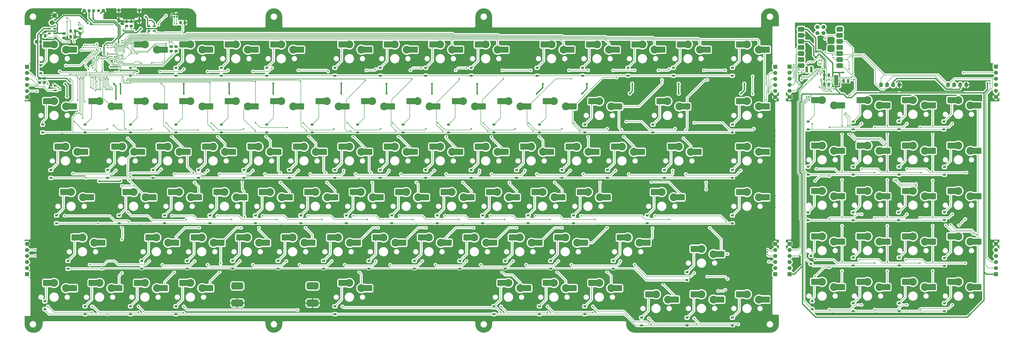
<source format=gbr>
%TF.GenerationSoftware,KiCad,Pcbnew,9.0.3*%
%TF.CreationDate,2026-01-06T15:55:55+03:00*%
%TF.ProjectId,Keyboard,4b657962-6f61-4726-942e-6b696361645f,rev?*%
%TF.SameCoordinates,Original*%
%TF.FileFunction,Copper,L2,Bot*%
%TF.FilePolarity,Positive*%
%FSLAX46Y46*%
G04 Gerber Fmt 4.6, Leading zero omitted, Abs format (unit mm)*
G04 Created by KiCad (PCBNEW 9.0.3) date 2026-01-06 15:55:55*
%MOMM*%
%LPD*%
G01*
G04 APERTURE LIST*
G04 Aperture macros list*
%AMRoundRect*
0 Rectangle with rounded corners*
0 $1 Rounding radius*
0 $2 $3 $4 $5 $6 $7 $8 $9 X,Y pos of 4 corners*
0 Add a 4 corners polygon primitive as box body*
4,1,4,$2,$3,$4,$5,$6,$7,$8,$9,$2,$3,0*
0 Add four circle primitives for the rounded corners*
1,1,$1+$1,$2,$3*
1,1,$1+$1,$4,$5*
1,1,$1+$1,$6,$7*
1,1,$1+$1,$8,$9*
0 Add four rect primitives between the rounded corners*
20,1,$1+$1,$2,$3,$4,$5,0*
20,1,$1+$1,$4,$5,$6,$7,0*
20,1,$1+$1,$6,$7,$8,$9,0*
20,1,$1+$1,$8,$9,$2,$3,0*%
G04 Aperture macros list end*
%TA.AperFunction,ComponentPad*%
%ADD10O,1.600000X2.000000*%
%TD*%
%TA.AperFunction,SMDPad,CuDef*%
%ADD11RoundRect,0.250000X-0.250000X-0.475000X0.250000X-0.475000X0.250000X0.475000X-0.250000X0.475000X0*%
%TD*%
%TA.AperFunction,SMDPad,CuDef*%
%ADD12RoundRect,0.250000X0.250000X0.475000X-0.250000X0.475000X-0.250000X-0.475000X0.250000X-0.475000X0*%
%TD*%
%TA.AperFunction,SMDPad,CuDef*%
%ADD13RoundRect,0.250000X-0.475000X0.250000X-0.475000X-0.250000X0.475000X-0.250000X0.475000X0.250000X0*%
%TD*%
%TA.AperFunction,ComponentPad*%
%ADD14C,1.700000*%
%TD*%
%TA.AperFunction,ComponentPad*%
%ADD15R,1.700000X1.700000*%
%TD*%
%TA.AperFunction,SMDPad,CuDef*%
%ADD16RoundRect,0.225000X0.375000X-0.225000X0.375000X0.225000X-0.375000X0.225000X-0.375000X-0.225000X0*%
%TD*%
%TA.AperFunction,SMDPad,CuDef*%
%ADD17RoundRect,0.150000X0.512500X0.150000X-0.512500X0.150000X-0.512500X-0.150000X0.512500X-0.150000X0*%
%TD*%
%TA.AperFunction,HeatsinkPad*%
%ADD18O,1.000000X2.100000*%
%TD*%
%TA.AperFunction,HeatsinkPad*%
%ADD19O,1.000000X1.600000*%
%TD*%
%TA.AperFunction,ComponentPad*%
%ADD20C,0.850000*%
%TD*%
%TA.AperFunction,ComponentPad*%
%ADD21R,0.850000X0.850000*%
%TD*%
%TA.AperFunction,SMDPad,CuDef*%
%ADD22RoundRect,0.250000X0.450000X-0.262500X0.450000X0.262500X-0.450000X0.262500X-0.450000X-0.262500X0*%
%TD*%
%TA.AperFunction,SMDPad,CuDef*%
%ADD23RoundRect,0.250000X-0.450000X0.262500X-0.450000X-0.262500X0.450000X-0.262500X0.450000X0.262500X0*%
%TD*%
%TA.AperFunction,SMDPad,CuDef*%
%ADD24RoundRect,0.250000X-0.262500X-0.450000X0.262500X-0.450000X0.262500X0.450000X-0.262500X0.450000X0*%
%TD*%
%TA.AperFunction,SMDPad,CuDef*%
%ADD25RoundRect,0.250000X0.262500X0.450000X-0.262500X0.450000X-0.262500X-0.450000X0.262500X-0.450000X0*%
%TD*%
%TA.AperFunction,ComponentPad*%
%ADD26C,3.300000*%
%TD*%
%TA.AperFunction,SMDPad,CuDef*%
%ADD27R,1.200000X2.600000*%
%TD*%
%TA.AperFunction,SMDPad,CuDef*%
%ADD28RoundRect,0.260000X-1.065000X-1.040000X1.065000X-1.040000X1.065000X1.040000X-1.065000X1.040000X0*%
%TD*%
%TA.AperFunction,SMDPad,CuDef*%
%ADD29C,2.000000*%
%TD*%
%TA.AperFunction,SMDPad,CuDef*%
%ADD30RoundRect,0.150000X-0.512500X-0.150000X0.512500X-0.150000X0.512500X0.150000X-0.512500X0.150000X0*%
%TD*%
%TA.AperFunction,SMDPad,CuDef*%
%ADD31RoundRect,0.500000X0.875000X0.500000X-0.875000X0.500000X-0.875000X-0.500000X0.875000X-0.500000X0*%
%TD*%
%TA.AperFunction,ComponentPad*%
%ADD32RoundRect,0.750000X-0.750000X-0.750000X0.750000X-0.750000X0.750000X0.750000X-0.750000X0.750000X0*%
%TD*%
%TA.AperFunction,SMDPad,CuDef*%
%ADD33RoundRect,0.275000X-0.275000X0.975000X-0.275000X-0.975000X0.275000X-0.975000X0.275000X0.975000X0*%
%TD*%
%TA.AperFunction,SMDPad,CuDef*%
%ADD34C,1.700000*%
%TD*%
%TA.AperFunction,ComponentPad*%
%ADD35RoundRect,0.750000X1.750000X0.750000X-1.750000X0.750000X-1.750000X-0.750000X1.750000X-0.750000X0*%
%TD*%
%TA.AperFunction,ComponentPad*%
%ADD36C,1.508000*%
%TD*%
%TA.AperFunction,ComponentPad*%
%ADD37C,1.308000*%
%TD*%
%TA.AperFunction,SMDPad,CuDef*%
%ADD38R,1.750000X4.500001*%
%TD*%
%TA.AperFunction,SMDPad,CuDef*%
%ADD39R,0.804800X0.249200*%
%TD*%
%TA.AperFunction,ViaPad*%
%ADD40C,0.600000*%
%TD*%
%TA.AperFunction,ViaPad*%
%ADD41C,0.800000*%
%TD*%
%TA.AperFunction,ViaPad*%
%ADD42C,0.500000*%
%TD*%
%TA.AperFunction,Conductor*%
%ADD43C,0.200000*%
%TD*%
%TA.AperFunction,Conductor*%
%ADD44C,0.500000*%
%TD*%
G04 APERTURE END LIST*
D10*
%TO.P,Brd11,2,VCC*%
%TO.N,K3V3*%
X392807669Y-32582235D03*
%TO.P,Brd11,1,GND*%
%TO.N,GND*%
X395347669Y-32582235D03*
%TO.P,Brd11,3,SCL*%
%TO.N,KSCL*%
X390267669Y-32582235D03*
%TO.P,Brd11,4,SDA*%
%TO.N,KSDA*%
X387727669Y-32582235D03*
%TD*%
%TO.P,Brd12,4,SDA*%
%TO.N,KSDA*%
X359607669Y-32582235D03*
%TO.P,Brd12,3,SCL*%
%TO.N,KSCL*%
X362147669Y-32582235D03*
%TO.P,Brd12,1,GND*%
%TO.N,GND*%
X367227669Y-32582235D03*
%TO.P,Brd12,2,VCC*%
%TO.N,K3V3*%
X364687669Y-32582235D03*
%TD*%
D11*
%TO.P,C3,2*%
%TO.N,GND*%
X21700000Y-12500000D03*
%TO.P,C3,1*%
%TO.N,Net-(U1-INTV_CC)*%
X19800000Y-12500000D03*
%TD*%
D12*
%TO.P,C5,2*%
%TO.N,GND*%
X7250000Y-12000000D03*
%TO.P,C5,1*%
%TO.N,Net-(U4-BP)*%
X9150000Y-12000000D03*
%TD*%
D11*
%TO.P,C6,2*%
%TO.N,GND*%
X7200000Y-14500000D03*
%TO.P,C6,1*%
%TO.N,M3V3*%
X5300000Y-14500000D03*
%TD*%
D13*
%TO.P,C8,2*%
%TO.N,GND*%
X17000000Y-12950000D03*
%TO.P,C8,1*%
%TO.N,MVBAT*%
X17000000Y-11050000D03*
%TD*%
%TO.P,C11,2*%
%TO.N,GND*%
X23750000Y-10950000D03*
%TO.P,C11,1*%
%TO.N,Net-(U1-GATE)*%
X23750000Y-9050000D03*
%TD*%
D12*
%TO.P,C12,1*%
%TO.N,Net-(U13-GATE)*%
X337677669Y-32432235D03*
%TO.P,C12,2*%
%TO.N,GND*%
X335777669Y-32432235D03*
%TD*%
D11*
%TO.P,C13,1*%
%TO.N,Net-(U13-INTV_CC)*%
X343872869Y-30932235D03*
%TO.P,C13,2*%
%TO.N,GND*%
X345772869Y-30932235D03*
%TD*%
D14*
%TO.P,Conn1,6,Pin_6*%
%TO.N,GND*%
X1500000Y-37700000D03*
%TO.P,Conn1,5,Pin_5*%
%TO.N,MID1*%
X1500000Y-35160000D03*
%TO.P,Conn1,4,Pin_4*%
%TO.N,MINT1*%
X1500000Y-32620000D03*
%TO.P,Conn1,3,Pin_3*%
%TO.N,MSDA*%
X1500000Y-30080000D03*
%TO.P,Conn1,2,Pin_2*%
%TO.N,MSCL*%
X1500000Y-27540000D03*
D15*
%TO.P,Conn1,1,Pin_1*%
%TO.N,MV_SW*%
X1500000Y-25000000D03*
%TD*%
D14*
%TO.P,Conn2,6,Pin_6*%
%TO.N,GND*%
X1500000Y-99300000D03*
%TO.P,Conn2,5,Pin_5*%
%TO.N,MID2*%
X1500000Y-101840000D03*
%TO.P,Conn2,4,Pin_4*%
%TO.N,MINT2*%
X1500000Y-104380000D03*
%TO.P,Conn2,3,Pin_3*%
%TO.N,MSDA*%
X1500000Y-106920000D03*
%TO.P,Conn2,2,Pin_2*%
%TO.N,MSCL*%
X1500000Y-109460000D03*
D15*
%TO.P,Conn2,1,Pin_1*%
%TO.N,MV_SW*%
X1500000Y-112000000D03*
%TD*%
D14*
%TO.P,Conn3,6,Pin_6*%
%TO.N,GND*%
X315250000Y-37700000D03*
%TO.P,Conn3,5,Pin_5*%
%TO.N,MID3*%
X315250000Y-35160000D03*
%TO.P,Conn3,4,Pin_4*%
%TO.N,MINT3*%
X315250000Y-32620000D03*
%TO.P,Conn3,3,Pin_3*%
%TO.N,MSDA*%
X315250000Y-30080000D03*
%TO.P,Conn3,2,Pin_2*%
%TO.N,MSCL*%
X315250000Y-27540000D03*
D15*
%TO.P,Conn3,1,Pin_1*%
%TO.N,MV_SW*%
X315250000Y-25000000D03*
%TD*%
D14*
%TO.P,Conn4,6,Pin_6*%
%TO.N,GND*%
X315250000Y-99300000D03*
%TO.P,Conn4,5,Pin_5*%
%TO.N,MID4*%
X315250000Y-101840000D03*
%TO.P,Conn4,4,Pin_4*%
%TO.N,MINT4*%
X315250000Y-104380000D03*
%TO.P,Conn4,3,Pin_3*%
%TO.N,MSDA*%
X315250000Y-106920000D03*
%TO.P,Conn4,2,Pin_2*%
%TO.N,MSCL*%
X315250000Y-109460000D03*
D15*
%TO.P,Conn4,1,Pin_1*%
%TO.N,MV_SW*%
X315250000Y-112000000D03*
%TD*%
D14*
%TO.P,Conn5,6,Pin_6*%
%TO.N,GND*%
X321227669Y-37682235D03*
%TO.P,Conn5,5,Pin_5*%
%TO.N,KID1*%
X321227669Y-35142235D03*
%TO.P,Conn5,4,Pin_4*%
%TO.N,KINT1*%
X321227669Y-32602235D03*
%TO.P,Conn5,3,Pin_3*%
%TO.N,KSDA*%
X321227669Y-30062235D03*
%TO.P,Conn5,2,Pin_2*%
%TO.N,KSCL*%
X321227669Y-27522235D03*
D15*
%TO.P,Conn5,1,Pin_1*%
%TO.N,KV_SW*%
X321227669Y-24982235D03*
%TD*%
%TO.P,Conn6,1,Pin_1*%
%TO.N,KV_SW*%
X321227669Y-111982235D03*
D14*
%TO.P,Conn6,2,Pin_2*%
%TO.N,KSCL*%
X321227669Y-109442235D03*
%TO.P,Conn6,3,Pin_3*%
%TO.N,KSDA*%
X321227669Y-106902235D03*
%TO.P,Conn6,4,Pin_4*%
%TO.N,KINT2*%
X321227669Y-104362235D03*
%TO.P,Conn6,5,Pin_5*%
%TO.N,KID2*%
X321227669Y-101822235D03*
%TO.P,Conn6,6,Pin_6*%
%TO.N,GND*%
X321227669Y-99282235D03*
%TD*%
D15*
%TO.P,Conn7,1,Pin_1*%
%TO.N,KV_SW*%
X407727669Y-24982235D03*
D14*
%TO.P,Conn7,2,Pin_2*%
%TO.N,KSCL*%
X407727669Y-27522235D03*
%TO.P,Conn7,3,Pin_3*%
%TO.N,KSDA*%
X407727669Y-30062235D03*
%TO.P,Conn7,4,Pin_4*%
%TO.N,KINT3*%
X407727669Y-32602235D03*
%TO.P,Conn7,5,Pin_5*%
%TO.N,KID3*%
X407727669Y-35142235D03*
%TO.P,Conn7,6,Pin_6*%
%TO.N,GND*%
X407727669Y-37682235D03*
%TD*%
D15*
%TO.P,Conn8,1,Pin_1*%
%TO.N,KV_SW*%
X407727669Y-111982235D03*
D14*
%TO.P,Conn8,2,Pin_2*%
%TO.N,KSCL*%
X407727669Y-109442235D03*
%TO.P,Conn8,3,Pin_3*%
%TO.N,KSDA*%
X407727669Y-106902235D03*
%TO.P,Conn8,4,Pin_4*%
%TO.N,KINT4*%
X407727669Y-104362235D03*
%TO.P,Conn8,5,Pin_5*%
%TO.N,KID4*%
X407727669Y-101822235D03*
%TO.P,Conn8,6,Pin_6*%
%TO.N,GND*%
X407727669Y-99282235D03*
%TD*%
D16*
%TO.P,D1,2,A*%
%TO.N,Net-(D1-A)*%
X7250000Y-24350000D03*
%TO.P,D1,1,K*%
%TO.N,MROW0*%
X7250000Y-27650000D03*
%TD*%
%TO.P,D2,2,A*%
%TO.N,Net-(D2-A)*%
X44870000Y-25450000D03*
%TO.P,D2,1,K*%
%TO.N,MROW0*%
X44870000Y-28750000D03*
%TD*%
%TO.P,D3,2,A*%
%TO.N,Net-(D3-A)*%
X63920000Y-25450000D03*
%TO.P,D3,1,K*%
%TO.N,MROW0*%
X63920000Y-28750000D03*
%TD*%
%TO.P,D4,2,A*%
%TO.N,Net-(D4-A)*%
X82970000Y-25450000D03*
%TO.P,D4,1,K*%
%TO.N,MROW0*%
X82970000Y-28750000D03*
%TD*%
%TO.P,D5,2,A*%
%TO.N,Net-(D5-A)*%
X102020000Y-25450000D03*
%TO.P,D5,1,K*%
%TO.N,MROW0*%
X102020000Y-28750000D03*
%TD*%
%TO.P,D6,2,A*%
%TO.N,Net-(D6-A)*%
X130595000Y-25450000D03*
%TO.P,D6,1,K*%
%TO.N,MROW0*%
X130595000Y-28750000D03*
%TD*%
%TO.P,D7,2,A*%
%TO.N,Net-(D7-A)*%
X149645000Y-25450000D03*
%TO.P,D7,1,K*%
%TO.N,MROW0*%
X149645000Y-28750000D03*
%TD*%
%TO.P,D8,2,A*%
%TO.N,Net-(D8-A)*%
X168695000Y-25450000D03*
%TO.P,D8,1,K*%
%TO.N,MROW0*%
X168695000Y-28750000D03*
%TD*%
%TO.P,D9,2,A*%
%TO.N,Net-(D9-A)*%
X187745000Y-25450000D03*
%TO.P,D9,1,K*%
%TO.N,MROW0*%
X187745000Y-28750000D03*
%TD*%
%TO.P,D10,2,A*%
%TO.N,Net-(D10-A)*%
X215367500Y-25450000D03*
%TO.P,D10,1,K*%
%TO.N,MROW0*%
X215367500Y-28750000D03*
%TD*%
%TO.P,D11,2,A*%
%TO.N,Net-(D11-A)*%
X234417500Y-25450000D03*
%TO.P,D11,1,K*%
%TO.N,MROW0*%
X234417500Y-28750000D03*
%TD*%
%TO.P,D12,2,A*%
%TO.N,Net-(D12-A)*%
X253467500Y-25450000D03*
%TO.P,D12,1,K*%
%TO.N,MROW0*%
X253467500Y-28750000D03*
%TD*%
%TO.P,D13,2,A*%
%TO.N,Net-(D13-A)*%
X272517500Y-25450000D03*
%TO.P,D13,1,K*%
%TO.N,MROW0*%
X272517500Y-28750000D03*
%TD*%
%TO.P,D14,2,A*%
%TO.N,Net-(D14-A)*%
X297282500Y-25450000D03*
%TO.P,D14,1,K*%
%TO.N,MROW0*%
X297282500Y-28750000D03*
%TD*%
%TO.P,D15,2,A*%
%TO.N,Net-(D15-A)*%
X8000000Y-49262500D03*
%TO.P,D15,1,K*%
%TO.N,MROW1*%
X8000000Y-52562500D03*
%TD*%
%TO.P,D16,2,A*%
%TO.N,Net-(D16-A)*%
X25820000Y-49262500D03*
%TO.P,D16,1,K*%
%TO.N,MROW1*%
X25820000Y-52562500D03*
%TD*%
%TO.P,D17,2,A*%
%TO.N,Net-(D17-A)*%
X44870000Y-49262500D03*
%TO.P,D17,1,K*%
%TO.N,MROW1*%
X44870000Y-52562500D03*
%TD*%
%TO.P,D18,2,A*%
%TO.N,Net-(D18-A)*%
X63920000Y-49262500D03*
%TO.P,D18,1,K*%
%TO.N,MROW1*%
X63920000Y-52562500D03*
%TD*%
%TO.P,D19,2,A*%
%TO.N,Net-(D19-A)*%
X82970000Y-49262500D03*
%TO.P,D19,1,K*%
%TO.N,MROW1*%
X82970000Y-52562500D03*
%TD*%
%TO.P,D20,2,A*%
%TO.N,Net-(D20-A)*%
X102020000Y-49262500D03*
%TO.P,D20,1,K*%
%TO.N,MROW1*%
X102020000Y-52562500D03*
%TD*%
%TO.P,D21,2,A*%
%TO.N,Net-(D21-A)*%
X121070000Y-49262500D03*
%TO.P,D21,1,K*%
%TO.N,MROW1*%
X121070000Y-52562500D03*
%TD*%
%TO.P,D22,2,A*%
%TO.N,Net-(D22-A)*%
X140120000Y-49262500D03*
%TO.P,D22,1,K*%
%TO.N,MROW1*%
X140120000Y-52562500D03*
%TD*%
%TO.P,D23,2,A*%
%TO.N,Net-(D23-A)*%
X159170000Y-49262500D03*
%TO.P,D23,1,K*%
%TO.N,MROW1*%
X159170000Y-52562500D03*
%TD*%
%TO.P,D24,2,A*%
%TO.N,Net-(D24-A)*%
X178220000Y-49262500D03*
%TO.P,D24,1,K*%
%TO.N,MROW1*%
X178220000Y-52562500D03*
%TD*%
%TO.P,D25,2,A*%
%TO.N,Net-(D25-A)*%
X197270000Y-49262500D03*
%TO.P,D25,1,K*%
%TO.N,MROW1*%
X197270000Y-52562500D03*
%TD*%
%TO.P,D26,2,A*%
%TO.N,Net-(D26-A)*%
X216320000Y-49262500D03*
%TO.P,D26,1,K*%
%TO.N,MROW1*%
X216320000Y-52562500D03*
%TD*%
%TO.P,D27,2,A*%
%TO.N,Net-(D27-A)*%
X235370000Y-49262500D03*
%TO.P,D27,1,K*%
%TO.N,MROW1*%
X235370000Y-52562500D03*
%TD*%
%TO.P,D28,2,A*%
%TO.N,Net-(D28-A)*%
X263945000Y-49262500D03*
%TO.P,D28,1,K*%
%TO.N,MROW1*%
X263945000Y-52562500D03*
%TD*%
%TO.P,D29,2,A*%
%TO.N,Net-(D29-A)*%
X297282500Y-49262500D03*
%TO.P,D29,1,K*%
%TO.N,MROW1*%
X297282500Y-52562500D03*
%TD*%
%TO.P,D30,2,A*%
%TO.N,Net-(D30-A)*%
X11532500Y-68312500D03*
%TO.P,D30,1,K*%
%TO.N,MROW2*%
X11532500Y-71612500D03*
%TD*%
%TO.P,D31,2,A*%
%TO.N,Net-(D31-A)*%
X35345000Y-68312500D03*
%TO.P,D31,1,K*%
%TO.N,MROW2*%
X35345000Y-71612500D03*
%TD*%
%TO.P,D32,2,A*%
%TO.N,Net-(D32-A)*%
X54395000Y-68312500D03*
%TO.P,D32,1,K*%
%TO.N,MROW2*%
X54395000Y-71612500D03*
%TD*%
%TO.P,D33,2,A*%
%TO.N,Net-(D33-A)*%
X73445000Y-68312500D03*
%TO.P,D33,1,K*%
%TO.N,MROW2*%
X73445000Y-71612500D03*
%TD*%
%TO.P,D34,2,A*%
%TO.N,Net-(D34-A)*%
X92495000Y-68312500D03*
%TO.P,D34,1,K*%
%TO.N,MROW2*%
X92495000Y-71612500D03*
%TD*%
%TO.P,D35,2,A*%
%TO.N,Net-(D35-A)*%
X111545000Y-68312500D03*
%TO.P,D35,1,K*%
%TO.N,MROW2*%
X111545000Y-71612500D03*
%TD*%
%TO.P,D36,2,A*%
%TO.N,Net-(D36-A)*%
X130595000Y-68312500D03*
%TO.P,D36,1,K*%
%TO.N,MROW2*%
X130595000Y-71612500D03*
%TD*%
%TO.P,D37,2,A*%
%TO.N,Net-(D37-A)*%
X149645000Y-68312500D03*
%TO.P,D37,1,K*%
%TO.N,MROW2*%
X149645000Y-71612500D03*
%TD*%
%TO.P,D38,2,A*%
%TO.N,Net-(D38-A)*%
X168695000Y-68312500D03*
%TO.P,D38,1,K*%
%TO.N,MROW2*%
X168695000Y-71612500D03*
%TD*%
%TO.P,D39,2,A*%
%TO.N,Net-(D39-A)*%
X187745000Y-68312500D03*
%TO.P,D39,1,K*%
%TO.N,MROW2*%
X187745000Y-71612500D03*
%TD*%
%TO.P,D40,2,A*%
%TO.N,Net-(D40-A)*%
X206795000Y-68312500D03*
%TO.P,D40,1,K*%
%TO.N,MROW2*%
X206795000Y-71612500D03*
%TD*%
%TO.P,D41,2,A*%
%TO.N,Net-(D41-A)*%
X225845000Y-68312500D03*
%TO.P,D41,1,K*%
%TO.N,MROW2*%
X225845000Y-71612500D03*
%TD*%
%TO.P,D42,2,A*%
%TO.N,Net-(D42-A)*%
X244895000Y-68312500D03*
%TO.P,D42,1,K*%
%TO.N,MROW2*%
X244895000Y-71612500D03*
%TD*%
%TO.P,D43,2,A*%
%TO.N,Net-(D43-A)*%
X268707500Y-68312500D03*
%TO.P,D43,1,K*%
%TO.N,MROW2*%
X268707500Y-71612500D03*
%TD*%
%TO.P,D44,2,A*%
%TO.N,Net-(D44-A)*%
X297282500Y-68312500D03*
%TO.P,D44,1,K*%
%TO.N,MROW2*%
X297282500Y-71612500D03*
%TD*%
%TO.P,D45,2,A*%
%TO.N,Net-(D45-A)*%
X13913750Y-87362500D03*
%TO.P,D45,1,K*%
%TO.N,MROW3*%
X13913750Y-90662500D03*
%TD*%
%TO.P,D46,2,A*%
%TO.N,Net-(D46-A)*%
X40107500Y-87362500D03*
%TO.P,D46,1,K*%
%TO.N,MROW3*%
X40107500Y-90662500D03*
%TD*%
%TO.P,D47,2,A*%
%TO.N,Net-(D47-A)*%
X59157500Y-87362500D03*
%TO.P,D47,1,K*%
%TO.N,MROW3*%
X59157500Y-90662500D03*
%TD*%
%TO.P,D48,2,A*%
%TO.N,Net-(D48-A)*%
X78207500Y-87362500D03*
%TO.P,D48,1,K*%
%TO.N,MROW3*%
X78207500Y-90662500D03*
%TD*%
%TO.P,D49,2,A*%
%TO.N,Net-(D49-A)*%
X97257500Y-87362500D03*
%TO.P,D49,1,K*%
%TO.N,MROW3*%
X97257500Y-90662500D03*
%TD*%
%TO.P,D50,2,A*%
%TO.N,Net-(D50-A)*%
X116307500Y-87362500D03*
%TO.P,D50,1,K*%
%TO.N,MROW3*%
X116307500Y-90662500D03*
%TD*%
%TO.P,D51,2,A*%
%TO.N,Net-(D51-A)*%
X135357500Y-87362500D03*
%TO.P,D51,1,K*%
%TO.N,MROW3*%
X135357500Y-90662500D03*
%TD*%
%TO.P,D52,2,A*%
%TO.N,Net-(D52-A)*%
X154407500Y-87362500D03*
%TO.P,D52,1,K*%
%TO.N,MROW3*%
X154407500Y-90662500D03*
%TD*%
%TO.P,D53,2,A*%
%TO.N,Net-(D53-A)*%
X173457500Y-87362500D03*
%TO.P,D53,1,K*%
%TO.N,MROW3*%
X173457500Y-90662500D03*
%TD*%
%TO.P,D54,2,A*%
%TO.N,Net-(D54-A)*%
X192507500Y-87362500D03*
%TO.P,D54,1,K*%
%TO.N,MROW3*%
X192507500Y-90662500D03*
%TD*%
%TO.P,D55,2,A*%
%TO.N,Net-(D55-A)*%
X211557500Y-87362500D03*
%TO.P,D55,1,K*%
%TO.N,MROW3*%
X211557500Y-90662500D03*
%TD*%
%TO.P,D56,2,A*%
%TO.N,Net-(D56-A)*%
X230607500Y-87362500D03*
%TO.P,D56,1,K*%
%TO.N,MROW3*%
X230607500Y-90662500D03*
%TD*%
%TO.P,D57,2,A*%
%TO.N,Net-(D57-A)*%
X261563750Y-87362500D03*
%TO.P,D57,1,K*%
%TO.N,MROW3*%
X261563750Y-90662500D03*
%TD*%
%TO.P,D58,2,A*%
%TO.N,Net-(D58-A)*%
X297282500Y-87362500D03*
%TO.P,D58,1,K*%
%TO.N,MROW3*%
X297282500Y-90662500D03*
%TD*%
%TO.P,D59,2,A*%
%TO.N,Net-(D59-A)*%
X18676250Y-106412500D03*
%TO.P,D59,1,K*%
%TO.N,MROW4*%
X18676250Y-109712500D03*
%TD*%
%TO.P,D60,2,A*%
%TO.N,Net-(D60-A)*%
X49632500Y-106412500D03*
%TO.P,D60,1,K*%
%TO.N,MROW4*%
X49632500Y-109712500D03*
%TD*%
%TO.P,D61,2,A*%
%TO.N,Net-(D61-A)*%
X68682500Y-106412500D03*
%TO.P,D61,1,K*%
%TO.N,MROW4*%
X68682500Y-109712500D03*
%TD*%
%TO.P,D62,2,A*%
%TO.N,Net-(D62-A)*%
X87732500Y-106412500D03*
%TO.P,D62,1,K*%
%TO.N,MROW4*%
X87732500Y-109712500D03*
%TD*%
%TO.P,D63,2,A*%
%TO.N,Net-(D63-A)*%
X106782500Y-106412500D03*
%TO.P,D63,1,K*%
%TO.N,MROW4*%
X106782500Y-109712500D03*
%TD*%
%TO.P,D64,2,A*%
%TO.N,Net-(D64-A)*%
X125832500Y-106412500D03*
%TO.P,D64,1,K*%
%TO.N,MROW4*%
X125832500Y-109712500D03*
%TD*%
%TO.P,D65,2,A*%
%TO.N,Net-(D65-A)*%
X144882500Y-106412500D03*
%TO.P,D65,1,K*%
%TO.N,MROW4*%
X144882500Y-109712500D03*
%TD*%
%TO.P,D66,2,A*%
%TO.N,Net-(D66-A)*%
X163932500Y-106412500D03*
%TO.P,D66,1,K*%
%TO.N,MROW4*%
X163932500Y-109712500D03*
%TD*%
%TO.P,D67,2,A*%
%TO.N,Net-(D67-A)*%
X182982500Y-106412500D03*
%TO.P,D67,1,K*%
%TO.N,MROW4*%
X182982500Y-109712500D03*
%TD*%
%TO.P,D68,2,A*%
%TO.N,Net-(D68-A)*%
X202032500Y-106412500D03*
%TO.P,D68,1,K*%
%TO.N,MROW4*%
X202032500Y-109712500D03*
%TD*%
%TO.P,D69,2,A*%
%TO.N,Net-(D69-A)*%
X221082500Y-106412500D03*
%TO.P,D69,1,K*%
%TO.N,MROW4*%
X221082500Y-109712500D03*
%TD*%
%TO.P,D70,2,A*%
%TO.N,Net-(D70-A)*%
X247276250Y-106412500D03*
%TO.P,D70,1,K*%
%TO.N,MROW4*%
X247276250Y-109712500D03*
%TD*%
%TO.P,D71,2,A*%
%TO.N,Net-(D71-A)*%
X278232500Y-111175000D03*
%TO.P,D71,1,K*%
%TO.N,MROW4*%
X278232500Y-114475000D03*
%TD*%
%TO.P,D72,2,A*%
%TO.N,Net-(D72-A)*%
X9000000Y-123350000D03*
%TO.P,D72,1,K*%
%TO.N,MROW5*%
X9000000Y-126650000D03*
%TD*%
%TO.P,D73,2,A*%
%TO.N,Net-(D73-A)*%
X25820000Y-125462500D03*
%TO.P,D73,1,K*%
%TO.N,MROW5*%
X25820000Y-128762500D03*
%TD*%
%TO.P,D74,2,A*%
%TO.N,Net-(D74-A)*%
X44870000Y-125462500D03*
%TO.P,D74,1,K*%
%TO.N,MROW5*%
X44870000Y-128762500D03*
%TD*%
%TO.P,D75,2,A*%
%TO.N,Net-(D75-A)*%
X63920000Y-125462500D03*
%TO.P,D75,1,K*%
%TO.N,MROW5*%
X63920000Y-128762500D03*
%TD*%
%TO.P,D76,2,A*%
%TO.N,Net-(D76-A)*%
X130595000Y-125462500D03*
%TO.P,D76,1,K*%
%TO.N,MROW5*%
X130595000Y-128762500D03*
%TD*%
%TO.P,D77,2,A*%
%TO.N,Net-(D77-A)*%
X197270000Y-125462500D03*
%TO.P,D77,1,K*%
%TO.N,MROW5*%
X197270000Y-128762500D03*
%TD*%
%TO.P,D78,2,A*%
%TO.N,Net-(D78-A)*%
X216320000Y-125462500D03*
%TO.P,D78,1,K*%
%TO.N,MROW5*%
X216320000Y-128762500D03*
%TD*%
%TO.P,D79,2,A*%
%TO.N,Net-(D79-A)*%
X235370000Y-125462500D03*
%TO.P,D79,1,K*%
%TO.N,MROW5*%
X235370000Y-128762500D03*
%TD*%
%TO.P,D80,2,A*%
%TO.N,Net-(D80-A)*%
X259182500Y-130225000D03*
%TO.P,D80,1,K*%
%TO.N,MROW5*%
X259182500Y-133525000D03*
%TD*%
%TO.P,D81,2,A*%
%TO.N,Net-(D81-A)*%
X278232500Y-130225000D03*
%TO.P,D81,1,K*%
%TO.N,MROW5*%
X278232500Y-133525000D03*
%TD*%
%TO.P,D82,2,A*%
%TO.N,Net-(D82-A)*%
X297282500Y-130225000D03*
%TO.P,D82,1,K*%
%TO.N,MROW5*%
X297282500Y-133525000D03*
%TD*%
D17*
%TO.P,D83,3,A*%
%TO.N,GND*%
X10975000Y-33950000D03*
%TO.P,D83,2,K*%
%TO.N,MSDA*%
X13250000Y-34900000D03*
%TO.P,D83,1,K*%
%TO.N,MSCL*%
X13250000Y-33000000D03*
%TD*%
D16*
%TO.P,D84,2,A*%
%TO.N,Net-(D84-A)*%
X329030669Y-47959735D03*
%TO.P,D84,1,K*%
%TO.N,KROW0*%
X329030669Y-51259735D03*
%TD*%
%TO.P,D85,2,A*%
%TO.N,Net-(D85-A)*%
X347922669Y-47959735D03*
%TO.P,D85,1,K*%
%TO.N,KROW0*%
X347922669Y-51259735D03*
%TD*%
%TO.P,D86,2,A*%
%TO.N,Net-(D86-A)*%
X367130669Y-47881735D03*
%TO.P,D86,1,K*%
%TO.N,KROW0*%
X367130669Y-51181735D03*
%TD*%
%TO.P,D87,2,A*%
%TO.N,Net-(D87-A)*%
X385922669Y-47959735D03*
%TO.P,D87,1,K*%
%TO.N,KROW0*%
X385922669Y-51259735D03*
%TD*%
%TO.P,D88,2,A*%
%TO.N,Net-(D88-A)*%
X329030669Y-66959735D03*
%TO.P,D88,1,K*%
%TO.N,KROW1*%
X329030669Y-70259735D03*
%TD*%
%TO.P,D89,2,A*%
%TO.N,Net-(D89-A)*%
X347922669Y-66959735D03*
%TO.P,D89,1,K*%
%TO.N,KROW1*%
X347922669Y-70259735D03*
%TD*%
%TO.P,D90,2,A*%
%TO.N,Net-(D90-A)*%
X367130669Y-66959735D03*
%TO.P,D90,1,K*%
%TO.N,KROW1*%
X367130669Y-70259735D03*
%TD*%
%TO.P,D91,2,A*%
%TO.N,Net-(D91-A)*%
X386172669Y-67059735D03*
%TO.P,D91,1,K*%
%TO.N,KROW1*%
X386172669Y-70359735D03*
%TD*%
%TO.P,D92,2,A*%
%TO.N,Net-(D92-A)*%
X328922669Y-86059735D03*
%TO.P,D92,1,K*%
%TO.N,KROW2*%
X328922669Y-89359735D03*
%TD*%
%TO.P,D93,2,A*%
%TO.N,Net-(D93-A)*%
X347922669Y-86059735D03*
%TO.P,D93,1,K*%
%TO.N,KROW2*%
X347922669Y-89359735D03*
%TD*%
%TO.P,D94,2,A*%
%TO.N,Net-(D94-A)*%
X366922669Y-86059735D03*
%TO.P,D94,1,K*%
%TO.N,KROW2*%
X366922669Y-89359735D03*
%TD*%
%TO.P,D95,2,A*%
%TO.N,Net-(D95-A)*%
X386172669Y-85959735D03*
%TO.P,D95,1,K*%
%TO.N,KROW2*%
X386172669Y-89259735D03*
%TD*%
%TO.P,D96,2,A*%
%TO.N,Net-(D96-A)*%
X330227669Y-104332235D03*
%TO.P,D96,1,K*%
%TO.N,KROW3*%
X330227669Y-107632235D03*
%TD*%
%TO.P,D97,2,A*%
%TO.N,Net-(D97-A)*%
X347922669Y-105059735D03*
%TO.P,D97,1,K*%
%TO.N,KROW3*%
X347922669Y-108359735D03*
%TD*%
%TO.P,D98,2,A*%
%TO.N,Net-(D98-A)*%
X367172669Y-105059735D03*
%TO.P,D98,1,K*%
%TO.N,KROW3*%
X367172669Y-108359735D03*
%TD*%
%TO.P,D99,2,A*%
%TO.N,Net-(D99-A)*%
X386172669Y-105209735D03*
%TO.P,D99,1,K*%
%TO.N,KROW3*%
X386172669Y-108509735D03*
%TD*%
%TO.P,D100,2,A*%
%TO.N,Net-(D100-A)*%
X330727669Y-123332235D03*
%TO.P,D100,1,K*%
%TO.N,KROW4*%
X330727669Y-126632235D03*
%TD*%
%TO.P,D101,2,A*%
%TO.N,Net-(D101-A)*%
X347922669Y-124209735D03*
%TO.P,D101,1,K*%
%TO.N,KROW4*%
X347922669Y-127509735D03*
%TD*%
%TO.P,D102,2,A*%
%TO.N,Net-(D102-A)*%
X367172669Y-124209735D03*
%TO.P,D102,1,K*%
%TO.N,KROW4*%
X367172669Y-127509735D03*
%TD*%
%TO.P,D103,2,A*%
%TO.N,Net-(D103-A)*%
X386172669Y-124209735D03*
%TO.P,D103,1,K*%
%TO.N,KROW4*%
X386172669Y-127509735D03*
%TD*%
D18*
%TO.P,J1,S1,SHIELD*%
%TO.N,GND*%
X48570000Y-5530000D03*
D19*
X48570000Y-1350000D03*
D18*
X39930000Y-5530000D03*
D19*
X39930000Y-1350000D03*
%TD*%
D20*
%TO.P,J2,6,Pin_6*%
%TO.N,GND*%
X64250000Y-3000000D03*
%TO.P,J2,5,Pin_5*%
%TO.N,MSWDIO*%
X64250000Y-4000000D03*
%TO.P,J2,4,Pin_4*%
%TO.N,GND*%
X63250000Y-3000000D03*
%TO.P,J2,3,Pin_3*%
%TO.N,MSWDCLK*%
X63250000Y-4000000D03*
%TO.P,J2,2,Pin_2*%
%TO.N,MRESET*%
X62250000Y-3000000D03*
D21*
%TO.P,J2,1,Pin_1*%
%TO.N,M3V3*%
X62250000Y-4000000D03*
%TD*%
D22*
%TO.P,R1,2*%
%TO.N,GND*%
X45250000Y-6087500D03*
%TO.P,R1,1*%
%TO.N,Net-(J1-CC1)*%
X45250000Y-7912500D03*
%TD*%
%TO.P,R2,2*%
%TO.N,GND*%
X43250000Y-6087500D03*
%TO.P,R2,1*%
%TO.N,Net-(J1-CC2)*%
X43250000Y-7912500D03*
%TD*%
D23*
%TO.P,R5,2*%
%TO.N,Net-(U3-D-)*%
X63964881Y-18412806D03*
%TO.P,R5,1*%
%TO.N,MD-*%
X63964881Y-16587806D03*
%TD*%
D22*
%TO.P,R8,2*%
%TO.N,MD+*%
X62003046Y-16587500D03*
%TO.P,R8,1*%
%TO.N,Net-(U3-D+)*%
X62003046Y-18412500D03*
%TD*%
D23*
%TO.P,R9,2*%
%TO.N,MSCL*%
X6750000Y-31662500D03*
%TO.P,R9,1*%
%TO.N,M3V3*%
X6750000Y-29837500D03*
%TD*%
%TO.P,R10,2*%
%TO.N,MSDA*%
X8750000Y-31662500D03*
%TO.P,R10,1*%
%TO.N,M3V3*%
X8750000Y-29837500D03*
%TD*%
D24*
%TO.P,R11,2*%
%TO.N,GND*%
X67662500Y-6500000D03*
%TO.P,R11,1*%
%TO.N,Net-(U5-PROG)*%
X65837500Y-6500000D03*
%TD*%
D25*
%TO.P,R20,2*%
%TO.N,MVB_EN*%
X19837500Y-10000000D03*
%TO.P,R20,1*%
%TO.N,GND*%
X21662500Y-10000000D03*
%TD*%
%TO.P,R26,1*%
%TO.N,Net-(U13-I_SET)*%
X337640169Y-28482235D03*
%TO.P,R26,2*%
%TO.N,GND*%
X335815169Y-28482235D03*
%TD*%
D26*
%TO.P,SW1,1,1*%
%TO.N,MCOL0*%
X17850000Y-17850000D03*
D27*
X19400000Y-17850000D03*
D28*
X21095000Y-17850000D03*
%TO.P,SW1,2,2*%
%TO.N,Net-(D1-A)*%
X9605000Y-15650000D03*
D27*
X11300000Y-15650000D03*
D26*
X12850000Y-15650000D03*
%TD*%
%TO.P,SW2,1,1*%
%TO.N,MCOL2*%
X55950000Y-17850000D03*
D27*
X57500000Y-17850000D03*
D28*
X59195000Y-17850000D03*
%TO.P,SW2,2,2*%
%TO.N,Net-(D2-A)*%
X47705000Y-15650000D03*
D27*
X49400000Y-15650000D03*
D26*
X50950000Y-15650000D03*
%TD*%
%TO.P,SW3,1,1*%
%TO.N,MCOL3*%
X75000000Y-17850000D03*
D27*
X76550000Y-17850000D03*
D28*
X78245000Y-17850000D03*
%TO.P,SW3,2,2*%
%TO.N,Net-(D3-A)*%
X66755000Y-15650000D03*
D27*
X68450000Y-15650000D03*
D26*
X70000000Y-15650000D03*
%TD*%
%TO.P,SW4,1,1*%
%TO.N,MCOL4*%
X94050000Y-17850000D03*
D27*
X95600000Y-17850000D03*
D28*
X97295000Y-17850000D03*
%TO.P,SW4,2,2*%
%TO.N,Net-(D4-A)*%
X85805000Y-15650000D03*
D27*
X87500000Y-15650000D03*
D26*
X89050000Y-15650000D03*
%TD*%
%TO.P,SW5,1,1*%
%TO.N,MCOL5*%
X113100000Y-17850000D03*
D27*
X114650000Y-17850000D03*
D28*
X116345000Y-17850000D03*
%TO.P,SW5,2,2*%
%TO.N,Net-(D5-A)*%
X104855000Y-15650000D03*
D27*
X106550000Y-15650000D03*
D26*
X108100000Y-15650000D03*
%TD*%
%TO.P,SW6,1,1*%
%TO.N,MCOL6*%
X141675000Y-17850000D03*
D27*
X143225000Y-17850000D03*
D28*
X144920000Y-17850000D03*
%TO.P,SW6,2,2*%
%TO.N,Net-(D6-A)*%
X133430000Y-15650000D03*
D27*
X135125000Y-15650000D03*
D26*
X136675000Y-15650000D03*
%TD*%
%TO.P,SW7,1,1*%
%TO.N,MCOL7*%
X160725000Y-17850000D03*
D27*
X162275000Y-17850000D03*
D28*
X163970000Y-17850000D03*
%TO.P,SW7,2,2*%
%TO.N,Net-(D7-A)*%
X152480000Y-15650000D03*
D27*
X154175000Y-15650000D03*
D26*
X155725000Y-15650000D03*
%TD*%
%TO.P,SW8,1,1*%
%TO.N,MCOL8*%
X179775000Y-17850000D03*
D27*
X181325000Y-17850000D03*
D28*
X183020000Y-17850000D03*
%TO.P,SW8,2,2*%
%TO.N,Net-(D8-A)*%
X171530000Y-15650000D03*
D27*
X173225000Y-15650000D03*
D26*
X174775000Y-15650000D03*
%TD*%
%TO.P,SW9,1,1*%
%TO.N,MCOL9*%
X198825000Y-17850000D03*
D27*
X200375000Y-17850000D03*
D28*
X202070000Y-17850000D03*
%TO.P,SW9,2,2*%
%TO.N,Net-(D9-A)*%
X190580000Y-15650000D03*
D27*
X192275000Y-15650000D03*
D26*
X193825000Y-15650000D03*
%TD*%
%TO.P,SW10,1,1*%
%TO.N,MCOL10*%
X226447500Y-17850000D03*
D27*
X227997500Y-17850000D03*
D28*
X229692500Y-17850000D03*
%TO.P,SW10,2,2*%
%TO.N,Net-(D10-A)*%
X218202500Y-15650000D03*
D27*
X219897500Y-15650000D03*
D26*
X221447500Y-15650000D03*
%TD*%
%TO.P,SW11,1,1*%
%TO.N,MCOL11*%
X245497500Y-17850000D03*
D27*
X247047500Y-17850000D03*
D28*
X248742500Y-17850000D03*
%TO.P,SW11,2,2*%
%TO.N,Net-(D11-A)*%
X237252500Y-15650000D03*
D27*
X238947500Y-15650000D03*
D26*
X240497500Y-15650000D03*
%TD*%
%TO.P,SW12,1,1*%
%TO.N,MCOL12*%
X264547500Y-17850000D03*
D27*
X266097500Y-17850000D03*
D28*
X267792500Y-17850000D03*
%TO.P,SW12,2,2*%
%TO.N,Net-(D12-A)*%
X256302500Y-15650000D03*
D27*
X257997500Y-15650000D03*
D26*
X259547500Y-15650000D03*
%TD*%
%TO.P,SW13,1,1*%
%TO.N,MCOL13*%
X283597500Y-17850000D03*
D27*
X285147500Y-17850000D03*
D28*
X286842500Y-17850000D03*
%TO.P,SW13,2,2*%
%TO.N,Net-(D13-A)*%
X275352500Y-15650000D03*
D27*
X277047500Y-15650000D03*
D26*
X278597500Y-15650000D03*
%TD*%
%TO.P,SW14,1,1*%
%TO.N,MCOL14*%
X308362500Y-17850000D03*
D27*
X309912500Y-17850000D03*
D28*
X311607500Y-17850000D03*
%TO.P,SW14,2,2*%
%TO.N,Net-(D14-A)*%
X300117500Y-15650000D03*
D27*
X301812500Y-15650000D03*
D26*
X303362500Y-15650000D03*
%TD*%
%TO.P,SW15,1,1*%
%TO.N,MCOL0*%
X17850000Y-41662500D03*
D27*
X19400000Y-41662500D03*
D28*
X21095000Y-41662500D03*
%TO.P,SW15,2,2*%
%TO.N,Net-(D15-A)*%
X9605000Y-39462500D03*
D27*
X11300000Y-39462500D03*
D26*
X12850000Y-39462500D03*
%TD*%
%TO.P,SW16,1,1*%
%TO.N,MCOL1*%
X36900000Y-41662500D03*
D27*
X38450000Y-41662500D03*
D28*
X40145000Y-41662500D03*
%TO.P,SW16,2,2*%
%TO.N,Net-(D16-A)*%
X28655000Y-39462500D03*
D27*
X30350000Y-39462500D03*
D26*
X31900000Y-39462500D03*
%TD*%
%TO.P,SW17,1,1*%
%TO.N,MCOL2*%
X55950000Y-41662500D03*
D27*
X57500000Y-41662500D03*
D28*
X59195000Y-41662500D03*
%TO.P,SW17,2,2*%
%TO.N,Net-(D17-A)*%
X47705000Y-39462500D03*
D27*
X49400000Y-39462500D03*
D26*
X50950000Y-39462500D03*
%TD*%
%TO.P,SW18,1,1*%
%TO.N,MCOL3*%
X75000000Y-41662500D03*
D27*
X76550000Y-41662500D03*
D28*
X78245000Y-41662500D03*
%TO.P,SW18,2,2*%
%TO.N,Net-(D18-A)*%
X66755000Y-39462500D03*
D27*
X68450000Y-39462500D03*
D26*
X70000000Y-39462500D03*
%TD*%
%TO.P,SW19,1,1*%
%TO.N,MCOL4*%
X94050000Y-41662500D03*
D27*
X95600000Y-41662500D03*
D28*
X97295000Y-41662500D03*
%TO.P,SW19,2,2*%
%TO.N,Net-(D19-A)*%
X85805000Y-39462500D03*
D27*
X87500000Y-39462500D03*
D26*
X89050000Y-39462500D03*
%TD*%
%TO.P,SW20,1,1*%
%TO.N,MCOL5*%
X113100000Y-41662500D03*
D27*
X114650000Y-41662500D03*
D28*
X116345000Y-41662500D03*
%TO.P,SW20,2,2*%
%TO.N,Net-(D20-A)*%
X104855000Y-39462500D03*
D27*
X106550000Y-39462500D03*
D26*
X108100000Y-39462500D03*
%TD*%
%TO.P,SW21,1,1*%
%TO.N,MCOL6*%
X132150000Y-41662500D03*
D27*
X133700000Y-41662500D03*
D28*
X135395000Y-41662500D03*
%TO.P,SW21,2,2*%
%TO.N,Net-(D21-A)*%
X123905000Y-39462500D03*
D27*
X125600000Y-39462500D03*
D26*
X127150000Y-39462500D03*
%TD*%
%TO.P,SW22,1,1*%
%TO.N,MCOL7*%
X151200000Y-41662500D03*
D27*
X152750000Y-41662500D03*
D28*
X154445000Y-41662500D03*
%TO.P,SW22,2,2*%
%TO.N,Net-(D22-A)*%
X142955000Y-39462500D03*
D27*
X144650000Y-39462500D03*
D26*
X146200000Y-39462500D03*
%TD*%
%TO.P,SW23,1,1*%
%TO.N,MCOL8*%
X170250000Y-41662500D03*
D27*
X171800000Y-41662500D03*
D28*
X173495000Y-41662500D03*
%TO.P,SW23,2,2*%
%TO.N,Net-(D23-A)*%
X162005000Y-39462500D03*
D27*
X163700000Y-39462500D03*
D26*
X165250000Y-39462500D03*
%TD*%
%TO.P,SW24,1,1*%
%TO.N,MCOL9*%
X189300000Y-41662500D03*
D27*
X190850000Y-41662500D03*
D28*
X192545000Y-41662500D03*
%TO.P,SW24,2,2*%
%TO.N,Net-(D24-A)*%
X181055000Y-39462500D03*
D27*
X182750000Y-39462500D03*
D26*
X184300000Y-39462500D03*
%TD*%
%TO.P,SW25,1,1*%
%TO.N,MCOL10*%
X208350000Y-41662500D03*
D27*
X209900000Y-41662500D03*
D28*
X211595000Y-41662500D03*
%TO.P,SW25,2,2*%
%TO.N,Net-(D25-A)*%
X200105000Y-39462500D03*
D27*
X201800000Y-39462500D03*
D26*
X203350000Y-39462500D03*
%TD*%
%TO.P,SW26,1,1*%
%TO.N,MCOL11*%
X227400000Y-41662500D03*
D27*
X228950000Y-41662500D03*
D28*
X230645000Y-41662500D03*
%TO.P,SW26,2,2*%
%TO.N,Net-(D26-A)*%
X219155000Y-39462500D03*
D27*
X220850000Y-39462500D03*
D26*
X222400000Y-39462500D03*
%TD*%
%TO.P,SW27,1,1*%
%TO.N,MCOL12*%
X246450000Y-41662500D03*
D27*
X248000000Y-41662500D03*
D28*
X249695000Y-41662500D03*
%TO.P,SW27,2,2*%
%TO.N,Net-(D27-A)*%
X238205000Y-39462500D03*
D27*
X239900000Y-39462500D03*
D26*
X241450000Y-39462500D03*
%TD*%
%TO.P,SW28,1,1*%
%TO.N,MCOL13*%
X275025000Y-41662500D03*
D27*
X276575000Y-41662500D03*
D28*
X278270000Y-41662500D03*
%TO.P,SW28,2,2*%
%TO.N,Net-(D28-A)*%
X266780000Y-39462500D03*
D27*
X268475000Y-39462500D03*
D26*
X270025000Y-39462500D03*
%TD*%
%TO.P,SW29,1,1*%
%TO.N,MCOL14*%
X308362500Y-41662500D03*
D27*
X309912500Y-41662500D03*
D28*
X311607500Y-41662500D03*
%TO.P,SW29,2,2*%
%TO.N,Net-(D29-A)*%
X300117500Y-39462500D03*
D27*
X301812500Y-39462500D03*
D26*
X303362500Y-39462500D03*
%TD*%
%TO.P,SW30,1,1*%
%TO.N,MCOL0*%
X22612500Y-60712500D03*
D27*
X24162500Y-60712500D03*
D28*
X25857500Y-60712500D03*
%TO.P,SW30,2,2*%
%TO.N,Net-(D30-A)*%
X14367500Y-58512500D03*
D27*
X16062500Y-58512500D03*
D26*
X17612500Y-58512500D03*
%TD*%
%TO.P,SW31,1,1*%
%TO.N,MCOL1*%
X46425000Y-60712500D03*
D27*
X47975000Y-60712500D03*
D28*
X49670000Y-60712500D03*
%TO.P,SW31,2,2*%
%TO.N,Net-(D31-A)*%
X38180000Y-58512500D03*
D27*
X39875000Y-58512500D03*
D26*
X41425000Y-58512500D03*
%TD*%
%TO.P,SW32,1,1*%
%TO.N,MCOL2*%
X65475000Y-60712500D03*
D27*
X67025000Y-60712500D03*
D28*
X68720000Y-60712500D03*
%TO.P,SW32,2,2*%
%TO.N,Net-(D32-A)*%
X57230000Y-58512500D03*
D27*
X58925000Y-58512500D03*
D26*
X60475000Y-58512500D03*
%TD*%
%TO.P,SW33,1,1*%
%TO.N,MCOL3*%
X84525000Y-60712500D03*
D27*
X86075000Y-60712500D03*
D28*
X87770000Y-60712500D03*
%TO.P,SW33,2,2*%
%TO.N,Net-(D33-A)*%
X76280000Y-58512500D03*
D27*
X77975000Y-58512500D03*
D26*
X79525000Y-58512500D03*
%TD*%
%TO.P,SW34,1,1*%
%TO.N,MCOL4*%
X103575000Y-60712500D03*
D27*
X105125000Y-60712500D03*
D28*
X106820000Y-60712500D03*
%TO.P,SW34,2,2*%
%TO.N,Net-(D34-A)*%
X95330000Y-58512500D03*
D27*
X97025000Y-58512500D03*
D26*
X98575000Y-58512500D03*
%TD*%
%TO.P,SW35,1,1*%
%TO.N,MCOL5*%
X122625000Y-60712500D03*
D27*
X124175000Y-60712500D03*
D28*
X125870000Y-60712500D03*
%TO.P,SW35,2,2*%
%TO.N,Net-(D35-A)*%
X114380000Y-58512500D03*
D27*
X116075000Y-58512500D03*
D26*
X117625000Y-58512500D03*
%TD*%
%TO.P,SW36,1,1*%
%TO.N,MCOL6*%
X141675000Y-60712500D03*
D27*
X143225000Y-60712500D03*
D28*
X144920000Y-60712500D03*
%TO.P,SW36,2,2*%
%TO.N,Net-(D36-A)*%
X133430000Y-58512500D03*
D27*
X135125000Y-58512500D03*
D26*
X136675000Y-58512500D03*
%TD*%
%TO.P,SW37,1,1*%
%TO.N,MCOL7*%
X160725000Y-60712500D03*
D27*
X162275000Y-60712500D03*
D28*
X163970000Y-60712500D03*
%TO.P,SW37,2,2*%
%TO.N,Net-(D37-A)*%
X152480000Y-58512500D03*
D27*
X154175000Y-58512500D03*
D26*
X155725000Y-58512500D03*
%TD*%
%TO.P,SW38,1,1*%
%TO.N,MCOL8*%
X179775000Y-60712500D03*
D27*
X181325000Y-60712500D03*
D28*
X183020000Y-60712500D03*
%TO.P,SW38,2,2*%
%TO.N,Net-(D38-A)*%
X171530000Y-58512500D03*
D27*
X173225000Y-58512500D03*
D26*
X174775000Y-58512500D03*
%TD*%
%TO.P,SW39,1,1*%
%TO.N,MCOL9*%
X198825000Y-60712500D03*
D27*
X200375000Y-60712500D03*
D28*
X202070000Y-60712500D03*
%TO.P,SW39,2,2*%
%TO.N,Net-(D39-A)*%
X190580000Y-58512500D03*
D27*
X192275000Y-58512500D03*
D26*
X193825000Y-58512500D03*
%TD*%
%TO.P,SW40,1,1*%
%TO.N,MCOL10*%
X217875000Y-60712500D03*
D27*
X219425000Y-60712500D03*
D28*
X221120000Y-60712500D03*
%TO.P,SW40,2,2*%
%TO.N,Net-(D40-A)*%
X209630000Y-58512500D03*
D27*
X211325000Y-58512500D03*
D26*
X212875000Y-58512500D03*
%TD*%
%TO.P,SW41,1,1*%
%TO.N,MCOL11*%
X236925000Y-60712500D03*
D27*
X238475000Y-60712500D03*
D28*
X240170000Y-60712500D03*
%TO.P,SW41,2,2*%
%TO.N,Net-(D41-A)*%
X228680000Y-58512500D03*
D27*
X230375000Y-58512500D03*
D26*
X231925000Y-58512500D03*
%TD*%
%TO.P,SW42,1,1*%
%TO.N,MCOL12*%
X255975000Y-60712500D03*
D27*
X257525000Y-60712500D03*
D28*
X259220000Y-60712500D03*
%TO.P,SW42,2,2*%
%TO.N,Net-(D42-A)*%
X247730000Y-58512500D03*
D27*
X249425000Y-58512500D03*
D26*
X250975000Y-58512500D03*
%TD*%
%TO.P,SW43,1,1*%
%TO.N,MCOL13*%
X279787500Y-60712500D03*
D27*
X281337500Y-60712500D03*
D28*
X283032500Y-60712500D03*
%TO.P,SW43,2,2*%
%TO.N,Net-(D43-A)*%
X271542500Y-58512500D03*
D27*
X273237500Y-58512500D03*
D26*
X274787500Y-58512500D03*
%TD*%
%TO.P,SW44,1,1*%
%TO.N,MCOL14*%
X308362500Y-60712500D03*
D27*
X309912500Y-60712500D03*
D28*
X311607500Y-60712500D03*
%TO.P,SW44,2,2*%
%TO.N,Net-(D44-A)*%
X300117500Y-58512500D03*
D27*
X301812500Y-58512500D03*
D26*
X303362500Y-58512500D03*
%TD*%
%TO.P,SW45,1,1*%
%TO.N,MCOL0*%
X24993750Y-79762500D03*
D27*
X26543750Y-79762500D03*
D28*
X28238750Y-79762500D03*
%TO.P,SW45,2,2*%
%TO.N,Net-(D45-A)*%
X16748750Y-77562500D03*
D27*
X18443750Y-77562500D03*
D26*
X19993750Y-77562500D03*
%TD*%
%TO.P,SW46,1,1*%
%TO.N,MCOL1*%
X51187500Y-79762500D03*
D27*
X52737500Y-79762500D03*
D28*
X54432500Y-79762500D03*
%TO.P,SW46,2,2*%
%TO.N,Net-(D46-A)*%
X42942500Y-77562500D03*
D27*
X44637500Y-77562500D03*
D26*
X46187500Y-77562500D03*
%TD*%
%TO.P,SW47,1,1*%
%TO.N,MCOL2*%
X70237500Y-79762500D03*
D27*
X71787500Y-79762500D03*
D28*
X73482500Y-79762500D03*
%TO.P,SW47,2,2*%
%TO.N,Net-(D47-A)*%
X61992500Y-77562500D03*
D27*
X63687500Y-77562500D03*
D26*
X65237500Y-77562500D03*
%TD*%
%TO.P,SW48,1,1*%
%TO.N,MCOL3*%
X89287500Y-79762500D03*
D27*
X90837500Y-79762500D03*
D28*
X92532500Y-79762500D03*
%TO.P,SW48,2,2*%
%TO.N,Net-(D48-A)*%
X81042500Y-77562500D03*
D27*
X82737500Y-77562500D03*
D26*
X84287500Y-77562500D03*
%TD*%
%TO.P,SW49,1,1*%
%TO.N,MCOL4*%
X108337500Y-79762500D03*
D27*
X109887500Y-79762500D03*
D28*
X111582500Y-79762500D03*
%TO.P,SW49,2,2*%
%TO.N,Net-(D49-A)*%
X100092500Y-77562500D03*
D27*
X101787500Y-77562500D03*
D26*
X103337500Y-77562500D03*
%TD*%
%TO.P,SW50,1,1*%
%TO.N,MCOL5*%
X127387500Y-79762500D03*
D27*
X128937500Y-79762500D03*
D28*
X130632500Y-79762500D03*
%TO.P,SW50,2,2*%
%TO.N,Net-(D50-A)*%
X119142500Y-77562500D03*
D27*
X120837500Y-77562500D03*
D26*
X122387500Y-77562500D03*
%TD*%
%TO.P,SW51,1,1*%
%TO.N,MCOL6*%
X146437500Y-79762500D03*
D27*
X147987500Y-79762500D03*
D28*
X149682500Y-79762500D03*
%TO.P,SW51,2,2*%
%TO.N,Net-(D51-A)*%
X138192500Y-77562500D03*
D27*
X139887500Y-77562500D03*
D26*
X141437500Y-77562500D03*
%TD*%
%TO.P,SW52,1,1*%
%TO.N,MCOL7*%
X165487500Y-79762500D03*
D27*
X167037500Y-79762500D03*
D28*
X168732500Y-79762500D03*
%TO.P,SW52,2,2*%
%TO.N,Net-(D52-A)*%
X157242500Y-77562500D03*
D27*
X158937500Y-77562500D03*
D26*
X160487500Y-77562500D03*
%TD*%
%TO.P,SW53,1,1*%
%TO.N,MCOL8*%
X184537500Y-79762500D03*
D27*
X186087500Y-79762500D03*
D28*
X187782500Y-79762500D03*
%TO.P,SW53,2,2*%
%TO.N,Net-(D53-A)*%
X176292500Y-77562500D03*
D27*
X177987500Y-77562500D03*
D26*
X179537500Y-77562500D03*
%TD*%
%TO.P,SW54,1,1*%
%TO.N,MCOL9*%
X203587500Y-79762500D03*
D27*
X205137500Y-79762500D03*
D28*
X206832500Y-79762500D03*
%TO.P,SW54,2,2*%
%TO.N,Net-(D54-A)*%
X195342500Y-77562500D03*
D27*
X197037500Y-77562500D03*
D26*
X198587500Y-77562500D03*
%TD*%
%TO.P,SW55,1,1*%
%TO.N,MCOL10*%
X222637500Y-79762500D03*
D27*
X224187500Y-79762500D03*
D28*
X225882500Y-79762500D03*
%TO.P,SW55,2,2*%
%TO.N,Net-(D55-A)*%
X214392500Y-77562500D03*
D27*
X216087500Y-77562500D03*
D26*
X217637500Y-77562500D03*
%TD*%
%TO.P,SW56,1,1*%
%TO.N,MCOL11*%
X241687500Y-79762500D03*
D27*
X243237500Y-79762500D03*
D28*
X244932500Y-79762500D03*
%TO.P,SW56,2,2*%
%TO.N,Net-(D56-A)*%
X233442500Y-77562500D03*
D27*
X235137500Y-77562500D03*
D26*
X236687500Y-77562500D03*
%TD*%
%TO.P,SW57,1,1*%
%TO.N,MCOL12*%
X272643750Y-79762500D03*
D27*
X274193750Y-79762500D03*
D28*
X275888750Y-79762500D03*
%TO.P,SW57,2,2*%
%TO.N,Net-(D57-A)*%
X264398750Y-77562500D03*
D27*
X266093750Y-77562500D03*
D26*
X267643750Y-77562500D03*
%TD*%
%TO.P,SW58,1,1*%
%TO.N,MCOL14*%
X308362500Y-79762500D03*
D27*
X309912500Y-79762500D03*
D28*
X311607500Y-79762500D03*
%TO.P,SW58,2,2*%
%TO.N,Net-(D58-A)*%
X300117500Y-77562500D03*
D27*
X301812500Y-77562500D03*
D26*
X303362500Y-77562500D03*
%TD*%
%TO.P,SW59,1,1*%
%TO.N,MCOL0*%
X29756250Y-98812500D03*
D27*
X31306250Y-98812500D03*
D28*
X33001250Y-98812500D03*
%TO.P,SW59,2,2*%
%TO.N,Net-(D59-A)*%
X21511250Y-96612500D03*
D27*
X23206250Y-96612500D03*
D26*
X24756250Y-96612500D03*
%TD*%
%TO.P,SW60,1,1*%
%TO.N,MCOL2*%
X60712500Y-98812500D03*
D27*
X62262500Y-98812500D03*
D28*
X63957500Y-98812500D03*
%TO.P,SW60,2,2*%
%TO.N,Net-(D60-A)*%
X52467500Y-96612500D03*
D27*
X54162500Y-96612500D03*
D26*
X55712500Y-96612500D03*
%TD*%
%TO.P,SW61,1,1*%
%TO.N,MCOL3*%
X79762500Y-98812500D03*
D27*
X81312500Y-98812500D03*
D28*
X83007500Y-98812500D03*
%TO.P,SW61,2,2*%
%TO.N,Net-(D61-A)*%
X71517500Y-96612500D03*
D27*
X73212500Y-96612500D03*
D26*
X74762500Y-96612500D03*
%TD*%
%TO.P,SW62,1,1*%
%TO.N,MCOL4*%
X98812500Y-98812500D03*
D27*
X100362500Y-98812500D03*
D28*
X102057500Y-98812500D03*
%TO.P,SW62,2,2*%
%TO.N,Net-(D62-A)*%
X90567500Y-96612500D03*
D27*
X92262500Y-96612500D03*
D26*
X93812500Y-96612500D03*
%TD*%
%TO.P,SW63,1,1*%
%TO.N,MCOL5*%
X117862500Y-98812500D03*
D27*
X119412500Y-98812500D03*
D28*
X121107500Y-98812500D03*
%TO.P,SW63,2,2*%
%TO.N,Net-(D63-A)*%
X109617500Y-96612500D03*
D27*
X111312500Y-96612500D03*
D26*
X112862500Y-96612500D03*
%TD*%
%TO.P,SW64,1,1*%
%TO.N,MCOL6*%
X136912500Y-98812500D03*
D27*
X138462500Y-98812500D03*
D28*
X140157500Y-98812500D03*
%TO.P,SW64,2,2*%
%TO.N,Net-(D64-A)*%
X128667500Y-96612500D03*
D27*
X130362500Y-96612500D03*
D26*
X131912500Y-96612500D03*
%TD*%
%TO.P,SW65,1,1*%
%TO.N,MCOL7*%
X155962500Y-98812500D03*
D27*
X157512500Y-98812500D03*
D28*
X159207500Y-98812500D03*
%TO.P,SW65,2,2*%
%TO.N,Net-(D65-A)*%
X147717500Y-96612500D03*
D27*
X149412500Y-96612500D03*
D26*
X150962500Y-96612500D03*
%TD*%
%TO.P,SW66,1,1*%
%TO.N,MCOL8*%
X175012500Y-98812500D03*
D27*
X176562500Y-98812500D03*
D28*
X178257500Y-98812500D03*
%TO.P,SW66,2,2*%
%TO.N,Net-(D66-A)*%
X166767500Y-96612500D03*
D27*
X168462500Y-96612500D03*
D26*
X170012500Y-96612500D03*
%TD*%
%TO.P,SW67,1,1*%
%TO.N,MCOL9*%
X194062500Y-98812500D03*
D27*
X195612500Y-98812500D03*
D28*
X197307500Y-98812500D03*
%TO.P,SW67,2,2*%
%TO.N,Net-(D67-A)*%
X185817500Y-96612500D03*
D27*
X187512500Y-96612500D03*
D26*
X189062500Y-96612500D03*
%TD*%
%TO.P,SW68,1,1*%
%TO.N,MCOL10*%
X213112500Y-98812500D03*
D27*
X214662500Y-98812500D03*
D28*
X216357500Y-98812500D03*
%TO.P,SW68,2,2*%
%TO.N,Net-(D68-A)*%
X204867500Y-96612500D03*
D27*
X206562500Y-96612500D03*
D26*
X208112500Y-96612500D03*
%TD*%
%TO.P,SW69,1,1*%
%TO.N,MCOL11*%
X232162500Y-98812500D03*
D27*
X233712500Y-98812500D03*
D28*
X235407500Y-98812500D03*
%TO.P,SW69,2,2*%
%TO.N,Net-(D69-A)*%
X223917500Y-96612500D03*
D27*
X225612500Y-96612500D03*
D26*
X227162500Y-96612500D03*
%TD*%
%TO.P,SW70,1,1*%
%TO.N,MCOL12*%
X258356250Y-98812500D03*
D27*
X259906250Y-98812500D03*
D28*
X261601250Y-98812500D03*
%TO.P,SW70,2,2*%
%TO.N,Net-(D70-A)*%
X250111250Y-96612500D03*
D27*
X251806250Y-96612500D03*
D26*
X253356250Y-96612500D03*
%TD*%
%TO.P,SW71,1,1*%
%TO.N,MCOL13*%
X289312500Y-103575000D03*
D27*
X290862500Y-103575000D03*
D28*
X292557500Y-103575000D03*
%TO.P,SW71,2,2*%
%TO.N,Net-(D71-A)*%
X281067500Y-101375000D03*
D27*
X282762500Y-101375000D03*
D26*
X284312500Y-101375000D03*
%TD*%
%TO.P,SW72,1,1*%
%TO.N,MCOL0*%
X17850000Y-117862500D03*
D27*
X19400000Y-117862500D03*
D28*
X21095000Y-117862500D03*
%TO.P,SW72,2,2*%
%TO.N,Net-(D72-A)*%
X9605000Y-115662500D03*
D27*
X11300000Y-115662500D03*
D26*
X12850000Y-115662500D03*
%TD*%
%TO.P,SW73,1,1*%
%TO.N,MCOL1*%
X36900000Y-117862500D03*
D27*
X38450000Y-117862500D03*
D28*
X40145000Y-117862500D03*
%TO.P,SW73,2,2*%
%TO.N,Net-(D73-A)*%
X28655000Y-115662500D03*
D27*
X30350000Y-115662500D03*
D26*
X31900000Y-115662500D03*
%TD*%
%TO.P,SW74,1,1*%
%TO.N,MCOL2*%
X55950000Y-117862500D03*
D27*
X57500000Y-117862500D03*
D28*
X59195000Y-117862500D03*
%TO.P,SW74,2,2*%
%TO.N,Net-(D74-A)*%
X47705000Y-115662500D03*
D27*
X49400000Y-115662500D03*
D26*
X50950000Y-115662500D03*
%TD*%
%TO.P,SW75,1,1*%
%TO.N,MCOL3*%
X75000000Y-117862500D03*
D27*
X76550000Y-117862500D03*
D28*
X78245000Y-117862500D03*
%TO.P,SW75,2,2*%
%TO.N,Net-(D75-A)*%
X66755000Y-115662500D03*
D27*
X68450000Y-115662500D03*
D26*
X70000000Y-115662500D03*
%TD*%
%TO.P,SW76,1,1*%
%TO.N,MCOL6*%
X141675000Y-117862500D03*
D27*
X143225000Y-117862500D03*
D28*
X144920000Y-117862500D03*
%TO.P,SW76,2,2*%
%TO.N,Net-(D76-A)*%
X133430000Y-115662500D03*
D27*
X135125000Y-115662500D03*
D26*
X136675000Y-115662500D03*
%TD*%
%TO.P,SW77,1,1*%
%TO.N,MCOL9*%
X208350000Y-117862500D03*
D27*
X209900000Y-117862500D03*
D28*
X211595000Y-117862500D03*
%TO.P,SW77,2,2*%
%TO.N,Net-(D77-A)*%
X200105000Y-115662500D03*
D27*
X201800000Y-115662500D03*
D26*
X203350000Y-115662500D03*
%TD*%
%TO.P,SW78,1,1*%
%TO.N,MCOL10*%
X227400000Y-117862500D03*
D27*
X228950000Y-117862500D03*
D28*
X230645000Y-117862500D03*
%TO.P,SW78,2,2*%
%TO.N,Net-(D78-A)*%
X219155000Y-115662500D03*
D27*
X220850000Y-115662500D03*
D26*
X222400000Y-115662500D03*
%TD*%
%TO.P,SW79,1,1*%
%TO.N,MCOL11*%
X246450000Y-117862500D03*
D27*
X248000000Y-117862500D03*
D28*
X249695000Y-117862500D03*
%TO.P,SW79,2,2*%
%TO.N,Net-(D79-A)*%
X238205000Y-115662500D03*
D27*
X239900000Y-115662500D03*
D26*
X241450000Y-115662500D03*
%TD*%
%TO.P,SW80,1,1*%
%TO.N,MCOL12*%
X270262500Y-122625000D03*
D27*
X271812500Y-122625000D03*
D28*
X273507500Y-122625000D03*
%TO.P,SW80,2,2*%
%TO.N,Net-(D80-A)*%
X262017500Y-120425000D03*
D27*
X263712500Y-120425000D03*
D26*
X265262500Y-120425000D03*
%TD*%
%TO.P,SW81,1,1*%
%TO.N,MCOL13*%
X289312500Y-122625000D03*
D27*
X290862500Y-122625000D03*
D28*
X292557500Y-122625000D03*
%TO.P,SW81,2,2*%
%TO.N,Net-(D81-A)*%
X281067500Y-120425000D03*
D27*
X282762500Y-120425000D03*
D26*
X284312500Y-120425000D03*
%TD*%
%TO.P,SW82,1,1*%
%TO.N,MCOL14*%
X308362500Y-122625000D03*
D27*
X309912500Y-122625000D03*
D28*
X311607500Y-122625000D03*
%TO.P,SW82,2,2*%
%TO.N,Net-(D82-A)*%
X300117500Y-120425000D03*
D27*
X301812500Y-120425000D03*
D26*
X303362500Y-120425000D03*
%TD*%
%TO.P,SW83,1,1*%
%TO.N,KCOL0*%
X339872669Y-41209735D03*
D27*
X341422669Y-41209735D03*
D28*
X343117669Y-41209735D03*
%TO.P,SW83,2,2*%
%TO.N,Net-(D84-A)*%
X331627669Y-39009735D03*
D27*
X333322669Y-39009735D03*
D26*
X334872669Y-39009735D03*
%TD*%
%TO.P,SW84,1,1*%
%TO.N,KCOL1*%
X358922669Y-41209735D03*
D27*
X360472669Y-41209735D03*
D28*
X362167669Y-41209735D03*
%TO.P,SW84,2,2*%
%TO.N,Net-(D85-A)*%
X350677669Y-39009735D03*
D27*
X352372669Y-39009735D03*
D26*
X353922669Y-39009735D03*
%TD*%
%TO.P,SW85,1,1*%
%TO.N,KCOL2*%
X377972669Y-41209735D03*
D27*
X379522669Y-41209735D03*
D28*
X381217669Y-41209735D03*
%TO.P,SW85,2,2*%
%TO.N,Net-(D86-A)*%
X369727669Y-39009735D03*
D27*
X371422669Y-39009735D03*
D26*
X372972669Y-39009735D03*
%TD*%
%TO.P,SW86,1,1*%
%TO.N,KCOL3*%
X397022669Y-41209735D03*
D27*
X398572669Y-41209735D03*
D28*
X400267669Y-41209735D03*
%TO.P,SW86,2,2*%
%TO.N,Net-(D87-A)*%
X388777669Y-39009735D03*
D27*
X390472669Y-39009735D03*
D26*
X392022669Y-39009735D03*
%TD*%
%TO.P,SW87,1,1*%
%TO.N,KCOL0*%
X339872669Y-60259735D03*
D27*
X341422669Y-60259735D03*
D28*
X343117669Y-60259735D03*
%TO.P,SW87,2,2*%
%TO.N,Net-(D88-A)*%
X331627669Y-58059735D03*
D27*
X333322669Y-58059735D03*
D26*
X334872669Y-58059735D03*
%TD*%
%TO.P,SW88,1,1*%
%TO.N,KCOL1*%
X358922669Y-60259735D03*
D27*
X360472669Y-60259735D03*
D28*
X362167669Y-60259735D03*
%TO.P,SW88,2,2*%
%TO.N,Net-(D89-A)*%
X350677669Y-58059735D03*
D27*
X352372669Y-58059735D03*
D26*
X353922669Y-58059735D03*
%TD*%
%TO.P,SW89,1,1*%
%TO.N,KCOL2*%
X377972669Y-60259735D03*
D27*
X379522669Y-60259735D03*
D28*
X381217669Y-60259735D03*
%TO.P,SW89,2,2*%
%TO.N,Net-(D90-A)*%
X369727669Y-58059735D03*
D27*
X371422669Y-58059735D03*
D26*
X372972669Y-58059735D03*
%TD*%
%TO.P,SW90,1,1*%
%TO.N,KCOL3*%
X397022669Y-60259735D03*
D27*
X398572669Y-60259735D03*
D28*
X400267669Y-60259735D03*
%TO.P,SW90,2,2*%
%TO.N,Net-(D91-A)*%
X388777669Y-58059735D03*
D27*
X390472669Y-58059735D03*
D26*
X392022669Y-58059735D03*
%TD*%
%TO.P,SW91,1,1*%
%TO.N,KCOL0*%
X339872669Y-79309735D03*
D27*
X341422669Y-79309735D03*
D28*
X343117669Y-79309735D03*
%TO.P,SW91,2,2*%
%TO.N,Net-(D92-A)*%
X331627669Y-77109735D03*
D27*
X333322669Y-77109735D03*
D26*
X334872669Y-77109735D03*
%TD*%
%TO.P,SW92,1,1*%
%TO.N,KCOL1*%
X358922669Y-79309735D03*
D27*
X360472669Y-79309735D03*
D28*
X362167669Y-79309735D03*
%TO.P,SW92,2,2*%
%TO.N,Net-(D93-A)*%
X350677669Y-77109735D03*
D27*
X352372669Y-77109735D03*
D26*
X353922669Y-77109735D03*
%TD*%
%TO.P,SW93,1,1*%
%TO.N,KCOL2*%
X377972669Y-79309735D03*
D27*
X379522669Y-79309735D03*
D28*
X381217669Y-79309735D03*
%TO.P,SW93,2,2*%
%TO.N,Net-(D94-A)*%
X369727669Y-77109735D03*
D27*
X371422669Y-77109735D03*
D26*
X372972669Y-77109735D03*
%TD*%
%TO.P,SW94,1,1*%
%TO.N,KCOL3*%
X397022669Y-79309735D03*
D27*
X398572669Y-79309735D03*
D28*
X400267669Y-79309735D03*
%TO.P,SW94,2,2*%
%TO.N,Net-(D95-A)*%
X388777669Y-77109735D03*
D27*
X390472669Y-77109735D03*
D26*
X392022669Y-77109735D03*
%TD*%
%TO.P,SW95,1,1*%
%TO.N,KCOL0*%
X339872669Y-98359735D03*
D27*
X341422669Y-98359735D03*
D28*
X343117669Y-98359735D03*
%TO.P,SW95,2,2*%
%TO.N,Net-(D96-A)*%
X331627669Y-96159735D03*
D27*
X333322669Y-96159735D03*
D26*
X334872669Y-96159735D03*
%TD*%
%TO.P,SW96,1,1*%
%TO.N,KCOL1*%
X358922669Y-98359735D03*
D27*
X360472669Y-98359735D03*
D28*
X362167669Y-98359735D03*
%TO.P,SW96,2,2*%
%TO.N,Net-(D97-A)*%
X350677669Y-96159735D03*
D27*
X352372669Y-96159735D03*
D26*
X353922669Y-96159735D03*
%TD*%
%TO.P,SW97,2,2*%
%TO.N,Net-(D98-A)*%
X372972669Y-96159735D03*
D27*
X371422669Y-96159735D03*
D28*
X369727669Y-96159735D03*
%TO.P,SW97,1,1*%
%TO.N,KCOL2*%
X381217669Y-98359735D03*
D27*
X379522669Y-98359735D03*
D26*
X377972669Y-98359735D03*
%TD*%
%TO.P,SW98,1,1*%
%TO.N,KCOL3*%
X397022669Y-98359735D03*
D27*
X398572669Y-98359735D03*
D28*
X400267669Y-98359735D03*
%TO.P,SW98,2,2*%
%TO.N,Net-(D99-A)*%
X388777669Y-96159735D03*
D27*
X390472669Y-96159735D03*
D26*
X392022669Y-96159735D03*
%TD*%
%TO.P,SW99,1,1*%
%TO.N,KCOL0*%
X339872669Y-117409735D03*
D27*
X341422669Y-117409735D03*
D28*
X343117669Y-117409735D03*
%TO.P,SW99,2,2*%
%TO.N,Net-(D100-A)*%
X331627669Y-115209735D03*
D27*
X333322669Y-115209735D03*
D26*
X334872669Y-115209735D03*
%TD*%
%TO.P,SW100,1,1*%
%TO.N,KCOL1*%
X358922669Y-117409735D03*
D27*
X360472669Y-117409735D03*
D28*
X362167669Y-117409735D03*
%TO.P,SW100,2,2*%
%TO.N,Net-(D101-A)*%
X350677669Y-115209735D03*
D27*
X352372669Y-115209735D03*
D26*
X353922669Y-115209735D03*
%TD*%
%TO.P,SW101,1,1*%
%TO.N,KCOL2*%
X377972669Y-117409735D03*
D27*
X379522669Y-117409735D03*
D28*
X381217669Y-117409735D03*
%TO.P,SW101,2,2*%
%TO.N,Net-(D102-A)*%
X369727669Y-115209735D03*
D27*
X371422669Y-115209735D03*
D26*
X372972669Y-115209735D03*
%TD*%
%TO.P,SW102,1,1*%
%TO.N,KCOL3*%
X397022669Y-117409735D03*
D27*
X398572669Y-117409735D03*
D28*
X400267669Y-117409735D03*
%TO.P,SW102,2,2*%
%TO.N,Net-(D103-A)*%
X388777669Y-115209735D03*
D27*
X390472669Y-115209735D03*
D26*
X392022669Y-115209735D03*
%TD*%
D29*
%TO.P,TP1,1,1*%
%TO.N,MVBAT*%
X12000000Y-6500000D03*
%TD*%
%TO.P,TP2,1,1*%
%TO.N,GND*%
X13000000Y-3500000D03*
%TD*%
D17*
%TO.P,U4,5,VOUT*%
%TO.N,M3V3*%
X10862500Y-9050000D03*
%TO.P,U4,4,BP*%
%TO.N,Net-(U4-BP)*%
X10862500Y-10950000D03*
%TO.P,U4,3,ON/~{OFF}*%
%TO.N,MVBAT*%
X13137500Y-10950000D03*
%TO.P,U4,2,GND*%
%TO.N,GND*%
X13137500Y-10000000D03*
%TO.P,U4,1,VIN*%
%TO.N,MVBAT*%
X13137500Y-9050000D03*
%TD*%
D30*
%TO.P,U5,5,PROG*%
%TO.N,Net-(U5-PROG)*%
X54887500Y-9950000D03*
%TO.P,U5,4,V_{DD}*%
%TO.N,MVBUS*%
X54887500Y-8050000D03*
%TO.P,U5,3,V_{BAT}*%
%TO.N,MVBAT*%
X52612500Y-8050000D03*
%TO.P,U5,2,V_{SS}*%
%TO.N,GND*%
X52612500Y-9000000D03*
%TO.P,U5,1,STAT*%
%TO.N,MBT_STAT*%
X52612500Y-9950000D03*
%TD*%
D31*
%TO.P,U6,1,P0.02_A0_D0*%
%TO.N,unconnected-(U6-P0.02_A0_D0-Pad1)*%
X342223169Y-9287235D03*
%TO.P,U6,2,P0.03_A1_D1*%
%TO.N,KBT_PIN*%
X342223169Y-11827235D03*
%TO.P,U6,3,P0.28_A2_D2*%
%TO.N,KVB_EN*%
X342223169Y-14367235D03*
%TO.P,U6,4,P0.29_A3_D3*%
%TO.N,KFLT*%
X342223169Y-16907235D03*
%TO.P,U6,5,P0.04_A4_D4_SDA*%
%TO.N,KSDA*%
X342223169Y-19447235D03*
%TO.P,U6,6,P0.05_A5_D5_SCL*%
%TO.N,KSCL*%
X342223169Y-21987235D03*
%TO.P,U6,7,P1.11_D6_TX*%
%TO.N,KLEDs*%
X342223169Y-24527235D03*
%TO.P,U6,8,P1.12_D7_RX*%
%TO.N,KMCP_RESET*%
X326058169Y-24527235D03*
%TO.P,U6,9,P1.13_D8_SCK*%
%TO.N,unconnected-(U6-P1.13_D8_SCK-Pad9)*%
X326058169Y-21987235D03*
%TO.P,U6,10,P1.14_D9_MISO*%
%TO.N,KID1*%
X326058169Y-19447235D03*
%TO.P,U6,11,P1.15_D10_MOSI*%
%TO.N,KINT1*%
X326058169Y-16907235D03*
%TO.P,U6,12,3V3*%
%TO.N,K3V3*%
X326058169Y-14367235D03*
%TO.P,U6,13,GND*%
%TO.N,GND*%
X326058169Y-11827235D03*
%TO.P,U6,14,5V*%
%TO.N,M5V*%
X326058169Y-9287235D03*
D32*
%TO.P,U6,15,BAT*%
%TO.N,KVBAT*%
X338613169Y-17307235D03*
%TO.P,U6,16,GND*%
%TO.N,GND*%
X338613169Y-13907235D03*
D33*
%TO.P,U6,17,NFC1*%
%TO.N,unconnected-(U6-NFC1-Pad17)*%
X330358169Y-26144135D03*
%TO.P,U6,18,NFC2*%
%TO.N,unconnected-(U6-NFC2-Pad18)*%
X328453169Y-26144135D03*
D34*
%TO.P,U6,19,PA31_SWDIO*%
%TO.N,unconnected-(U6-PA31_SWDIO-Pad19)*%
X335438169Y-8338735D03*
%TO.P,U6,20,PA30_SWCLK*%
%TO.N,unconnected-(U6-PA30_SWCLK-Pad20)*%
X332898169Y-8338735D03*
%TO.P,U6,21,RESET*%
%TO.N,unconnected-(U6-RESET-Pad21)*%
X335438169Y-10878735D03*
%TO.P,U6,22,GND*%
%TO.N,unconnected-(U6-GND-Pad22)*%
X332898169Y-10878735D03*
%TD*%
D35*
%TO.P,U11,4,VOUT-*%
%TO.N,GND*%
X121233110Y-124102344D03*
%TO.P,U11,3,VOUT+*%
%TO.N,M5V*%
X121233110Y-116912135D03*
%TO.P,U11,2,VIN-*%
%TO.N,GND*%
X89693047Y-124102344D03*
%TO.P,U11,1,VIN+*%
%TO.N,M3V3*%
X89693047Y-116912135D03*
%TD*%
D36*
%TO.P,U12,GND1*%
%TO.N,GND*%
X33500000Y-1500000D03*
%TO.P,U12,GND*%
X25500000Y-1500000D03*
D37*
%TO.P,U12,3*%
%TO.N,unconnected-(U12-Pad3)*%
X31500000Y-1500000D03*
%TO.P,U12,2*%
%TO.N,M3V3*%
X29500000Y-1500000D03*
%TO.P,U12,1*%
%TO.N,Net-(U3-VBUS)*%
X27500000Y-1500000D03*
%TD*%
D38*
%TO.P,U13,17,GND*%
%TO.N,GND*%
X340775269Y-30682235D03*
D39*
%TO.P,U13,16,VDD*%
%TO.N,M5V*%
X339322869Y-28932236D03*
%TO.P,U13,15,I_SET*%
%TO.N,Net-(U13-I_SET)*%
X339322869Y-29432235D03*
%TO.P,U13,14,I_MON*%
%TO.N,unconnected-(U13-I_MON-Pad14)*%
X339322869Y-29932237D03*
%TO.P,U13,13,FB*%
%TO.N,KV_SW*%
X339322869Y-30432235D03*
%TO.P,U13,12,FLT*%
%TO.N,KFLT*%
X339322869Y-30932235D03*
%TO.P,U13,11,PG*%
%TO.N,unconnected-(U13-PG-Pad11)*%
X339322869Y-31432236D03*
%TO.P,U13,10,GATE*%
%TO.N,Net-(U13-GATE)*%
X339322869Y-31932235D03*
%TO.P,U13,9,OUT*%
%TO.N,KV_SW*%
X339322869Y-32432237D03*
%TO.P,U13,8,OUT*%
X342227669Y-32432234D03*
%TO.P,U13,7,OUT*%
X342227669Y-31932235D03*
%TO.P,U13,6,GND*%
%TO.N,GND*%
X342227669Y-31432233D03*
%TO.P,U13,5,INTV_CC*%
%TO.N,Net-(U13-INTV_CC)*%
X342227669Y-30932235D03*
%TO.P,U13,4,TIMER*%
X342227669Y-30432235D03*
%TO.P,U13,3,OV*%
%TO.N,Net-(U13-OV)*%
X342227669Y-29932234D03*
%TO.P,U13,2,UV*%
%TO.N,KVB_EN*%
X342227669Y-29432235D03*
%TO.P,U13,1,VDD*%
%TO.N,M5V*%
X342227669Y-28932233D03*
%TD*%
D40*
%TO.N,KMCP_RESET*%
X335000000Y-25750000D03*
%TO.N,KINT2*%
X334525040Y-22197260D03*
%TO.N,KID2*%
X333673122Y-22191591D03*
X333542943Y-23817341D03*
%TO.N,KINT2*%
X334349241Y-23871919D03*
D41*
%TO.N,GND*%
X331227669Y-21965985D03*
X328877670Y-24305934D03*
X328227669Y-15217235D03*
X358227669Y-52432235D03*
D40*
%TO.N,KCOL0*%
X343227669Y-72432235D03*
%TO.N,KCOL2*%
X381227669Y-49759735D03*
X381227669Y-53182235D03*
%TO.N,KCOL1*%
X362227669Y-68759735D03*
X362227669Y-72432235D03*
%TO.N,KCOL2*%
X381227669Y-91682235D03*
X381227669Y-87759735D03*
D41*
%TO.N,GND*%
X377227669Y-109432235D03*
X358227669Y-109432235D03*
X358227669Y-71432235D03*
D40*
%TO.N,KCOL1*%
X362227669Y-53182235D03*
%TO.N,KCOL2*%
X381227669Y-68759735D03*
X381227669Y-72682235D03*
X381227669Y-110682235D03*
X381227669Y-106759735D03*
%TO.N,KROW3*%
X329278404Y-37532970D03*
D41*
%TO.N,GND*%
X376727669Y-128432235D03*
X339227669Y-128432235D03*
X396126628Y-128381194D03*
X339227669Y-90432235D03*
X339227669Y-71432235D03*
X396727669Y-71432235D03*
D40*
%TO.N,KCOL0*%
X343227669Y-49759735D03*
X343227669Y-106759735D03*
X343227669Y-110682235D03*
%TO.N,KROW4*%
X328426669Y-37482235D03*
D41*
%TO.N,GND*%
X358227669Y-90432235D03*
D40*
%TO.N,KCOL1*%
X362227669Y-87759735D03*
X362227669Y-91682235D03*
X362227669Y-106759735D03*
X362227669Y-110682235D03*
X362227669Y-49759735D03*
D41*
%TO.N,M5V*%
X332227669Y-18694735D03*
%TO.N,GND*%
X392227669Y-90432235D03*
D40*
%TO.N,KSCL*%
X339515197Y-21169707D03*
%TO.N,KSDA*%
X339201253Y-20007235D03*
%TO.N,KCOL0*%
X343227669Y-91682235D03*
X343227669Y-87759735D03*
%TO.N,KROW0*%
X330727669Y-48932235D03*
%TO.N,KMCP_RESET*%
X325679669Y-32549685D03*
%TO.N,KSDA*%
X334210752Y-28256057D03*
%TO.N,KSCL*%
X334803734Y-27446266D03*
%TO.N,KSDA*%
X326227669Y-30432235D03*
%TO.N,KSCL*%
X326427434Y-29183470D03*
%TO.N,KVB_EN*%
X347227669Y-29432235D03*
%TO.N,KCOL0*%
X343227669Y-53182235D03*
%TO.N,KROW1*%
X329626934Y-38881500D03*
%TO.N,KROW2*%
X330324209Y-37243959D03*
D41*
%TO.N,GND*%
X357727669Y-128432235D03*
D40*
%TO.N,Net-(U13-OV)*%
X348227669Y-30432235D03*
D41*
%TO.N,K3V3*%
X332122644Y-21096547D03*
D40*
%TO.N,KLEDs*%
X346227669Y-37248685D03*
%TO.N,KFLT*%
X333227669Y-19182235D03*
X336227669Y-18932235D03*
%TO.N,KBT_PIN*%
X336150080Y-13269735D03*
%TO.N,KV_SW*%
X337851934Y-30157970D03*
X336676435Y-30729531D03*
%TO.N,KVB_EN*%
X347727669Y-27932235D03*
D41*
%TO.N,M5V*%
X343727669Y-27432235D03*
D40*
%TO.N,KVB_EN*%
X347727669Y-21032235D03*
X347727669Y-19372235D03*
D41*
%TO.N,GND*%
X357982694Y-34044685D03*
D40*
%TO.N,KSCL*%
X346227669Y-26033630D03*
D41*
%TO.N,GND*%
X346489119Y-34044685D03*
D40*
X327627669Y-27982235D03*
%TO.N,KCOL3*%
X334412219Y-30249968D03*
%TO.N,KCOL2*%
X338117514Y-34658235D03*
D41*
%TO.N,GND*%
X326077669Y-31687260D03*
D40*
%TO.N,KCOL2*%
X334376669Y-31074234D03*
%TO.N,KCOL3*%
X339893384Y-34316520D03*
%TO.N,KCOL1*%
X338827102Y-35258235D03*
X333670684Y-33526720D03*
D41*
%TO.N,GND*%
X325024669Y-100482235D03*
X367277669Y-23907235D03*
X367277669Y-27407235D03*
D40*
%TO.N,KID4*%
X344793356Y-44416548D03*
%TO.N,KID2*%
X333019854Y-27190050D03*
%TO.N,KINT2*%
X333029217Y-28029217D03*
D41*
%TO.N,KV_SW*%
X404227669Y-31902235D03*
%TO.N,K3V3*%
X336027669Y-25482235D03*
%TO.N,GND*%
X329277669Y-12407235D03*
%TO.N,KV_SW*%
X326727669Y-36482235D03*
D42*
%TO.N,KSDA*%
X323077861Y-25232235D03*
D40*
X324863472Y-27555963D03*
%TO.N,KSCL*%
X325057265Y-26021723D03*
%TO.N,KSDA*%
X326364472Y-27259983D03*
%TO.N,KSCL*%
X323099644Y-24163260D03*
X327029378Y-26500018D03*
%TO.N,KID4*%
X346527672Y-49759735D03*
%TO.N,KSCL*%
X394187669Y-27522235D03*
%TO.N,KINT4*%
X386727669Y-91482235D03*
X374227669Y-74982235D03*
X345727669Y-49759735D03*
X361227669Y-57982235D03*
X344227669Y-44982235D03*
X365227669Y-72482235D03*
X346227669Y-53182235D03*
X398227669Y-94982235D03*
%TO.N,KID4*%
X399667669Y-95512566D03*
X388727669Y-91182235D03*
X347227669Y-53182235D03*
X374227669Y-74182235D03*
X361567669Y-57258079D03*
X366051935Y-72457972D03*
%TO.N,KSCL*%
X405298000Y-31911904D03*
D41*
%TO.N,GND*%
X325575670Y-104624184D03*
D40*
%TO.N,Net-(D194-DOUT)*%
X337922669Y-88759735D03*
%TO.N,Net-(D191-DIN)*%
X351422669Y-67859735D03*
%TO.N,Net-(D187-DOUT)*%
X370422669Y-48859735D03*
%TO.N,Net-(D192-DIN)*%
X370422669Y-67859735D03*
X395422669Y-69359735D03*
%TO.N,Net-(D194-DOUT)*%
X351422669Y-86859735D03*
%TO.N,Net-(D195-DOUT)*%
X356922669Y-88359735D03*
X370422669Y-86859735D03*
%TO.N,Net-(D202-DOUT)*%
X337922669Y-126859735D03*
X351422669Y-124859735D03*
%TO.N,Net-(D196-DOUT)*%
X375922669Y-88359735D03*
X389422669Y-86859735D03*
%TO.N,Net-(D204-DOUT)*%
X389422669Y-124859735D03*
X375922669Y-126859735D03*
%TO.N,Net-(D200-DIN)*%
X369922669Y-105859735D03*
X394922669Y-107359735D03*
%TO.N,Net-(D186-DOUT)*%
X351422669Y-48859735D03*
X337922669Y-50359735D03*
%TO.N,GND*%
X342227669Y-34482235D03*
X336227669Y-33458235D03*
D41*
X325826669Y-107982235D03*
D40*
%TO.N,Net-(D203-DOUT)*%
X356922669Y-126859735D03*
X370422669Y-124859735D03*
%TO.N,Net-(D190-DIN)*%
X332422669Y-67859735D03*
X356922669Y-69359735D03*
%TO.N,Net-(D187-DOUT)*%
X356922669Y-50359735D03*
%TO.N,Net-(D188-DOUT)*%
X375922669Y-50359735D03*
X389422669Y-48859735D03*
%TO.N,KCOL0*%
X343227669Y-68759735D03*
%TO.N,Net-(D190-DOUT)*%
X337922669Y-70859735D03*
X331922669Y-72859735D03*
%TO.N,Net-(D197-DOUT)*%
X394922669Y-88859735D03*
X392227669Y-91482235D03*
D41*
%TO.N,GND*%
X395727669Y-109432235D03*
X339227669Y-52432235D03*
X339227669Y-109432235D03*
X377227669Y-90432235D03*
X377227669Y-52432235D03*
X395227669Y-52432235D03*
D40*
%TO.N,Net-(D199-DIN)*%
X375922669Y-107359735D03*
X350422669Y-105859735D03*
%TO.N,Net-(D191-DIN)*%
X376422669Y-69359735D03*
%TO.N,Net-(D198-DOUT)*%
X337922669Y-109109735D03*
%TO.N,Net-(D198-DIN)*%
X356922669Y-107359735D03*
X331922669Y-105859735D03*
%TO.N,Net-(D198-DOUT)*%
X331922669Y-112859735D03*
D41*
%TO.N,GND*%
X377727669Y-71432235D03*
D40*
%TO.N,Net-(D2-A)*%
X46750000Y-25001000D03*
D41*
%TO.N,GND*%
X140750000Y-72312500D03*
X34250000Y-130000000D03*
X184250000Y-91500000D03*
X270250000Y-24500000D03*
X59750000Y-110412500D03*
X162250000Y-24500000D03*
X54750000Y-53500000D03*
X88750000Y-91500000D03*
X241250000Y-91500000D03*
X146750000Y-24500000D03*
X166750000Y-24500000D03*
X274750000Y-53500000D03*
X293750000Y-24500000D03*
X74750000Y-53500000D03*
X102750000Y-72500000D03*
X97750000Y-110412500D03*
X80250000Y-25000000D03*
D40*
X36249958Y-27050000D03*
D41*
X287250000Y-134500000D03*
X69750000Y-91500000D03*
D40*
X26861581Y-5550919D03*
D41*
X285250000Y-24500000D03*
X54250000Y-130000000D03*
X266250000Y-24500000D03*
X136250000Y-110412501D03*
X112250000Y-53500000D03*
X206750000Y-130000000D03*
X222250000Y-91500000D03*
D40*
X39305331Y-26555331D03*
D41*
X151250000Y-53500000D03*
X306250000Y-49500000D03*
X16250000Y-53262500D03*
X84250000Y-72500000D03*
X95750000Y-25000000D03*
X126750000Y-91500000D03*
D40*
X20500000Y-2750000D03*
D41*
X306750000Y-132500000D03*
X159750000Y-72500000D03*
D40*
X26750000Y-24000000D03*
D41*
X228250000Y-24500000D03*
X247250000Y-24500000D03*
X114750000Y-25000000D03*
X96750000Y-130149000D03*
X117250000Y-110500000D03*
D40*
X13625000Y-12625000D03*
D41*
X174250000Y-110500000D03*
X181250000Y-24500000D03*
X198250000Y-72500000D03*
X9355359Y-10149000D03*
D40*
X11475000Y-3300000D03*
D41*
X244750000Y-130000000D03*
X69250000Y-6500000D03*
X189250000Y-53500000D03*
X16250000Y-130000000D03*
X203250000Y-91500000D03*
X279250000Y-72500000D03*
X145750000Y-91500000D03*
X46250000Y-72312500D03*
X306750000Y-72500000D03*
X26250000Y-21000000D03*
X64750000Y-72500000D03*
X26250000Y-14500000D03*
X225750000Y-130000000D03*
X73250000Y-130000000D03*
X306250000Y-91500000D03*
X155750000Y-110412501D03*
X170250000Y-53500000D03*
X255250000Y-72500000D03*
X231250000Y-110500000D03*
X268250000Y-134500000D03*
X193250000Y-110412501D03*
X246250000Y-53500000D03*
X251250000Y-24500000D03*
D40*
X57250000Y-10000000D03*
D41*
X227750000Y-53500000D03*
X15750000Y-24000000D03*
X48750000Y-91500000D03*
X36250000Y-53500000D03*
X200250000Y-24500000D03*
X107750000Y-91500000D03*
X140250000Y-130000000D03*
X131750000Y-53500000D03*
X217250000Y-72500000D03*
X143250000Y-24500000D03*
X164750000Y-91500000D03*
X79250000Y-110412500D03*
X185750000Y-24500000D03*
X29250000Y-111000000D03*
X288250000Y-115500000D03*
X23686500Y-91563500D03*
X236750000Y-72500000D03*
X179250000Y-72500000D03*
X256250000Y-110949000D03*
X61750000Y-24500000D03*
X76750000Y-25000000D03*
X212250000Y-110500000D03*
X207750000Y-53500000D03*
X211750000Y-24500000D03*
X17095730Y-31143648D03*
X272250000Y-91563500D03*
X121750000Y-72500000D03*
D40*
X37824266Y-23900000D03*
D41*
X57250000Y-26000000D03*
X232750000Y-24500000D03*
X125250000Y-25000000D03*
X93750000Y-53500000D03*
X99501000Y-24749000D03*
D40*
%TO.N,MID1*%
X30775602Y-31000000D03*
X5750000Y-35250000D03*
X32750000Y-21500000D03*
X30838397Y-34552000D03*
X30750000Y-26900000D03*
%TO.N,MINT1*%
X30304376Y-30103576D03*
X5450735Y-33049265D03*
X30050997Y-26307111D03*
X30175602Y-35000000D03*
X31750000Y-21000000D03*
%TO.N,MSDA*%
X15465544Y-34350000D03*
X312207500Y-34300003D03*
X311350000Y-39000000D03*
X29250000Y-29500000D03*
X29049997Y-25500000D03*
X30750000Y-21000000D03*
X29250000Y-34151000D03*
X312500000Y-106750000D03*
%TO.N,MID2*%
X31850000Y-30000000D03*
X5000000Y-101750000D03*
X31662739Y-34551999D03*
%TO.N,MINT2*%
X32462741Y-34552000D03*
X32450000Y-30624697D03*
X5000000Y-104250000D03*
%TO.N,MID4*%
X34682488Y-34552000D03*
X312000000Y-101651000D03*
X33750000Y-29500000D03*
X33750000Y-21500000D03*
X33050000Y-26900000D03*
%TO.N,MINT3*%
X37150000Y-34552000D03*
X35550000Y-30076369D03*
X312207500Y-35100006D03*
%TO.N,MCOL0*%
X19536936Y-30000000D03*
X26250000Y-28100000D03*
X19551000Y-28150000D03*
%TO.N,MROW0*%
X22150000Y-28750000D03*
%TO.N,MROW1*%
X22750000Y-29500000D03*
X22449997Y-44500000D03*
X22750000Y-39000000D03*
%TO.N,MROW2*%
X26250000Y-71612500D03*
X23550000Y-30108658D03*
X23250000Y-44500000D03*
%TO.N,MCOL1*%
X41250000Y-97500000D03*
X42750000Y-50900000D03*
X30035812Y-29350000D03*
X41250000Y-111500000D03*
X44250000Y-72500000D03*
X43750000Y-55000000D03*
X41250000Y-75000000D03*
X44750000Y-71000000D03*
X41250000Y-92313500D03*
%TO.N,MCOL2*%
X53750000Y-23400000D03*
X71250000Y-69400000D03*
X40398063Y-24960516D03*
X57750000Y-32041555D03*
X73750000Y-92500000D03*
X61250000Y-51962500D03*
X34550003Y-21500000D03*
X71750000Y-73500000D03*
X62250000Y-54250000D03*
X63250000Y-111128877D03*
%TO.N,MCOL3*%
X82750000Y-107500000D03*
X91250000Y-92500000D03*
X39000000Y-20500000D03*
X92750000Y-88000000D03*
X91750000Y-73263500D03*
X41635851Y-21400000D03*
X41635851Y-29441193D03*
X82250000Y-111013500D03*
X79750000Y-51500000D03*
X78250000Y-31640555D03*
X81500000Y-54250000D03*
%TO.N,MCOL4*%
X97250000Y-31239555D03*
X42036851Y-30500000D03*
X35250000Y-20000000D03*
X107750000Y-69500000D03*
X98750000Y-92500000D03*
X107750000Y-73500000D03*
X97250000Y-51962500D03*
X101750000Y-54250000D03*
X41750000Y-20500000D03*
%TO.N,MCOL5*%
X118250000Y-92500000D03*
X41284368Y-19849469D03*
X126750000Y-69500000D03*
X116250000Y-31000000D03*
X35250000Y-19199997D03*
X118750000Y-51962500D03*
X127250000Y-73500000D03*
X119750000Y-54250000D03*
X44635070Y-30869652D03*
%TO.N,MCOL6*%
X138250000Y-54250000D03*
X39000000Y-18898000D03*
X148750000Y-92500000D03*
X43237851Y-30670829D03*
X143281250Y-30531250D03*
X140750000Y-111013500D03*
X146250000Y-73500000D03*
X145750000Y-69500000D03*
X137250000Y-51962500D03*
X42166186Y-18983286D03*
%TO.N,MCOL7*%
X156250000Y-51962499D03*
X43750000Y-30056250D03*
X38419520Y-18196249D03*
X157250000Y-54250000D03*
X162806250Y-30056250D03*
X164750000Y-73500000D03*
X168750000Y-92500000D03*
X42250000Y-18143829D03*
%TO.N,MCOL8*%
X184250000Y-73500000D03*
X182750000Y-30000000D03*
X177250000Y-54250000D03*
X175750000Y-51962500D03*
X188750000Y-92500000D03*
X38750000Y-17400000D03*
%TO.N,MCOL9*%
X38105799Y-16859954D03*
X196250000Y-54250000D03*
X206750000Y-92500000D03*
X203750000Y-73500000D03*
X201250000Y-30000000D03*
X194750000Y-51962500D03*
X200728635Y-111031538D03*
%TO.N,MCOL10*%
X213750000Y-51962499D03*
X223750000Y-111013500D03*
X229750000Y-30000000D03*
X222750000Y-73500000D03*
X216250000Y-54250000D03*
X225750000Y-92500000D03*
X35250000Y-17000000D03*
%TO.N,MCOL11*%
X244750000Y-92500000D03*
X38750000Y-15658954D03*
X248750000Y-29500000D03*
X233250000Y-51962500D03*
X241750000Y-73500000D03*
X244750000Y-111013500D03*
X236750000Y-54250000D03*
%TO.N,MCOL12*%
X263750000Y-92750000D03*
X35250000Y-16000000D03*
X250750000Y-51500000D03*
X263250000Y-73263500D03*
X251750000Y-54250000D03*
X268250000Y-116250000D03*
X267750000Y-30500000D03*
%TO.N,MCOL13*%
X286250000Y-73500000D03*
X294250000Y-118500000D03*
X277750000Y-51500000D03*
X287750000Y-92500000D03*
X276750000Y-55000000D03*
X286750000Y-30500000D03*
X295250000Y-103500000D03*
X41319695Y-14829655D03*
X291250000Y-119000000D03*
X286250000Y-76500000D03*
%TO.N,MCOL14*%
X41250000Y-14000000D03*
%TO.N,MROW3*%
X24150000Y-29470186D03*
X31250000Y-90662500D03*
X24250000Y-45000000D03*
%TO.N,MROW4*%
X32818015Y-109780515D03*
X24850000Y-46500000D03*
X24815687Y-30000000D03*
%TO.N,MROW5*%
X25750000Y-39698000D03*
X25350000Y-29350000D03*
X35250000Y-128762500D03*
D41*
%TO.N,M3V3*%
X38750000Y-38500000D03*
X39845474Y-14902524D03*
D40*
X19750000Y-31500000D03*
D41*
X49250000Y-9000000D03*
X37894975Y-32150000D03*
D40*
%TO.N,MVBUS*%
X41750000Y-9500000D03*
X46250000Y-10000000D03*
X52812500Y-5530331D03*
%TO.N,MBT_PIN*%
X10920038Y-12670038D03*
X29974754Y-18572882D03*
X19007079Y-14507079D03*
X24250000Y-18000000D03*
D41*
%TO.N,MVBAT*%
X27000000Y-6750000D03*
X51250000Y-4000000D03*
D40*
X13750000Y-6500000D03*
%TO.N,Net-(J1-CC1)*%
X45250000Y-9000000D03*
%TO.N,Net-(J1-CC2)*%
X42750000Y-9000000D03*
%TO.N,Net-(U3-D-)*%
X38221478Y-22881941D03*
%TO.N,Net-(U3-D+)*%
X38390509Y-22100000D03*
%TO.N,MSCL*%
X14750000Y-33750000D03*
X12750000Y-32250000D03*
X312207500Y-33500000D03*
X28250000Y-33750000D03*
X29750000Y-21500000D03*
X28449997Y-29350000D03*
X28412105Y-24662105D03*
X10250000Y-32250000D03*
%TO.N,MRESET*%
X59750000Y-3570903D03*
X56638484Y-7388484D03*
X38241051Y-20752983D03*
X47750000Y-19500000D03*
%TO.N,MD-*%
X62098527Y-14600000D03*
%TO.N,MD+*%
X61250000Y-14600000D03*
%TO.N,MUSB_DET*%
X36365792Y-21590109D03*
X49300000Y-23400000D03*
%TO.N,MVB_EN*%
X30750000Y-18000000D03*
X18227587Y-4425321D03*
X25250000Y-17000000D03*
X21250000Y-14500000D03*
%TO.N,MINT4*%
X34350000Y-30065687D03*
X312000000Y-103750000D03*
X35532431Y-34552000D03*
%TO.N,MFLT*%
X23250000Y-6500000D03*
X25750000Y-16000000D03*
X24948446Y-10493350D03*
X29750000Y-16000000D03*
%TO.N,MID3*%
X36332433Y-34551000D03*
X34950000Y-29350000D03*
X312207500Y-35900009D03*
%TO.N,Net-(U1-INTV_CC)*%
X18250000Y-6000000D03*
%TO.N,Net-(U1-GATE)*%
X23145591Y-7293158D03*
D41*
%TO.N,M5V*%
X152250000Y-36256000D03*
X274750000Y-32150000D03*
X254250000Y-36256000D03*
X31754318Y-72995682D03*
X190250000Y-32150000D03*
X17500000Y-32150000D03*
X47750000Y-27000000D03*
X215250000Y-36256000D03*
X67250000Y-32141555D03*
X18250000Y-37500000D03*
X300857000Y-36256000D03*
X40625000Y-72875000D03*
X104750000Y-36256000D03*
X86250000Y-36256000D03*
X236250000Y-32150000D03*
X302250000Y-32150000D03*
X190250000Y-36256000D03*
X133250000Y-32000000D03*
X40733851Y-26500000D03*
X171250000Y-36256000D03*
X255250000Y-32150000D03*
D40*
X40750000Y-36500000D03*
D41*
X67250000Y-36256000D03*
X171250000Y-32150000D03*
X133250000Y-36256000D03*
X217750000Y-32150000D03*
X86250000Y-32000000D03*
X234250000Y-36256000D03*
X152250000Y-32150000D03*
X104750000Y-32000000D03*
X40633851Y-32133851D03*
X274750000Y-36256000D03*
D40*
%TO.N,Net-(D104-DOUT)*%
X46719669Y-27250000D03*
X15200000Y-26950000D03*
%TO.N,MLEDs*%
X17750000Y-24500000D03*
X30750000Y-15500000D03*
%TO.N,Net-(D105-DOUT)*%
X57250000Y-27000000D03*
X67250000Y-26000000D03*
%TO.N,Net-(D106-DOUT)*%
X77250000Y-27000000D03*
X85750000Y-26500000D03*
%TO.N,Net-(D107-DOUT)*%
X96250000Y-27000000D03*
X104250000Y-25500000D03*
%TO.N,Net-(D108-DOUT)*%
X115250000Y-26500000D03*
X127750000Y-27000000D03*
%TO.N,Net-(D109-DOUT)*%
X147750000Y-26000000D03*
X143750000Y-26500000D03*
%TO.N,Net-(D110-DOUT)*%
X162250000Y-26500000D03*
X166750000Y-25500000D03*
%TO.N,Net-(D111-DOUT)*%
X181250000Y-26500000D03*
X185750000Y-25500000D03*
%TO.N,Net-(D112-DOUT)*%
X212750000Y-26500000D03*
X200750000Y-26500000D03*
%TO.N,Net-(D113-DOUT)*%
X228750000Y-26500000D03*
X236750000Y-26500000D03*
%TO.N,Net-(D114-DOUT)*%
X256250000Y-26500000D03*
X247250000Y-26500000D03*
%TO.N,Net-(D115-DOUT)*%
X270750000Y-26000000D03*
X266250000Y-26500000D03*
%TO.N,Net-(D116-DOUT)*%
X285250000Y-26500000D03*
X294250000Y-26500000D03*
%TO.N,Net-(D117-DOUT)*%
X305750000Y-36500000D03*
X305750000Y-29000000D03*
%TO.N,Net-(D133-DOUT)*%
X38750000Y-68500000D03*
X20750000Y-69800000D03*
%TO.N,Net-(D134-DOUT)*%
X57750000Y-68000000D03*
X44750000Y-70000000D03*
%TO.N,Net-(D135-DOUT)*%
X77250000Y-68500000D03*
X63250000Y-70000000D03*
%TO.N,Net-(D136-DOUT)*%
X82250000Y-70000000D03*
X96250000Y-68500000D03*
%TO.N,Net-(D137-DOUT)*%
X115250000Y-68500000D03*
X101250000Y-70000000D03*
%TO.N,Net-(D138-DOUT)*%
X134250000Y-68500000D03*
X120250000Y-70000000D03*
%TO.N,Net-(D139-DOUT)*%
X139250000Y-70000000D03*
X153250000Y-68500000D03*
%TO.N,Net-(D140-DOUT)*%
X172250000Y-68500000D03*
X158250000Y-70000000D03*
%TO.N,Net-(D141-DOUT)*%
X191250000Y-68500000D03*
X177250000Y-70000000D03*
%TO.N,Net-(D142-DOUT)*%
X210250000Y-68500000D03*
X196250000Y-70000000D03*
%TO.N,Net-(D143-DOUT)*%
X229250000Y-68500000D03*
X215250000Y-70000000D03*
%TO.N,Net-(D144-DOUT)*%
X248250000Y-68500000D03*
X234750000Y-70000000D03*
%TO.N,Net-(D145-DOUT)*%
X272250000Y-68500000D03*
X253750000Y-70000000D03*
%TO.N,Net-(D146-DOUT)*%
X277750000Y-70000000D03*
X300750000Y-68500000D03*
%TO.N,Net-(D162-DOUT)*%
X27750000Y-108000000D03*
X52750000Y-106500000D03*
%TO.N,Net-(D163-DOUT)*%
X71750000Y-106500000D03*
X58250000Y-108000000D03*
%TO.N,Net-(D164-DOUT)*%
X77250000Y-108000000D03*
X90750000Y-106500000D03*
%TO.N,Net-(D165-DOUT)*%
X96250000Y-108000000D03*
X110250000Y-106500000D03*
%TO.N,Net-(D166-DOUT)*%
X115750000Y-108000000D03*
X129250000Y-106500000D03*
%TO.N,Net-(D167-DOUT)*%
X147750000Y-106500000D03*
X134750000Y-108000000D03*
%TO.N,Net-(D168-DOUT)*%
X167250000Y-106500000D03*
X153750000Y-108000000D03*
%TO.N,Net-(D169-DOUT)*%
X172750000Y-108000000D03*
X185750000Y-106500000D03*
%TO.N,Net-(D170-DOUT)*%
X205250000Y-106500000D03*
X191750000Y-108000000D03*
%TO.N,Net-(D171-DOUT)*%
X224250000Y-106500000D03*
X210750000Y-108000000D03*
%TO.N,Net-(D172-DOUT)*%
X250250000Y-106500000D03*
X229750000Y-108000000D03*
%TO.N,Net-(D173-DOUT)*%
X281250000Y-111500000D03*
X256250000Y-108000000D03*
%TO.N,Net-(D174-DOUT)*%
X286750000Y-113000000D03*
X295250000Y-114000000D03*
%TO.N,Net-(D118-DIN)*%
X21350000Y-48000000D03*
X35250000Y-51000000D03*
%TO.N,Net-(D120-DIN)*%
X59750000Y-48500000D03*
X73250000Y-51500000D03*
%TO.N,Net-(D122-DIN)*%
X97250000Y-48500000D03*
X110650000Y-50500000D03*
%TO.N,Net-(D124-DIN)*%
X149750000Y-51000000D03*
X135750000Y-48500000D03*
%TO.N,Net-(D125-DIN)*%
X168750000Y-51000000D03*
X154750000Y-48500000D03*
%TO.N,Net-(D126-DIN)*%
X187750000Y-51000000D03*
X173750000Y-48500000D03*
%TO.N,Net-(D128-DIN)*%
X211750000Y-48500000D03*
X225750000Y-51000000D03*
%TO.N,Net-(D129-DIN)*%
X244750000Y-51000000D03*
X230750000Y-48500000D03*
%TO.N,Net-(D130-DIN)*%
X252750000Y-48000000D03*
X273250000Y-51000000D03*
%TO.N,Net-(D119-DIN)*%
X53750000Y-51000000D03*
X37750000Y-49500000D03*
%TO.N,Net-(D131-DIN)*%
X281250000Y-48500000D03*
X306250000Y-51000000D03*
%TO.N,Net-(D121-DIN)*%
X78750000Y-48500000D03*
X92250000Y-51000000D03*
%TO.N,Net-(D123-DIN)*%
X117250000Y-48500000D03*
X130250000Y-51000000D03*
%TO.N,Net-(D127-DIN)*%
X206250000Y-51000000D03*
X192750000Y-48500000D03*
%TO.N,Net-(D148-DIN)*%
X44150000Y-90000000D03*
X17250000Y-87500000D03*
%TO.N,Net-(D149-DIN)*%
X43750000Y-86000000D03*
X68250000Y-89000000D03*
%TO.N,Net-(D154-DIN)*%
X138250000Y-87500000D03*
X163250000Y-89000000D03*
%TO.N,Net-(D155-DIN)*%
X182750000Y-89000000D03*
X157750000Y-87500000D03*
%TO.N,Net-(D160-DIN)*%
X264750000Y-87500000D03*
X294750000Y-90000000D03*
%TO.N,Net-(D150-DIN)*%
X87250000Y-89000000D03*
X62250000Y-87500000D03*
%TO.N,Net-(D151-DIN)*%
X106250000Y-89000000D03*
X81250000Y-87500000D03*
%TO.N,Net-(D152-DIN)*%
X125250000Y-89000000D03*
X100250000Y-87500000D03*
%TO.N,Net-(D153-DIN)*%
X144250000Y-89000000D03*
X119250000Y-87500000D03*
%TO.N,Net-(D156-DIN)*%
X201750000Y-89000000D03*
X176750000Y-87500000D03*
%TO.N,Net-(D157-DIN)*%
X220750000Y-89000000D03*
X195750000Y-87500000D03*
%TO.N,Net-(D158-DIN)*%
X239750000Y-89000000D03*
X214750000Y-87500000D03*
%TO.N,Net-(D159-DIN)*%
X270750000Y-89000000D03*
X233750000Y-87500000D03*
%TO.N,Net-(D175-DIN)*%
X10250000Y-125500000D03*
X28750000Y-128000000D03*
%TO.N,Net-(D176-DIN)*%
X48250000Y-128000000D03*
X28750000Y-125500000D03*
%TO.N,Net-(D177-DIN)*%
X67124293Y-128124293D03*
X48250000Y-125500000D03*
%TO.N,Net-(D178-DIN)*%
X115000000Y-127000000D03*
X67250000Y-125500000D03*
%TO.N,Net-(D179-DIN)*%
X133750000Y-125500000D03*
X200250000Y-128000000D03*
%TO.N,Net-(D180-DIN)*%
X200250000Y-125500000D03*
X219750000Y-128000000D03*
%TO.N,Net-(D181-DIN)*%
X219750000Y-125500000D03*
X238750000Y-128000000D03*
%TO.N,Net-(D182-DIN)*%
X263250000Y-132925000D03*
X238750000Y-125500000D03*
%TO.N,Net-(D183-DIN)*%
X282250000Y-132925000D03*
X262250000Y-130500000D03*
%TO.N,Net-(D184-DIN)*%
X281250000Y-130500000D03*
X299750000Y-133000000D03*
%TO.N,MBT_STAT*%
X27250000Y-26000000D03*
X52172945Y-10693000D03*
X45250000Y-18900000D03*
X46250000Y-28000000D03*
X43780331Y-16969669D03*
X27750000Y-28150000D03*
X32250000Y-17500000D03*
%TO.N,MSWDCLK*%
X63250000Y-7000000D03*
X59750000Y-15199997D03*
X45846116Y-14930284D03*
%TO.N,MSWDIO*%
X59750000Y-16000000D03*
X45198527Y-15400000D03*
X64250000Y-7000000D03*
%TO.N,Net-(U3-VBUS)*%
X39503864Y-25100000D03*
X36500000Y-25050000D03*
D41*
X33750000Y-19500000D03*
%TD*%
D43*
%TO.N,KCOL2*%
X334376669Y-31074234D02*
X334575669Y-31273234D01*
X334575669Y-31273234D02*
X334575669Y-33347335D01*
X334575669Y-33347335D02*
X335886569Y-34658235D01*
X335886569Y-34658235D02*
X338117514Y-34658235D01*
%TO.N,KCOL3*%
X334976669Y-33181235D02*
X335853669Y-34058235D01*
X335977726Y-34058235D02*
X335978726Y-34059235D01*
X335978726Y-34059235D02*
X336476612Y-34059235D01*
X334414750Y-30252499D02*
X334976669Y-30814418D01*
X334976669Y-30814418D02*
X334976669Y-33181235D01*
X334409688Y-30252499D02*
X334414750Y-30252499D01*
X334412219Y-30249968D02*
X334409688Y-30252499D01*
X335853669Y-34058235D02*
X335977726Y-34058235D01*
X336476612Y-34059235D02*
X336477612Y-34058235D01*
X336477612Y-34058235D02*
X339635099Y-34058235D01*
X339635099Y-34058235D02*
X339893384Y-34316520D01*
%TO.N,KSDA*%
X327075434Y-29584470D02*
X326227669Y-30432235D01*
X334210752Y-28256057D02*
X334005168Y-28050473D01*
X334005168Y-28050473D02*
X334005168Y-27325421D01*
X332604605Y-26589050D02*
X330715510Y-28478145D01*
X334005168Y-27325421D02*
X333268797Y-26589050D01*
X333268797Y-26589050D02*
X332604605Y-26589050D01*
X330715510Y-28478145D02*
X330298859Y-28478145D01*
X330298859Y-28478145D02*
X329192534Y-29584470D01*
X329192534Y-29584470D02*
X327075434Y-29584470D01*
%TO.N,KINT2*%
X326125669Y-89255399D02*
X326125669Y-103084235D01*
X332902698Y-28155736D02*
X332621268Y-28155736D01*
X333029217Y-28029217D02*
X332902698Y-28155736D01*
X325727669Y-39141469D02*
X324952000Y-39917138D01*
X332621268Y-28155736D02*
X325727669Y-35049335D01*
X325727669Y-35049335D02*
X325727669Y-39141469D01*
X324952000Y-39917138D02*
X324952000Y-48855668D01*
X324952000Y-48855668D02*
X324953000Y-48856668D01*
X324953000Y-48856668D02*
X324953000Y-69441830D01*
X326125669Y-103084235D02*
X324847669Y-104362235D01*
X324953000Y-69441830D02*
X325823669Y-70312499D01*
X325823669Y-70312499D02*
X325823669Y-88953399D01*
X325823669Y-88953399D02*
X326125669Y-89255399D01*
X324847669Y-104362235D02*
X321227669Y-104362235D01*
%TO.N,KSCL*%
X334605168Y-27249113D02*
X333544105Y-26188050D01*
X334803734Y-27446266D02*
X334606581Y-27249113D01*
X333544105Y-26188050D02*
X332438505Y-26188050D01*
X330549410Y-28077145D02*
X330132759Y-28077145D01*
X334606581Y-27249113D02*
X334605168Y-27249113D01*
X332438505Y-26188050D02*
X330549410Y-28077145D01*
X330132759Y-28077145D02*
X329026434Y-29183470D01*
X329026434Y-29183470D02*
X326427434Y-29183470D01*
%TO.N,KLEDs*%
X348828669Y-34647685D02*
X348828669Y-30033235D01*
X346227669Y-37248685D02*
X348828669Y-34647685D01*
X348828669Y-30033235D02*
X343847669Y-25052235D01*
X343847669Y-25052235D02*
X342748169Y-25052235D01*
X342748169Y-25052235D02*
X342223169Y-24527235D01*
D44*
%TO.N,GND*%
X328697669Y-11827235D02*
X329277669Y-12407235D01*
X326058169Y-11827235D02*
X328697669Y-11827235D01*
D43*
%TO.N,KCOL0*%
X343227669Y-91682235D02*
X343227669Y-98249735D01*
X343227669Y-106759735D02*
X343227669Y-98469735D01*
X343227669Y-98469735D02*
X343117669Y-98359735D01*
X343227669Y-98249735D02*
X343117669Y-98359735D01*
X343227669Y-60149735D02*
X343117669Y-60259735D01*
X343227669Y-53182235D02*
X343227669Y-60149735D01*
X343227669Y-60369735D02*
X343227669Y-68759735D01*
X343117669Y-60259735D02*
X343227669Y-60369735D01*
X343117669Y-79309735D02*
X343227669Y-79419735D01*
X343227669Y-72432235D02*
X343227669Y-79199735D01*
X343227669Y-79419735D02*
X343227669Y-87759735D01*
X343227669Y-79199735D02*
X343117669Y-79309735D01*
X343227669Y-110682235D02*
X343117669Y-110792235D01*
X343117669Y-110792235D02*
X343117669Y-117409735D01*
%TO.N,KCOL1*%
X362167669Y-87699735D02*
X362227669Y-87759735D01*
X362167669Y-79309735D02*
X362167669Y-87699735D01*
X362167669Y-72492235D02*
X362167669Y-79309735D01*
X362227669Y-72432235D02*
X362167669Y-72492235D01*
X362167669Y-53992235D02*
X362167669Y-60259735D01*
X362167669Y-60259735D02*
X362167669Y-68699735D01*
X362227669Y-53182235D02*
X362227669Y-53932235D01*
X362227669Y-53932235D02*
X362167669Y-53992235D01*
X362167669Y-68699735D02*
X362227669Y-68759735D01*
X362167669Y-91742235D02*
X362167669Y-98359735D01*
X362167669Y-98359735D02*
X362167669Y-106699735D01*
X362227669Y-91682235D02*
X362167669Y-91742235D01*
X362167669Y-106699735D02*
X362227669Y-106759735D01*
X362227669Y-110682235D02*
X362227669Y-111432235D01*
X362227669Y-111432235D02*
X362167669Y-111492235D01*
X362167669Y-111492235D02*
X362167669Y-117409735D01*
%TO.N,KCOL2*%
X381227669Y-54432235D02*
X381217669Y-54442235D01*
X381227669Y-53182235D02*
X381227669Y-54432235D01*
X381217669Y-54442235D02*
X381217669Y-60259735D01*
X381217669Y-60259735D02*
X381217669Y-68749735D01*
X381217669Y-68749735D02*
X381227669Y-68759735D01*
X381217669Y-111442235D02*
X381217669Y-117409735D01*
X381227669Y-110682235D02*
X381227669Y-111432235D01*
X381227669Y-111432235D02*
X381217669Y-111442235D01*
X381217669Y-87749735D02*
X381227669Y-87759735D01*
X381217669Y-79309735D02*
X381217669Y-87749735D01*
X381217669Y-74442235D02*
X381217669Y-79309735D01*
X381227669Y-74432235D02*
X381217669Y-74442235D01*
X381227669Y-72682235D02*
X381227669Y-74432235D01*
X381227669Y-91682235D02*
X381217669Y-91692235D01*
X381217669Y-91692235D02*
X381217669Y-98359735D01*
X381217669Y-98359735D02*
X381217669Y-106749735D01*
X381217669Y-106749735D02*
X381227669Y-106759735D01*
%TO.N,KMCP_RESET*%
X324477669Y-26292070D02*
X324456265Y-26270666D01*
X324456265Y-26270666D02*
X324456265Y-25772780D01*
X324477669Y-27093238D02*
X324477669Y-26292070D01*
X324477669Y-25751376D02*
X324477669Y-24732235D01*
X324456265Y-25772780D02*
X324477669Y-25751376D01*
X324132235Y-27438672D02*
X324477669Y-27093238D01*
X324477669Y-24732235D02*
X324682669Y-24527235D01*
X324132235Y-27936558D02*
X324132235Y-27438672D01*
X324682669Y-24527235D02*
X326058169Y-24527235D01*
X324227669Y-31042984D02*
X324227669Y-28031992D01*
X324227669Y-28031992D02*
X324132235Y-27936558D01*
X325679669Y-32494984D02*
X324227669Y-31042984D01*
X325679669Y-32549685D02*
X325679669Y-32494984D01*
%TO.N,KINT4*%
X346227669Y-53182235D02*
X348527669Y-55482235D01*
X348527669Y-55482235D02*
X358727669Y-55482235D01*
X358727669Y-55482235D02*
X361227669Y-57982235D01*
%TO.N,Net-(D186-DOUT)*%
X337922669Y-50359735D02*
X349922669Y-50359735D01*
X349922669Y-50359735D02*
X351422669Y-48859735D01*
%TO.N,Net-(D187-DOUT)*%
X356922669Y-50359735D02*
X368922669Y-50359735D01*
X368922669Y-50359735D02*
X370422669Y-48859735D01*
%TO.N,Net-(D190-DIN)*%
X356922669Y-69359735D02*
X341655169Y-69359735D01*
X341655169Y-69359735D02*
X340155169Y-67859735D01*
X340155169Y-67859735D02*
X332422669Y-67859735D01*
%TO.N,Net-(D194-DOUT)*%
X338322669Y-88359735D02*
X347922669Y-88359735D01*
X337922669Y-88759735D02*
X338322669Y-88359735D01*
X347922669Y-88359735D02*
X349422669Y-86859735D01*
X349422669Y-86859735D02*
X351422669Y-86859735D01*
%TO.N,Net-(D195-DOUT)*%
X356922669Y-88359735D02*
X368922669Y-88359735D01*
X368922669Y-88359735D02*
X370422669Y-86859735D01*
D44*
%TO.N,K3V3*%
X333921525Y-19965985D02*
X336027669Y-22072129D01*
X333358231Y-19965985D02*
X333921525Y-19965985D01*
X336027669Y-22072129D02*
X336027669Y-25482235D01*
X332227669Y-21096547D02*
X333358231Y-19965985D01*
X332122644Y-21096547D02*
X332122644Y-20991522D01*
X332122644Y-21096547D02*
X332227669Y-21096547D01*
X332122644Y-20991522D02*
X331376669Y-20245547D01*
X331376669Y-20245547D02*
X331376669Y-16506235D01*
X331376669Y-16506235D02*
X329237669Y-14367235D01*
X329237669Y-14367235D02*
X326058169Y-14367235D01*
X382448437Y-29932235D02*
X387046437Y-34530235D01*
D43*
%TO.N,KSCL*%
X382227669Y-28932235D02*
X387274669Y-33979235D01*
D44*
%TO.N,K3V3*%
X366187669Y-29932235D02*
X382448437Y-29932235D01*
X387046437Y-34530235D02*
X392341768Y-34530235D01*
D43*
%TO.N,KSCL*%
X387274669Y-33979235D02*
X389230669Y-33979235D01*
X364647669Y-28932235D02*
X382227669Y-28932235D01*
D44*
%TO.N,K3V3*%
X364687669Y-31432235D02*
X366187669Y-29932235D01*
X392341768Y-34530235D02*
X392807669Y-34064334D01*
D43*
%TO.N,KSCL*%
X389230669Y-33979235D02*
X390267669Y-32942235D01*
X362147669Y-31432235D02*
X364647669Y-28932235D01*
D44*
%TO.N,K3V3*%
X364687669Y-32582235D02*
X364687669Y-31432235D01*
X392807669Y-34064334D02*
X392807669Y-32582235D01*
D43*
%TO.N,KSCL*%
X390267669Y-32942235D02*
X390267669Y-32582235D01*
X362147669Y-32582235D02*
X362147669Y-31432235D01*
X362147669Y-33097312D02*
X362147669Y-32582235D01*
X360813746Y-34431235D02*
X362147669Y-33097312D01*
X359676669Y-34431235D02*
X360813746Y-34431235D01*
X357227669Y-31982235D02*
X359676669Y-34431235D01*
X357227669Y-25932235D02*
X357227669Y-31982235D01*
X351727669Y-20432235D02*
X357227669Y-25932235D01*
X346752669Y-20432235D02*
X351727669Y-20432235D01*
X345215169Y-21969735D02*
X346752669Y-20432235D01*
X345197669Y-21987235D02*
X345215169Y-21969735D01*
X346227669Y-22982235D02*
X345215169Y-21969735D01*
X342223169Y-21987235D02*
X345197669Y-21987235D01*
X346227669Y-26033630D02*
X346227669Y-22982235D01*
%TO.N,KID4*%
X359390825Y-55081235D02*
X361567669Y-57258079D01*
X355227669Y-55081235D02*
X359390825Y-55081235D01*
X349126669Y-55081235D02*
X355227669Y-55081235D01*
X347227669Y-53182235D02*
X349126669Y-55081235D01*
%TO.N,Net-(D190-DOUT)*%
X333922669Y-70859735D02*
X331922669Y-72859735D01*
X337922669Y-70859735D02*
X333922669Y-70859735D01*
%TO.N,Net-(D202-DOUT)*%
X337922669Y-126859735D02*
X346622779Y-126859735D01*
X346622779Y-126859735D02*
X348622779Y-124859735D01*
X348622779Y-124859735D02*
X351422669Y-124859735D01*
%TO.N,Net-(D203-DOUT)*%
X356922669Y-126859735D02*
X366422669Y-126859735D01*
X366422669Y-126859735D02*
X368422669Y-124859735D01*
X368422669Y-124859735D02*
X370422669Y-124859735D01*
%TO.N,KINT1*%
X324227669Y-17501950D02*
X324822384Y-16907235D01*
X324227669Y-19482235D02*
X324227669Y-17501950D01*
X324822384Y-16907235D02*
X326058169Y-16907235D01*
X323826669Y-19883235D02*
X324227669Y-19482235D01*
X323826669Y-24249035D02*
X323826669Y-19883235D01*
X323627861Y-24447843D02*
X323826669Y-24249035D01*
X323627861Y-26808845D02*
X323627861Y-24447843D01*
X323331235Y-27105471D02*
X323627861Y-26808845D01*
X323331235Y-28267757D02*
X323331235Y-27105471D01*
X323425669Y-31982235D02*
X323425669Y-28362191D01*
X323425669Y-28362191D02*
X323331235Y-28267757D01*
X322805669Y-32602235D02*
X323425669Y-31982235D01*
X321727669Y-32602235D02*
X322805669Y-32602235D01*
X321477669Y-32852235D02*
X321727669Y-32602235D01*
X321227669Y-32852235D02*
X321477669Y-32852235D01*
%TO.N,GND*%
X335815169Y-28482235D02*
X335815169Y-27609172D01*
X335815169Y-27609172D02*
X332511931Y-24305934D01*
X332511931Y-24305934D02*
X328877670Y-24305934D01*
X328227669Y-18965985D02*
X328227669Y-15217235D01*
X329227669Y-19965985D02*
X328227669Y-18965985D01*
X331227669Y-21965985D02*
X329227669Y-19965985D01*
%TO.N,KID2*%
X324551000Y-49021768D02*
X324552000Y-49022768D01*
X333019854Y-27190050D02*
X325326669Y-34883235D01*
X324551000Y-39751038D02*
X324551000Y-49021768D01*
X325422669Y-70478599D02*
X325422669Y-89119499D01*
X324820569Y-101822235D02*
X321227669Y-101822235D01*
X325326669Y-34883235D02*
X325326669Y-38975369D01*
X325326669Y-38975369D02*
X324551000Y-39751038D01*
X324552000Y-49022768D02*
X324552000Y-69607930D01*
X325724669Y-89421499D02*
X325724669Y-100918135D01*
X324552000Y-69607930D02*
X325422669Y-70478599D01*
X325422669Y-89119499D02*
X325724669Y-89421499D01*
X325724669Y-100918135D02*
X324820569Y-101822235D01*
%TO.N,KFLT*%
X333227669Y-19182235D02*
X333917007Y-19182235D01*
X333917007Y-19182235D02*
X336727669Y-21992897D01*
X336727669Y-21992897D02*
X336727669Y-29932235D01*
X336727669Y-29932235D02*
X337727669Y-30932235D01*
X337727669Y-30932235D02*
X339322869Y-30932235D01*
D44*
%TO.N,M5V*%
X332227669Y-18694735D02*
X332227669Y-18907235D01*
X332840249Y-18432235D02*
X334227669Y-18432235D01*
X332227669Y-18907235D02*
X332252669Y-18932235D01*
X332340249Y-18932235D02*
X332840249Y-18432235D01*
X334227669Y-18432235D02*
X339322869Y-23527435D01*
X339322869Y-23527435D02*
X339322869Y-27837035D01*
X332227669Y-12982235D02*
X328532669Y-9287235D01*
X332252669Y-18932235D02*
X332340249Y-18932235D01*
X332227669Y-18694735D02*
X332227669Y-12982235D01*
X328532669Y-9287235D02*
X326058169Y-9287235D01*
D43*
%TO.N,Net-(D88-A)*%
X329030669Y-66959735D02*
X331627669Y-64362735D01*
%TO.N,Net-(D92-A)*%
X328922669Y-86059735D02*
X331627669Y-83354735D01*
X331627669Y-83354735D02*
X331627669Y-77109735D01*
%TO.N,Net-(D101-A)*%
X347922669Y-124209735D02*
X350677669Y-121454735D01*
%TO.N,Net-(D88-A)*%
X331627669Y-64362735D02*
X331627669Y-58059735D01*
%TO.N,Net-(D85-A)*%
X350677669Y-45204735D02*
X350677669Y-39009735D01*
X347922669Y-47959735D02*
X350677669Y-45204735D01*
%TO.N,Net-(D94-A)*%
X369727669Y-83254735D02*
X369727669Y-77109735D01*
X366922669Y-86059735D02*
X369727669Y-83254735D01*
%TO.N,KROW2*%
X386072669Y-89359735D02*
X386172669Y-89259735D01*
%TO.N,Net-(D101-A)*%
X350677669Y-121454735D02*
X350677669Y-115209735D01*
%TO.N,KROW2*%
X328922669Y-89359735D02*
X386072669Y-89359735D01*
%TO.N,Net-(D93-A)*%
X347922669Y-86059735D02*
X350677669Y-83304735D01*
X350677669Y-83304735D02*
X350677669Y-77109735D01*
%TO.N,Net-(D87-A)*%
X385922669Y-47959735D02*
X389252669Y-44629735D01*
X389252669Y-44629735D02*
X389252669Y-39009735D01*
%TO.N,KROW0*%
X330727669Y-51259735D02*
X385922669Y-51259735D01*
%TO.N,Net-(D84-A)*%
X331627669Y-45362735D02*
X331627669Y-39009735D01*
%TO.N,Net-(D91-A)*%
X386172669Y-67059735D02*
X388777669Y-64454735D01*
%TO.N,Net-(D86-A)*%
X369727669Y-45284735D02*
X369727669Y-39009735D01*
X367130669Y-47881735D02*
X369727669Y-45284735D01*
%TO.N,Net-(D91-A)*%
X388777669Y-64454735D02*
X388777669Y-58059735D01*
%TO.N,Net-(D196-DOUT)*%
X375922669Y-88359735D02*
X387922669Y-88359735D01*
X387922669Y-88359735D02*
X389422669Y-86859735D01*
%TO.N,Net-(D188-DOUT)*%
X375922669Y-50359735D02*
X387922669Y-50359735D01*
X387922669Y-50359735D02*
X389422669Y-48859735D01*
%TO.N,Net-(D99-A)*%
X386172669Y-105209735D02*
X388777669Y-102604735D01*
%TO.N,Net-(D97-A)*%
X347922669Y-105059735D02*
X350677669Y-102304735D01*
%TO.N,Net-(D98-A)*%
X367172669Y-105059735D02*
X369727669Y-102504735D01*
%TO.N,Net-(D97-A)*%
X350677669Y-102304735D02*
X350677669Y-96159735D01*
%TO.N,Net-(D98-A)*%
X369727669Y-102504735D02*
X369727669Y-96159735D01*
%TO.N,Net-(D84-A)*%
X329030669Y-47959735D02*
X331627669Y-45362735D01*
%TO.N,Net-(D99-A)*%
X388777669Y-102604735D02*
X388777669Y-96159735D01*
%TO.N,Net-(D95-A)*%
X386172669Y-85959735D02*
X388777669Y-83354735D01*
X388777669Y-83354735D02*
X388777669Y-77109735D01*
%TO.N,Net-(D90-A)*%
X369727669Y-64362735D02*
X369727669Y-58059735D01*
%TO.N,Net-(D89-A)*%
X350677669Y-64204735D02*
X350677669Y-58059735D01*
%TO.N,Net-(D102-A)*%
X369727669Y-121654735D02*
X369727669Y-115209735D01*
X367172669Y-124209735D02*
X369727669Y-121654735D01*
%TO.N,Net-(D103-A)*%
X388777669Y-121604735D02*
X388777669Y-115209735D01*
%TO.N,Net-(D90-A)*%
X367130669Y-66959735D02*
X369727669Y-64362735D01*
%TO.N,Net-(D103-A)*%
X386172669Y-124209735D02*
X388777669Y-121604735D01*
%TO.N,Net-(D89-A)*%
X347922669Y-66959735D02*
X350677669Y-64204735D01*
%TO.N,Net-(D204-DOUT)*%
X376422669Y-126359735D02*
X387422669Y-126359735D01*
X375922669Y-126859735D02*
X376422669Y-126359735D01*
X387922669Y-126359735D02*
X389422669Y-124859735D01*
X387422669Y-126359735D02*
X387922669Y-126359735D01*
%TO.N,KROW1*%
X329030669Y-70259735D02*
X386072669Y-70259735D01*
X386072669Y-70259735D02*
X386172669Y-70359735D01*
%TO.N,Net-(D198-DOUT)*%
X337922669Y-109109735D02*
X335672669Y-109109735D01*
X335672669Y-109109735D02*
X331922669Y-112859735D01*
D44*
%TO.N,GND*%
X339227669Y-90432235D02*
X392227669Y-90432235D01*
%TO.N,KV_SW*%
X339322869Y-33206835D02*
X339322869Y-32483235D01*
X342227669Y-32432234D02*
X342227669Y-33206835D01*
X342076269Y-33358235D02*
X340727669Y-33358235D01*
X342227669Y-33206835D02*
X342076269Y-33358235D01*
X339474269Y-33358235D02*
X339322869Y-33206835D01*
D43*
%TO.N,Net-(D192-DIN)*%
X378655169Y-67859735D02*
X370422669Y-67859735D01*
X380155169Y-69359735D02*
X378655169Y-67859735D01*
X395422669Y-69359735D02*
X380155169Y-69359735D01*
%TO.N,KROW0*%
X329030669Y-51259735D02*
X330727669Y-51259735D01*
X330727669Y-48932235D02*
X330727669Y-51259735D01*
%TO.N,GND*%
X343253669Y-31958235D02*
X343727669Y-31958235D01*
X344746869Y-31958235D02*
X345772869Y-30932235D01*
X342727667Y-31432233D02*
X343253669Y-31958235D01*
X342227669Y-31432233D02*
X342727667Y-31432233D01*
D44*
%TO.N,M5V*%
X342227669Y-27932235D02*
X342227669Y-28881235D01*
X341727669Y-27432235D02*
X342227669Y-27932235D01*
X339322869Y-27837035D02*
X339727669Y-27432235D01*
X339727669Y-27432235D02*
X341727669Y-27432235D01*
X339322869Y-28881235D02*
X339322869Y-27837035D01*
D43*
%TO.N,KVB_EN*%
X347227669Y-29432235D02*
X342227669Y-29432235D01*
D44*
%TO.N,GND*%
X346227669Y-71432235D02*
X396727669Y-71432235D01*
D43*
%TO.N,Net-(D200-DIN)*%
X376655169Y-105859735D02*
X369922669Y-105859735D01*
X378155169Y-107359735D02*
X376655169Y-105859735D01*
X394922669Y-107359735D02*
X378155169Y-107359735D01*
D44*
%TO.N,GND*%
X346340119Y-34044685D02*
X345772869Y-33477435D01*
X346489119Y-34044685D02*
X346340119Y-34044685D01*
X345772869Y-33477435D02*
X345772869Y-30932235D01*
D43*
%TO.N,KV_SW*%
X338126199Y-30432235D02*
X337851934Y-30157970D01*
%TO.N,Net-(U13-GATE)*%
X338177669Y-31932235D02*
X339322869Y-31932235D01*
%TO.N,KV_SW*%
X339322869Y-30432235D02*
X338126199Y-30432235D01*
%TO.N,Net-(U13-GATE)*%
X337677669Y-32432235D02*
X338177669Y-31932235D01*
D44*
%TO.N,GND*%
X357727669Y-128432235D02*
X376727669Y-128432235D01*
D43*
%TO.N,Net-(D191-DIN)*%
X376422669Y-69359735D02*
X359655169Y-69359735D01*
X358155169Y-67859735D02*
X351422669Y-67859735D01*
X359655169Y-69359735D02*
X358155169Y-67859735D01*
D44*
%TO.N,KV_SW*%
X342227669Y-32432234D02*
X342227669Y-31982833D01*
D43*
%TO.N,KCOL3*%
X400267669Y-60259735D02*
X400267669Y-117409735D01*
%TO.N,Net-(U13-INTV_CC)*%
X343872869Y-30932235D02*
X342227669Y-30932235D01*
X342227669Y-30432235D02*
X342227669Y-30932235D01*
D44*
%TO.N,GND*%
X339227669Y-128432235D02*
X357727669Y-128432235D01*
%TO.N,KV_SW*%
X326374669Y-88725167D02*
X326676669Y-89027167D01*
X326278669Y-36931235D02*
X326278669Y-39369701D01*
X326727669Y-36482235D02*
X326278669Y-36931235D01*
X325503000Y-48627436D02*
X325504000Y-48628436D01*
X326374669Y-70084267D02*
X326374669Y-88725167D01*
%TO.N,GND*%
X357982694Y-34044685D02*
X359169244Y-35231235D01*
%TO.N,KV_SW*%
X326676669Y-89027167D02*
X326676669Y-108533235D01*
%TO.N,GND*%
X359169244Y-35231235D02*
X366478669Y-35231235D01*
%TO.N,KV_SW*%
X325504000Y-69213598D02*
X326374669Y-70084267D01*
%TO.N,GND*%
X366478669Y-35231235D02*
X367227669Y-34482235D01*
%TO.N,KV_SW*%
X326278669Y-39369701D02*
X325503000Y-40145370D01*
X325503000Y-40145370D02*
X325503000Y-48627436D01*
X325504000Y-48628436D02*
X325504000Y-69213598D01*
D43*
%TO.N,KVB_EN*%
X344737669Y-14367235D02*
X347727669Y-17357235D01*
X342223169Y-14367235D02*
X344737669Y-14367235D01*
X347727669Y-17357235D02*
X347727669Y-19372235D01*
%TO.N,Net-(U13-OV)*%
X347227669Y-30432235D02*
X346701669Y-29906235D01*
X348227669Y-30432235D02*
X347227669Y-30432235D01*
X342253668Y-29906235D02*
X342227669Y-29932234D01*
X346701669Y-29906235D02*
X342253668Y-29906235D01*
D44*
%TO.N,GND*%
X325575670Y-107731236D02*
X325826669Y-107982235D01*
X325575670Y-104624184D02*
X325575670Y-107731236D01*
D43*
%TO.N,Net-(D198-DIN)*%
X341155169Y-107359735D02*
X339655169Y-105859735D01*
X356922669Y-107359735D02*
X341155169Y-107359735D01*
X339655169Y-105859735D02*
X331922669Y-105859735D01*
D44*
%TO.N,M5V*%
X343727669Y-27432235D02*
X341727669Y-27432235D01*
%TO.N,GND*%
X339227669Y-52432235D02*
X360227669Y-52432235D01*
X339227669Y-71432235D02*
X346227669Y-71432235D01*
X360227669Y-52432235D02*
X395227669Y-52432235D01*
X377227669Y-109432235D02*
X395727669Y-109432235D01*
D43*
%TO.N,KCOL2*%
X381217669Y-49749735D02*
X381227669Y-49759735D01*
X381217669Y-41209735D02*
X381217669Y-49749735D01*
%TO.N,GND*%
X341525267Y-31432233D02*
X340775269Y-30682235D01*
%TO.N,KCOL0*%
X343227669Y-41319735D02*
X343227669Y-49759735D01*
X343117669Y-41209735D02*
X343227669Y-41319735D01*
%TO.N,GND*%
X342227669Y-31432233D02*
X341525267Y-31432233D01*
D44*
X358227669Y-109432235D02*
X377227669Y-109432235D01*
X339227669Y-109432235D02*
X358227669Y-109432235D01*
D43*
%TO.N,Net-(D199-DIN)*%
X358520429Y-105859735D02*
X350422669Y-105859735D01*
%TO.N,KCOL1*%
X362167669Y-49699735D02*
X362227669Y-49759735D01*
%TO.N,Net-(D199-DIN)*%
X375922669Y-107359735D02*
X360020429Y-107359735D01*
%TO.N,KCOL1*%
X362167669Y-41209735D02*
X362167669Y-49699735D01*
%TO.N,Net-(D199-DIN)*%
X360020429Y-107359735D02*
X358520429Y-105859735D01*
%TO.N,KID1*%
X321477669Y-35392235D02*
X321727669Y-35142235D01*
X321727669Y-35142235D02*
X323454173Y-35142235D01*
%TO.N,KROW2*%
X330324209Y-37335695D02*
X326856000Y-40803904D01*
X326856000Y-48067004D02*
X326857000Y-48068004D01*
X326857000Y-68653166D02*
X327727669Y-69523835D01*
X327727669Y-88164735D02*
X328922669Y-89359735D01*
X326857000Y-48068004D02*
X326857000Y-68653166D01*
X326856000Y-40803904D02*
X326856000Y-48067004D01*
X330324209Y-37243959D02*
X330324209Y-37335695D01*
X327727669Y-69523835D02*
X327727669Y-88164735D01*
%TO.N,KID1*%
X323826669Y-31209084D02*
X323826669Y-28198092D01*
X324076669Y-26458170D02*
X324055265Y-26436766D01*
X323826669Y-28198092D02*
X323731235Y-28102658D01*
X324076669Y-25585276D02*
X324076669Y-24566135D01*
X325078669Y-32461084D02*
X323826669Y-31209084D01*
X324227669Y-20074476D02*
X324854910Y-19447235D01*
X323731235Y-28102658D02*
X323731235Y-27272572D01*
X324227669Y-24415135D02*
X324227669Y-20074476D01*
X324055265Y-26436766D02*
X324055265Y-25606680D01*
X324076669Y-26927137D02*
X324076669Y-26458170D01*
X324076669Y-24566135D02*
X324227669Y-24415135D01*
X321227669Y-35392235D02*
X321477669Y-35392235D01*
X325078669Y-33517739D02*
X325078669Y-32461084D01*
X323731235Y-27272572D02*
X324076669Y-26927137D01*
X324055265Y-25606680D02*
X324076669Y-25585276D01*
X324854910Y-19447235D02*
X326058169Y-19447235D01*
X323454173Y-35142235D02*
X325078669Y-33517739D01*
D44*
%TO.N,GND*%
X325173669Y-98536235D02*
X325173669Y-100333235D01*
X325173669Y-100333235D02*
X325024669Y-100482235D01*
%TO.N,KV_SW*%
X342227669Y-35982235D02*
X342227669Y-36482235D01*
X340727669Y-34482235D02*
X342227669Y-35982235D01*
X340727669Y-33358235D02*
X340727669Y-34482235D01*
D43*
%TO.N,KID4*%
X368527669Y-74182235D02*
X374227669Y-74182235D01*
X366051935Y-72457972D02*
X368076198Y-74482235D01*
X368076198Y-74482235D02*
X368227669Y-74482235D01*
X368227669Y-74482235D02*
X368527669Y-74182235D01*
%TO.N,KVB_EN*%
X347727669Y-27932235D02*
X347727669Y-21032235D01*
D44*
%TO.N,GND*%
X335910369Y-32299535D02*
X335777669Y-32432235D01*
D43*
%TO.N,KID4*%
X346527672Y-46150864D02*
X346527672Y-49759735D01*
X344793356Y-44416548D02*
X346527672Y-46150864D01*
%TO.N,Net-(U13-I_SET)*%
X337640169Y-28837035D02*
X337640169Y-28482235D01*
X338235369Y-29432235D02*
X337640169Y-28837035D01*
X339322869Y-29432235D02*
X338235369Y-29432235D01*
%TO.N,KFLT*%
X336702669Y-19407235D02*
X339723169Y-19407235D01*
X339723169Y-19407235D02*
X342223169Y-16907235D01*
X336227669Y-18932235D02*
X336702669Y-19407235D01*
%TO.N,KSCL*%
X339515197Y-21169707D02*
X339534347Y-21169707D01*
X340351875Y-21987235D02*
X341858169Y-21987235D01*
X339534347Y-21169707D02*
X340351875Y-21987235D01*
%TO.N,KSDA*%
X342223169Y-19447235D02*
X342748169Y-19972235D01*
X342748169Y-19972235D02*
X352490601Y-19972235D01*
%TO.N,KFLT*%
X342223169Y-17436735D02*
X342223169Y-16907235D01*
%TO.N,KSDA*%
X352490601Y-19972235D02*
X360950601Y-28432235D01*
D44*
%TO.N,GND*%
X367277669Y-23907235D02*
X367277669Y-27407235D01*
D43*
%TO.N,Net-(D197-DOUT)*%
X392300169Y-91482235D02*
X394922669Y-88859735D01*
X392227669Y-91482235D02*
X392300169Y-91482235D01*
%TO.N,KBT_PIN*%
X336150080Y-13269735D02*
X336227669Y-13192146D01*
X336227669Y-13192146D02*
X336227669Y-12957235D01*
X337357669Y-11827235D02*
X342223169Y-11827235D01*
X336227669Y-12957235D02*
X337357669Y-11827235D01*
D44*
%TO.N,KV_SW*%
X340727669Y-33358235D02*
X339474269Y-33358235D01*
D43*
%TO.N,KID4*%
X399698000Y-95482235D02*
X399667669Y-95512566D01*
X397637338Y-93482235D02*
X399637338Y-95482235D01*
X399637338Y-95482235D02*
X399698000Y-95482235D01*
X391027669Y-93482235D02*
X397637338Y-93482235D01*
X388727669Y-91182235D02*
X391027669Y-93482235D01*
D44*
%TO.N,GND*%
X326566594Y-27982235D02*
X325278669Y-29270160D01*
X325278669Y-29270160D02*
X325278669Y-30888260D01*
X327627669Y-27982235D02*
X326566594Y-27982235D01*
X325278669Y-30888260D02*
X326077669Y-31687260D01*
D43*
%TO.N,KINT4*%
X365227669Y-72482235D02*
X367727669Y-74982235D01*
X344227669Y-44982235D02*
X345727669Y-46482235D01*
X345727669Y-46482235D02*
X345727669Y-49759735D01*
X367727669Y-74982235D02*
X374227669Y-74982235D01*
%TO.N,GND*%
X335777669Y-30778354D02*
X335777669Y-32432235D01*
X336078669Y-30477354D02*
X335777669Y-30778354D01*
X335815169Y-28482235D02*
X336078669Y-28745735D01*
X336078669Y-28745735D02*
X336078669Y-30477354D01*
%TO.N,Net-(D100-A)*%
X330727669Y-123332235D02*
X330727669Y-122404735D01*
X331627669Y-121504735D02*
X331627669Y-115209735D01*
%TO.N,KSDA*%
X359607669Y-29775167D02*
X359607669Y-32582235D01*
X360950601Y-28432235D02*
X359607669Y-29775167D01*
D44*
%TO.N,GND*%
X367227669Y-34482235D02*
X367227669Y-32582235D01*
D43*
%TO.N,KINT4*%
X397167669Y-93982235D02*
X389227669Y-93982235D01*
X398167669Y-94982235D02*
X397167669Y-93982235D01*
X389227669Y-93982235D02*
X386727669Y-91482235D01*
X398227669Y-94982235D02*
X398167669Y-94982235D01*
%TO.N,Net-(D100-A)*%
X330727669Y-122404735D02*
X331627669Y-121504735D01*
%TO.N,KV_SW*%
X336676435Y-30729531D02*
X336727669Y-30780765D01*
X339374269Y-33458235D02*
X339474269Y-33358235D01*
X336727669Y-30780765D02*
X336727669Y-32993395D01*
X336727669Y-32993395D02*
X337192509Y-33458235D01*
X337192509Y-33458235D02*
X339374269Y-33458235D01*
D44*
X402777669Y-35932235D02*
X402777669Y-111032235D01*
D43*
%TO.N,KROW4*%
X331605169Y-127509735D02*
X386172669Y-127509735D01*
X330727669Y-126632235D02*
X331605169Y-127509735D01*
%TO.N,KROW1*%
X329626934Y-38881500D02*
X329345504Y-38881500D01*
X327257000Y-47900904D02*
X327258000Y-47901904D01*
X327257000Y-40970004D02*
X327257000Y-47900904D01*
X327258000Y-68487066D02*
X329030669Y-70259735D01*
X327258000Y-47901904D02*
X327258000Y-68487066D01*
X329345504Y-38881500D02*
X327257000Y-40970004D01*
%TO.N,KCOL3*%
X400267669Y-41209735D02*
X400267669Y-60259735D01*
%TO.N,KCOL1*%
X335639039Y-35259235D02*
X338826102Y-35259235D01*
X333906524Y-33526720D02*
X335639039Y-35259235D01*
X338826102Y-35259235D02*
X338827102Y-35258235D01*
X333670684Y-33526720D02*
X333906524Y-33526720D01*
D44*
%TO.N,GND*%
X393978669Y-35231235D02*
X395347669Y-33862235D01*
X367976669Y-35231235D02*
X393978669Y-35231235D01*
X395347669Y-33862235D02*
X395347669Y-32582235D01*
X367227669Y-34482235D02*
X367976669Y-35231235D01*
D43*
%TO.N,KROW3*%
X327727669Y-88731835D02*
X327727669Y-105132235D01*
X326456000Y-48234104D02*
X326456000Y-68819266D01*
X326455000Y-40539702D02*
X326455000Y-48233104D01*
X329278404Y-37532970D02*
X329278404Y-37716298D01*
X326456000Y-68819266D02*
X327326669Y-69689935D01*
X326455000Y-48233104D02*
X326456000Y-48234104D01*
X329278404Y-37716298D02*
X326455000Y-40539702D01*
X327326669Y-88330835D02*
X327727669Y-88731835D01*
X327727669Y-105132235D02*
X330227669Y-107632235D01*
X327326669Y-69689935D02*
X327326669Y-88330835D01*
%TO.N,KSDA*%
X383577669Y-28432235D02*
X387727669Y-32582235D01*
X360950601Y-28432235D02*
X383577669Y-28432235D01*
X387727669Y-32582235D02*
X390247669Y-30062235D01*
%TO.N,KROW4*%
X328426669Y-38000933D02*
X326054000Y-40373602D01*
X326925669Y-88496935D02*
X327227669Y-88798935D01*
X326925669Y-69856035D02*
X326925669Y-88496935D01*
X328426669Y-37482235D02*
X328426669Y-38000933D01*
X326055000Y-68985366D02*
X326925669Y-69856035D01*
X327227669Y-123132235D02*
X330727669Y-126632235D01*
X327227669Y-88798935D02*
X327227669Y-123132235D01*
X326054000Y-40373602D02*
X326054000Y-48399204D01*
X326055000Y-48400204D02*
X326055000Y-68985366D01*
X326054000Y-48399204D02*
X326055000Y-48400204D01*
D44*
%TO.N,KV_SW*%
X402777669Y-111032235D02*
X402777669Y-122932235D01*
X395727669Y-129982235D02*
X332227669Y-129982235D01*
X332227669Y-129982235D02*
X326676669Y-124431235D01*
X326676669Y-124431235D02*
X326676669Y-108533235D01*
X402777669Y-122932235D02*
X395727669Y-129982235D01*
X343227669Y-36482235D02*
X326727669Y-36482235D01*
X326676669Y-108533235D02*
X323227669Y-111982235D01*
%TO.N,GND*%
X325173669Y-98536235D02*
X324427669Y-99282235D01*
%TO.N,KV_SW*%
X323227669Y-111982235D02*
X321227669Y-111982235D01*
%TO.N,GND*%
X324427669Y-99282235D02*
X321227669Y-99282235D01*
D43*
%TO.N,KSDA*%
X339201253Y-20007235D02*
X341663169Y-20007235D01*
X341663169Y-20007235D02*
X342223169Y-19447235D01*
X390247669Y-30062235D02*
X406227669Y-30062235D01*
D44*
%TO.N,KV_SW*%
X404227669Y-31902235D02*
X404227669Y-34482235D01*
X404227669Y-34482235D02*
X402777669Y-35932235D01*
D43*
%TO.N,GND*%
X336227669Y-33458235D02*
X336227669Y-32882235D01*
D44*
%TO.N,KV_SW*%
X343851669Y-36482235D02*
X345369119Y-37999685D01*
D43*
%TO.N,GND*%
X343727669Y-31958235D02*
X344746869Y-31958235D01*
D44*
%TO.N,KV_SW*%
X345369119Y-37999685D02*
X347160219Y-37999685D01*
X349227669Y-35932235D02*
X402777669Y-35932235D01*
X343227669Y-36482235D02*
X343851669Y-36482235D01*
D43*
%TO.N,GND*%
X343727669Y-32982235D02*
X342227669Y-34482235D01*
D44*
%TO.N,KV_SW*%
X347160219Y-37999685D02*
X349227669Y-35932235D01*
D43*
%TO.N,GND*%
X343727669Y-31958235D02*
X343727669Y-32982235D01*
X336227669Y-32882235D02*
X335777669Y-32432235D01*
D44*
X324871669Y-89347731D02*
X325173669Y-89649731D01*
X325173669Y-89649731D02*
X325173669Y-98536235D01*
X324001000Y-69836162D02*
X324871669Y-70706831D01*
X324871669Y-70706831D02*
X324871669Y-89347731D01*
X324775669Y-38747137D02*
X324000000Y-39522806D01*
X324000000Y-39522806D02*
X324000000Y-49250000D01*
X324775669Y-36434235D02*
X324775669Y-38747137D01*
X324001000Y-49251000D02*
X324001000Y-69836162D01*
X324000000Y-49250000D02*
X324001000Y-49251000D01*
X326077669Y-31687260D02*
X326429669Y-32039260D01*
X326429669Y-33001003D02*
X324775669Y-34655003D01*
X326429669Y-32039260D02*
X326429669Y-33001003D01*
X324775669Y-34655003D02*
X324775669Y-36434235D01*
%TO.N,KV_SW*%
X403727669Y-111982235D02*
X407727669Y-111982235D01*
D43*
%TO.N,KSCL*%
X405298000Y-31911904D02*
X405298000Y-34191136D01*
%TO.N,KSDA*%
X407727669Y-106902235D02*
X405649669Y-106902235D01*
%TO.N,KSCL*%
X405298000Y-34191136D02*
X403328669Y-36160467D01*
%TO.N,KSDA*%
X406227669Y-33828567D02*
X406227669Y-30062235D01*
%TO.N,KSCL*%
X404669735Y-109442235D02*
X407727669Y-109442235D01*
X403328669Y-36160467D02*
X403328669Y-108101169D01*
%TO.N,KSDA*%
X403729669Y-36326567D02*
X406227669Y-33828567D01*
X405649669Y-106902235D02*
X403729669Y-104982235D01*
%TO.N,KSCL*%
X403328669Y-108101169D02*
X404669735Y-109442235D01*
D44*
%TO.N,GND*%
X396126628Y-128381194D02*
X396075587Y-128432235D01*
X396075587Y-128432235D02*
X376727669Y-128432235D01*
X321727669Y-37682235D02*
X321477669Y-37932235D01*
D43*
%TO.N,Net-(D96-A)*%
X330227669Y-103904735D02*
X331627669Y-102504735D01*
X331627669Y-102504735D02*
X331627669Y-96159735D01*
X330227669Y-104332235D02*
X330227669Y-103904735D01*
%TO.N,KROW3*%
X330227669Y-107632235D02*
X331105169Y-108509735D01*
X331105169Y-108509735D02*
X386172669Y-108509735D01*
%TO.N,KSDA*%
X403729669Y-104982235D02*
X403729669Y-36326567D01*
D44*
%TO.N,KV_SW*%
X402777669Y-111032235D02*
X403727669Y-111982235D01*
%TO.N,GND*%
X323527669Y-37682235D02*
X321727669Y-37682235D01*
X321477669Y-37932235D02*
X321227669Y-37932235D01*
X324775669Y-36434235D02*
X323527669Y-37682235D01*
D43*
%TO.N,KSDA*%
X324863472Y-27555963D02*
X324863472Y-27684609D01*
X324863472Y-27684609D02*
X324865477Y-27686614D01*
X326142220Y-27482235D02*
X326364472Y-27259983D01*
X324923290Y-27686614D02*
X325127669Y-27482235D01*
X325127669Y-27482235D02*
X326142220Y-27482235D01*
X324865477Y-27686614D02*
X324923290Y-27686614D01*
X323024669Y-29185235D02*
X322147669Y-30062235D01*
X323024669Y-28528291D02*
X323024669Y-29185235D01*
X323024669Y-26844937D02*
X322930235Y-26939371D01*
X321477669Y-30312235D02*
X321227669Y-30312235D01*
X323024669Y-25285427D02*
X323024669Y-26844937D01*
X321727669Y-30062235D02*
X321477669Y-30312235D01*
X323077861Y-25232235D02*
X323024669Y-25285427D01*
X322930235Y-28433857D02*
X323024669Y-28528291D01*
X322147669Y-30062235D02*
X321727669Y-30062235D01*
X322930235Y-26939371D02*
X322930235Y-28433857D01*
%TO.N,KSCL*%
X322446305Y-24816599D02*
X322446305Y-26803599D01*
X321477669Y-27772235D02*
X321227669Y-27772235D01*
X323099644Y-24163260D02*
X322446305Y-24816599D01*
X322446305Y-26803599D02*
X321477669Y-27772235D01*
X325057265Y-26315532D02*
X325223968Y-26482235D01*
X325223968Y-26482235D02*
X327011595Y-26482235D01*
X327011595Y-26482235D02*
X327029378Y-26500018D01*
X325057265Y-26021723D02*
X325057265Y-26315532D01*
X394187669Y-27522235D02*
X407727669Y-27522235D01*
%TO.N,KSDA*%
X406227669Y-30062235D02*
X407727669Y-30062235D01*
%TO.N,Net-(D1-A)*%
X9605000Y-15650000D02*
X9605000Y-22615000D01*
X9605000Y-22615000D02*
X7870000Y-24350000D01*
X7870000Y-24350000D02*
X7250000Y-24350000D01*
%TO.N,Net-(D2-A)*%
X46301000Y-25450000D02*
X46750000Y-25001000D01*
X44870000Y-25450000D02*
X46301000Y-25450000D01*
%TO.N,Net-(D3-A)*%
X66755000Y-22615000D02*
X63920000Y-25450000D01*
X66755000Y-15650000D02*
X66755000Y-22615000D01*
%TO.N,Net-(D4-A)*%
X85805000Y-15650000D02*
X85805000Y-22615000D01*
X85805000Y-22615000D02*
X82970000Y-25450000D01*
%TO.N,Net-(D5-A)*%
X104855000Y-15650000D02*
X104855000Y-22615000D01*
X104855000Y-22615000D02*
X102020000Y-25450000D01*
%TO.N,Net-(D6-A)*%
X133430000Y-22615000D02*
X130595000Y-25450000D01*
X133430000Y-15650000D02*
X133430000Y-22615000D01*
%TO.N,Net-(D7-A)*%
X152480000Y-22615000D02*
X149645000Y-25450000D01*
X152480000Y-15650000D02*
X152480000Y-22615000D01*
%TO.N,Net-(D8-A)*%
X171530000Y-15650000D02*
X171530000Y-22615000D01*
X171530000Y-22615000D02*
X168695000Y-25450000D01*
%TO.N,Net-(D9-A)*%
X190580000Y-22615000D02*
X187745000Y-25450000D01*
X190580000Y-15650000D02*
X190580000Y-22615000D01*
%TO.N,Net-(D10-A)*%
X218202500Y-15650000D02*
X218202500Y-22615000D01*
X218202500Y-22615000D02*
X215367500Y-25450000D01*
%TO.N,Net-(D11-A)*%
X237252500Y-22615000D02*
X234417500Y-25450000D01*
X237252500Y-15650000D02*
X237252500Y-22615000D01*
%TO.N,Net-(D12-A)*%
X256302500Y-15650000D02*
X256302500Y-22615000D01*
X256302500Y-22615000D02*
X253467500Y-25450000D01*
%TO.N,Net-(D13-A)*%
X275352500Y-15650000D02*
X275352500Y-22615000D01*
X275352500Y-22615000D02*
X272517500Y-25450000D01*
%TO.N,Net-(D14-A)*%
X300117500Y-15650000D02*
X300117500Y-22615000D01*
X300117500Y-22615000D02*
X297282500Y-25450000D01*
%TO.N,Net-(D15-A)*%
X9605000Y-39462500D02*
X9605000Y-46427500D01*
X9605000Y-46427500D02*
X8000000Y-48032500D01*
X8000000Y-48032500D02*
X8000000Y-49262500D01*
%TO.N,Net-(D16-A)*%
X28655000Y-39462500D02*
X28655000Y-46427500D01*
X28655000Y-46427500D02*
X25820000Y-49262500D01*
%TO.N,Net-(D17-A)*%
X47705000Y-46427500D02*
X44870000Y-49262500D01*
X47705000Y-39462500D02*
X47705000Y-46427500D01*
%TO.N,Net-(D18-A)*%
X66755000Y-39462500D02*
X66755000Y-46427500D01*
X66755000Y-46427500D02*
X63920000Y-49262500D01*
%TO.N,Net-(D19-A)*%
X85805000Y-39462500D02*
X85805000Y-46427500D01*
X85805000Y-46427500D02*
X82970000Y-49262500D01*
%TO.N,Net-(D20-A)*%
X104855000Y-46427500D02*
X102020000Y-49262500D01*
X104855000Y-39462500D02*
X104855000Y-46427500D01*
D44*
%TO.N,GND*%
X145893742Y-110263500D02*
X162921258Y-110263500D01*
X183993742Y-110263500D02*
X201021258Y-110263500D01*
X15250000Y-23500000D02*
X15750000Y-24000000D01*
X48012500Y-6087500D02*
X45250000Y-6087500D01*
X12750000Y-13500000D02*
X8000000Y-13500000D01*
D43*
X36334151Y-22409885D02*
X36309831Y-22409885D01*
D44*
X8250000Y-36000000D02*
X15750000Y-36000000D01*
X88393742Y-110613500D02*
X88743742Y-110263500D01*
X29250000Y-111000000D02*
X33750000Y-111000000D01*
X313392803Y-125857197D02*
X306750000Y-132500000D01*
X63250000Y-2398960D02*
X63250000Y-3000000D01*
X306186500Y-91563500D02*
X48813500Y-91563500D01*
X21700000Y-12500000D02*
X21700000Y-10037500D01*
X20000000Y-14000000D02*
X19676000Y-13676000D01*
X62975040Y-2124000D02*
X63250000Y-2398960D01*
X21700000Y-10037500D02*
X21662500Y-10000000D01*
X48971258Y-110613500D02*
X50293742Y-110613500D01*
X5750000Y-125750000D02*
X5750000Y-99250000D01*
X183643742Y-110613500D02*
X183993742Y-110263500D01*
X246265008Y-110263500D02*
X246615008Y-110613500D01*
X56250000Y-9000000D02*
X52612500Y-9000000D01*
X206750000Y-130000000D02*
X252250000Y-130000000D01*
X95750000Y-25000000D02*
X96001000Y-24749000D01*
X16250000Y-53262500D02*
X16487500Y-53500000D01*
X57250000Y-10000000D02*
X58750000Y-10000000D01*
X26810662Y-5500000D02*
X26741364Y-5500000D01*
X24451000Y-2799000D02*
X24040364Y-2799000D01*
X12975000Y-3525000D02*
X13050000Y-3600000D01*
X246615008Y-110613500D02*
X247937492Y-110613500D01*
X24750000Y-21000000D02*
X23200000Y-19450000D01*
X23686500Y-91563500D02*
X48686500Y-91563500D01*
D43*
X36309831Y-22409885D02*
X34298946Y-20399000D01*
D44*
X88743742Y-110263500D02*
X105771258Y-110263500D01*
X34486500Y-110263500D02*
X48621258Y-110263500D01*
X33750000Y-111000000D02*
X34486500Y-110263500D01*
D43*
X37600000Y-27050000D02*
X38150000Y-26500000D01*
X37824266Y-23900000D02*
X36334151Y-22409885D01*
D44*
X144221258Y-110613500D02*
X145543742Y-110613500D01*
X38900000Y-4500000D02*
X39930000Y-5530000D01*
X26741364Y-5500000D02*
X24040364Y-2799000D01*
X39930000Y-5530000D02*
X40487500Y-6087500D01*
X61250000Y-2761148D02*
X61887148Y-2124000D01*
X306750000Y-132500000D02*
X304750000Y-134500000D01*
D43*
X38449000Y-24099000D02*
X40386490Y-24099000D01*
D44*
X306250000Y-91500000D02*
X311250000Y-91500000D01*
X114750000Y-25000000D02*
X125250000Y-25000000D01*
X105771258Y-110263500D02*
X106121258Y-110613500D01*
X76750000Y-25000000D02*
X80250000Y-25000000D01*
X11700000Y-3525000D02*
X12975000Y-3525000D01*
X285250000Y-24500000D02*
X293750000Y-24500000D01*
X61250000Y-7500000D02*
X61250000Y-2761148D01*
X48570000Y-7023496D02*
X50546504Y-9000000D01*
X24200000Y-14500000D02*
X23750000Y-14050000D01*
X164593742Y-110613500D02*
X164943742Y-110263500D01*
D43*
X38150000Y-26500000D02*
X39250000Y-26500000D01*
D44*
X248287492Y-110263500D02*
X255513500Y-110263500D01*
X23200000Y-15500000D02*
X24200000Y-14500000D01*
D43*
X40386490Y-24099000D02*
X40999063Y-24711573D01*
D44*
X10975000Y-32962925D02*
X12438925Y-31499000D01*
X313392803Y-115500000D02*
X313392803Y-125857197D01*
X12438925Y-31499000D02*
X14749000Y-31499000D01*
X26250000Y-14500000D02*
X24200000Y-14500000D01*
X8000000Y-13500000D02*
X7250000Y-12750000D01*
X16750000Y-15500000D02*
X15250000Y-17000000D01*
X313500000Y-39450000D02*
X313500000Y-45000000D01*
X7200000Y-14500000D02*
X7250000Y-14450000D01*
X106121258Y-110613500D02*
X107443742Y-110613500D01*
X23200000Y-15500000D02*
X20000000Y-15500000D01*
X58750000Y-10000000D02*
X61250000Y-7500000D01*
D43*
X96750000Y-130149000D02*
X97000000Y-130149000D01*
D44*
X17095730Y-31143648D02*
X16250000Y-31989378D01*
X6550000Y-37700000D02*
X6625000Y-37625000D01*
X164943742Y-110263500D02*
X181971258Y-110263500D01*
X140250000Y-130000000D02*
X140000000Y-130000000D01*
X61887148Y-2124000D02*
X62975040Y-2124000D01*
X69250000Y-6500000D02*
X67662500Y-6500000D01*
X7250000Y-12750000D02*
X7250000Y-12000000D01*
X14749000Y-31499000D02*
X16250000Y-33000000D01*
X23200000Y-19450000D02*
X23200000Y-15500000D01*
X16250000Y-130000000D02*
X10000000Y-130000000D01*
X9250000Y-10000000D02*
X13137500Y-10000000D01*
X14758636Y-4500000D02*
X16459636Y-2799000D01*
X260750000Y-115500000D02*
X313392803Y-115500000D01*
X19676000Y-13676000D02*
X17726000Y-13676000D01*
X20000000Y-15500000D02*
X20000000Y-14000000D01*
X201371258Y-110613500D02*
X202693742Y-110613500D01*
D43*
X34298946Y-20399000D02*
X29918100Y-20399000D01*
D44*
X181971258Y-110263500D02*
X182321258Y-110613500D01*
X13950000Y-4500000D02*
X14758636Y-4500000D01*
X16250000Y-35500000D02*
X16250000Y-33000000D01*
X247250000Y-24500000D02*
X251250000Y-24500000D01*
X313392803Y-72500000D02*
X313392803Y-53500000D01*
X20000000Y-15500000D02*
X16750000Y-15500000D01*
X25500000Y-1750000D02*
X24451000Y-2799000D01*
D43*
X36249958Y-27050000D02*
X37600000Y-27050000D01*
D44*
X16487500Y-53500000D02*
X308250000Y-53500000D01*
X15750000Y-36000000D02*
X16250000Y-35500000D01*
X39930000Y-5530000D02*
X39930000Y-1350000D01*
X203043742Y-110263500D02*
X220071258Y-110263500D01*
X64250000Y-3000000D02*
X63250000Y-3000000D01*
X107793742Y-110263500D02*
X124821258Y-110263500D01*
X163271258Y-110613500D02*
X164593742Y-110613500D01*
X206750000Y-130000000D02*
X140250000Y-130000000D01*
D43*
X29918100Y-20399000D02*
X28750000Y-21567100D01*
D44*
X16250000Y-31989378D02*
X16250000Y-33000000D01*
X313392803Y-115500000D02*
X311250000Y-113357197D01*
X228250000Y-24500000D02*
X232750000Y-24500000D01*
X1500000Y-37700000D02*
X6550000Y-37700000D01*
X256750000Y-134500000D02*
X304750000Y-134500000D01*
X46451000Y-72513500D02*
X107750000Y-72513500D01*
X46250000Y-72312500D02*
X46451000Y-72513500D01*
D43*
X39250000Y-26500000D02*
X39305331Y-26555331D01*
D44*
X304236500Y-72513500D02*
X304250000Y-72500000D01*
X308250000Y-51500000D02*
X308250000Y-53500000D01*
X33500000Y-1750000D02*
X36250000Y-4500000D01*
X7250000Y-12000000D02*
X9250000Y-10000000D01*
X162921258Y-110263500D02*
X163271258Y-110613500D01*
X1500000Y-99300000D02*
X5700000Y-99300000D01*
X13050000Y-3600000D02*
X13950000Y-4500000D01*
D43*
X37824266Y-23900000D02*
X38250000Y-23900000D01*
D44*
X21700000Y-12500000D02*
X23750000Y-12500000D01*
X48570000Y-5530000D02*
X48570000Y-7023496D01*
X16399000Y-130149000D02*
X16250000Y-130000000D01*
X200250000Y-24500000D02*
X211750000Y-24500000D01*
X10000000Y-130000000D02*
X5750000Y-125750000D01*
X57250000Y-10000000D02*
X56250000Y-9000000D01*
X10975000Y-33950000D02*
X10975000Y-32962925D01*
D43*
X28750000Y-21567100D02*
X28750000Y-23500000D01*
D44*
X107750000Y-72513500D02*
X182250000Y-72513500D01*
X40487500Y-6087500D02*
X43250000Y-6087500D01*
X126843742Y-110263500D02*
X143871258Y-110263500D01*
X143871258Y-110263500D02*
X144221258Y-110613500D01*
X125171258Y-110613500D02*
X126493742Y-110613500D01*
X313500000Y-45000000D02*
X309000000Y-49500000D01*
X124821258Y-110263500D02*
X125171258Y-110613500D01*
X86721258Y-110263500D02*
X87071258Y-110613500D01*
X5750000Y-99250000D02*
X5750000Y-38500000D01*
X43250000Y-6087500D02*
X45250000Y-6087500D01*
X221743742Y-110613500D02*
X222093742Y-110263500D01*
X304250000Y-72500000D02*
X313392803Y-72500000D01*
D43*
X40999063Y-25209459D02*
X39653191Y-26555331D01*
D44*
X50546504Y-9000000D02*
X52612500Y-9000000D01*
X266250000Y-24500000D02*
X270250000Y-24500000D01*
X64250000Y-3000000D02*
X65250000Y-3000000D01*
X145543742Y-110613500D02*
X145893742Y-110263500D01*
X139851000Y-130149000D02*
X97000000Y-130149000D01*
X50643742Y-110263500D02*
X67671258Y-110263500D01*
X69693742Y-110263500D02*
X86721258Y-110263500D01*
X201021258Y-110263500D02*
X201371258Y-110613500D01*
X23750000Y-14050000D02*
X23750000Y-12500000D01*
X126493742Y-110613500D02*
X126843742Y-110263500D01*
X48570000Y-5530000D02*
X48570000Y-1350000D01*
X16459636Y-2799000D02*
X24040364Y-2799000D01*
X143250000Y-24500000D02*
X146750000Y-24500000D01*
X60250000Y-26000000D02*
X61750000Y-24500000D01*
X311250000Y-99000000D02*
X311250000Y-91500000D01*
X96001000Y-24749000D02*
X99501000Y-24749000D01*
X57250000Y-26000000D02*
X60250000Y-26000000D01*
X50293742Y-110613500D02*
X50643742Y-110263500D01*
X97000000Y-130149000D02*
X16399000Y-130149000D01*
X252250000Y-130000000D02*
X256750000Y-134500000D01*
X309000000Y-49500000D02*
X306250000Y-49500000D01*
X181250000Y-24500000D02*
X185750000Y-24500000D01*
X15250000Y-17000000D02*
X15250000Y-23500000D01*
X48570000Y-5530000D02*
X48012500Y-6087500D01*
X67662500Y-5412500D02*
X67662500Y-6500000D01*
X255513500Y-110263500D02*
X260750000Y-115500000D01*
X48686500Y-91563500D02*
X48750000Y-91500000D01*
X247937492Y-110613500D02*
X248287492Y-110263500D01*
X17726000Y-13676000D02*
X17000000Y-12950000D01*
X5750000Y-38500000D02*
X6625000Y-37625000D01*
D43*
X40999063Y-24711573D02*
X40999063Y-25209459D01*
D44*
X311250000Y-113357197D02*
X311250000Y-99000000D01*
X220071258Y-110263500D02*
X220421258Y-110613500D01*
X48621258Y-110263500D02*
X48971258Y-110613500D01*
X313392803Y-89357197D02*
X313392803Y-72500000D01*
X306250000Y-91500000D02*
X306186500Y-91563500D01*
X315250000Y-37700000D02*
X313500000Y-39450000D01*
X26861581Y-5550919D02*
X26810662Y-5500000D01*
X26250000Y-21000000D02*
X24750000Y-21000000D01*
X5700000Y-99300000D02*
X5750000Y-99250000D01*
X182321258Y-110613500D02*
X183643742Y-110613500D01*
X315250000Y-99300000D02*
X311550000Y-99300000D01*
X7250000Y-14450000D02*
X7250000Y-12000000D01*
X308250000Y-53500000D02*
X313392803Y-53500000D01*
X182250000Y-72513500D02*
X304236500Y-72513500D01*
X21662500Y-10000000D02*
X22800000Y-10000000D01*
X306250000Y-49500000D02*
X308250000Y-51500000D01*
X22800000Y-10000000D02*
X23750000Y-10950000D01*
X220421258Y-110613500D02*
X221743742Y-110613500D01*
X65250000Y-3000000D02*
X67662500Y-5412500D01*
X23750000Y-12500000D02*
X23750000Y-10950000D01*
D43*
X39653191Y-26555331D02*
X39305331Y-26555331D01*
D44*
X67671258Y-110263500D02*
X68021258Y-110613500D01*
D43*
X28750000Y-23500000D02*
X28250000Y-24000000D01*
D44*
X162250000Y-24500000D02*
X166750000Y-24500000D01*
X140000000Y-130000000D02*
X139851000Y-130149000D01*
X222093742Y-110263500D02*
X246265008Y-110263500D01*
X311550000Y-99300000D02*
X311250000Y-99000000D01*
X11475000Y-3300000D02*
X11700000Y-3525000D01*
X311250000Y-91500000D02*
X313392803Y-89357197D01*
X107443742Y-110613500D02*
X107793742Y-110263500D01*
X48570000Y-1350000D02*
X39930000Y-1350000D01*
X68021258Y-110613500D02*
X69343742Y-110613500D01*
X13625000Y-12625000D02*
X12750000Y-13500000D01*
X69343742Y-110613500D02*
X69693742Y-110263500D01*
X36250000Y-4500000D02*
X38900000Y-4500000D01*
X202693742Y-110613500D02*
X203043742Y-110263500D01*
D43*
X28250000Y-24000000D02*
X26750000Y-24000000D01*
D44*
X87071258Y-110613500D02*
X88393742Y-110613500D01*
X6625000Y-37625000D02*
X8250000Y-36000000D01*
D43*
X38250000Y-23900000D02*
X38449000Y-24099000D01*
D44*
X48813500Y-91563500D02*
X48750000Y-91500000D01*
D43*
%TO.N,MID1*%
X30750000Y-26900000D02*
X30750000Y-22634200D01*
X5750000Y-35250000D02*
X5660000Y-35160000D01*
X30775602Y-34489205D02*
X30775602Y-31000000D01*
X32649000Y-21601000D02*
X32750000Y-21500000D01*
X30750000Y-22634200D02*
X31783200Y-21601000D01*
X31783200Y-21601000D02*
X32649000Y-21601000D01*
X5660000Y-35160000D02*
X1500000Y-35160000D01*
X30838397Y-34552000D02*
X30775602Y-34489205D01*
%TO.N,MINT1*%
X5450735Y-33049265D02*
X5021470Y-32620000D01*
X5021470Y-32620000D02*
X1500000Y-32620000D01*
X30050997Y-26307111D02*
X30050997Y-22766103D01*
X30175602Y-30220397D02*
X30175602Y-35000000D01*
X30783550Y-22033550D02*
X31750000Y-21067100D01*
X31750000Y-21067100D02*
X31750000Y-21000000D01*
X30050997Y-22766103D02*
X30783550Y-22033550D01*
X30292423Y-30103576D02*
X30175602Y-30220397D01*
X30304376Y-30103576D02*
X30292423Y-30103576D01*
%TO.N,MSDA*%
X6662500Y-33412500D02*
X3330000Y-30080000D01*
X312257440Y-34300003D02*
X313000000Y-33557443D01*
X29049997Y-24591313D02*
X29551000Y-24090310D01*
X29551000Y-22699000D02*
X30750000Y-21500000D01*
X13250000Y-34900000D02*
X10237500Y-34900000D01*
X29049997Y-25500000D02*
X29049997Y-24591313D01*
X311606500Y-38743500D02*
X311606500Y-34851063D01*
X313670000Y-30080000D02*
X315250000Y-30080000D01*
X312157560Y-34300003D02*
X312207500Y-34300003D01*
X311606500Y-34851063D02*
X312157560Y-34300003D01*
X8750000Y-33412500D02*
X6662500Y-33412500D01*
X14400003Y-34900000D02*
X13250000Y-34900000D01*
X8750000Y-33412500D02*
X8750000Y-31662500D01*
X14950003Y-34350000D02*
X14400003Y-34900000D01*
X313000000Y-33557443D02*
X313000000Y-30750000D01*
X312207500Y-34300003D02*
X312257440Y-34300003D01*
X29551000Y-24090310D02*
X29551000Y-22699000D01*
X312500000Y-106750000D02*
X312670000Y-106920000D01*
X15465544Y-34350000D02*
X14950003Y-34350000D01*
X29250000Y-34151000D02*
X29250000Y-29500000D01*
X312670000Y-106920000D02*
X315250000Y-106920000D01*
X30750000Y-21500000D02*
X30750000Y-21000000D01*
X3330000Y-30080000D02*
X1500000Y-30080000D01*
X313000000Y-30750000D02*
X313670000Y-30080000D01*
X10237500Y-34900000D02*
X8750000Y-33412500D01*
X311350000Y-39000000D02*
X311606500Y-38743500D01*
%TO.N,MID2*%
X31850000Y-34364738D02*
X31850000Y-30000000D01*
X31662739Y-34551999D02*
X31850000Y-34364738D01*
X5000000Y-101750000D02*
X4910000Y-101840000D01*
X4910000Y-101840000D02*
X1500000Y-101840000D01*
%TO.N,MINT2*%
X32462741Y-30637438D02*
X32462741Y-34552000D01*
X5000000Y-104250000D02*
X4870000Y-104380000D01*
X32450000Y-30624697D02*
X32462741Y-30637438D01*
X4870000Y-104380000D02*
X1500000Y-104380000D01*
%TO.N,MID4*%
X315250000Y-102090000D02*
X315250000Y-101840000D01*
X34682488Y-34552000D02*
X33750000Y-33619512D01*
X312599000Y-102250000D02*
X315090000Y-102250000D01*
X33050000Y-26900000D02*
X33050000Y-22200000D01*
X312000000Y-101651000D02*
X312599000Y-102250000D01*
X33750000Y-33619512D02*
X33750000Y-29500000D01*
X33050000Y-22200000D02*
X33750000Y-21500000D01*
X315090000Y-102250000D02*
X315250000Y-102090000D01*
%TO.N,MINT3*%
X312207500Y-35100006D02*
X312399994Y-35100006D01*
X37150000Y-33900000D02*
X35550000Y-32300000D01*
X37150000Y-34552000D02*
X37150000Y-33900000D01*
X313500000Y-34000000D02*
X313500000Y-33000000D01*
X35550000Y-32300000D02*
X35550000Y-30076369D01*
X312399994Y-35100006D02*
X313500000Y-34000000D01*
X313880000Y-32620000D02*
X315250000Y-32620000D01*
X313500000Y-33000000D02*
X313880000Y-32620000D01*
%TO.N,MCOL0*%
X19536936Y-30000000D02*
X20750000Y-31213064D01*
X20750000Y-31213064D02*
X20750000Y-38762500D01*
X26200000Y-28150000D02*
X19551000Y-28150000D01*
X20750000Y-38762500D02*
X17850000Y-41662500D01*
X26250000Y-28100000D02*
X26200000Y-28150000D01*
%TO.N,MROW0*%
X7250000Y-28130000D02*
X7870000Y-28750000D01*
X7870000Y-28750000D02*
X297282500Y-28750000D01*
X7250000Y-27650000D02*
X7250000Y-28130000D01*
%TO.N,MROW1*%
X25820000Y-52562500D02*
X21750000Y-52562500D01*
X20750000Y-52562500D02*
X21750000Y-52562500D01*
X20750000Y-46199997D02*
X20750000Y-52562500D01*
X21750000Y-52562500D02*
X8000000Y-52562500D01*
X297282500Y-52562500D02*
X263945000Y-52562500D01*
X22449997Y-44500000D02*
X20750000Y-46199997D01*
X263945000Y-52562500D02*
X235370000Y-52562500D01*
X22750000Y-39000000D02*
X22750000Y-29500000D01*
X25820000Y-52562500D02*
X235370000Y-52562500D01*
%TO.N,MROW2*%
X23550000Y-44200000D02*
X23550000Y-30108658D01*
X11532500Y-71612500D02*
X26250000Y-71612500D01*
X23250000Y-44500000D02*
X23550000Y-44200000D01*
X26250000Y-71612500D02*
X297282500Y-71612500D01*
%TO.N,MCOL1*%
X43750000Y-63387500D02*
X43750000Y-70000000D01*
X33250000Y-38012500D02*
X36900000Y-41662500D01*
X41610604Y-92674104D02*
X41250000Y-92313500D01*
X40145000Y-117862500D02*
X40145000Y-112605000D01*
X42750000Y-50900000D02*
X42250000Y-50400000D01*
X33250000Y-30000000D02*
X33250000Y-38012500D01*
X41250000Y-97500000D02*
X41610604Y-97139396D01*
X46750000Y-75000000D02*
X51187500Y-79437500D01*
X43750000Y-55000000D02*
X46425000Y-57675000D01*
X51187500Y-79437500D02*
X51187500Y-79762500D01*
X40145000Y-112605000D02*
X41250000Y-111500000D01*
X42250000Y-43767500D02*
X40145000Y-41662500D01*
X42250000Y-50400000D02*
X42250000Y-43767500D01*
X41610604Y-97139396D02*
X41610604Y-92674104D01*
X41250000Y-75000000D02*
X46750000Y-75000000D01*
X30035812Y-29350000D02*
X32600000Y-29350000D01*
X46425000Y-57675000D02*
X46425000Y-60712500D01*
X46425000Y-60712500D02*
X43750000Y-63387500D01*
X43750000Y-70000000D02*
X44750000Y-71000000D01*
X32600000Y-29350000D02*
X33250000Y-30000000D01*
X44250000Y-72500000D02*
X46750000Y-75000000D01*
%TO.N,MCOL2*%
X62500000Y-54500000D02*
X62507500Y-54500000D01*
X58750000Y-49462500D02*
X61250000Y-51962500D01*
X62507500Y-54500000D02*
X68720000Y-60712500D01*
X71750000Y-73500000D02*
X73482500Y-75232500D01*
X40398063Y-24960516D02*
X39937547Y-24500000D01*
X39937547Y-24500000D02*
X37550003Y-24500000D01*
X58750000Y-42107500D02*
X58750000Y-49462500D01*
X73482500Y-75232500D02*
X73482500Y-79762500D01*
X53750000Y-23400000D02*
X54250000Y-23400000D01*
X58125735Y-23275735D02*
X59195000Y-22206470D01*
X68720000Y-60712500D02*
X68720000Y-66870000D01*
X57791555Y-32041555D02*
X59195000Y-33445000D01*
X57750000Y-32041555D02*
X57791555Y-32041555D01*
X37550003Y-24500000D02*
X34550003Y-21500000D01*
X59195000Y-117862500D02*
X59195000Y-115183877D01*
X54374265Y-23275735D02*
X58125735Y-23275735D01*
X59195000Y-41662500D02*
X58750000Y-42107500D01*
X59195000Y-115183877D02*
X63250000Y-111128877D01*
X68720000Y-66870000D02*
X71250000Y-69400000D01*
X62250000Y-54250000D02*
X62500000Y-54500000D01*
X54250000Y-23400000D02*
X54374265Y-23275735D01*
X59195000Y-22206470D02*
X59195000Y-17850000D01*
X59195000Y-33445000D02*
X59195000Y-41662500D01*
X73750000Y-92500000D02*
X67750000Y-92500000D01*
X63957500Y-96292500D02*
X63957500Y-98812500D01*
X67750000Y-92500000D02*
X63957500Y-96292500D01*
%TO.N,MCOL3*%
X45480210Y-31441555D02*
X76991555Y-31441555D01*
X39716701Y-20899601D02*
X40217100Y-21400000D01*
X92532500Y-87782500D02*
X92750000Y-88000000D01*
X39399601Y-20899601D02*
X39716701Y-20899601D01*
X39000000Y-20500000D02*
X39399601Y-20899601D01*
X77250000Y-49000000D02*
X79750000Y-51500000D01*
X44955116Y-31966649D02*
X45480210Y-31441555D01*
X78245000Y-32005000D02*
X78245000Y-41662500D01*
X81500000Y-54250000D02*
X84525000Y-57275000D01*
X91250000Y-92500000D02*
X89320000Y-92500000D01*
X78245000Y-115018500D02*
X78245000Y-117862500D01*
X92532500Y-79762500D02*
X92532500Y-87782500D01*
X92532500Y-77282500D02*
X92532500Y-79762500D01*
X77190555Y-31640555D02*
X78250000Y-31640555D01*
X89320000Y-92500000D02*
X83007500Y-98812500D01*
X91750000Y-73263500D02*
X91750000Y-76500000D01*
X78245000Y-41662500D02*
X77250000Y-42657500D01*
X41635851Y-29500000D02*
X41250000Y-29885851D01*
X41250000Y-30967100D02*
X42249549Y-31966649D01*
X41635851Y-29441193D02*
X41635851Y-29500000D01*
X41250000Y-29885851D02*
X41250000Y-30967100D01*
X91750000Y-76500000D02*
X92532500Y-77282500D01*
X83007500Y-98812500D02*
X82750000Y-99070000D01*
X40217100Y-21400000D02*
X41635851Y-21400000D01*
X84525000Y-57275000D02*
X84525000Y-60712500D01*
X78250000Y-31640555D02*
X78250000Y-32000000D01*
X76991555Y-31441555D02*
X77190555Y-31640555D01*
X78250000Y-32000000D02*
X78245000Y-32005000D01*
X42249549Y-31966649D02*
X44955116Y-31966649D01*
X82250000Y-111013500D02*
X78245000Y-115018500D01*
X77250000Y-42657500D02*
X77250000Y-49000000D01*
X82750000Y-99070000D02*
X82750000Y-107500000D01*
%TO.N,MCOL4*%
X92400000Y-43312500D02*
X92400000Y-47112500D01*
X102057500Y-96807500D02*
X102057500Y-98812500D01*
X98750000Y-92500000D02*
X98750000Y-93500000D01*
X98750000Y-93500000D02*
X102057500Y-96807500D01*
X111582500Y-77332500D02*
X111582500Y-79762500D01*
X39849943Y-20500000D02*
X39248943Y-19899000D01*
X39248943Y-19899000D02*
X35351000Y-19899000D01*
X35351000Y-19899000D02*
X35250000Y-20000000D01*
X42043768Y-31193768D02*
X42415649Y-31565649D01*
X106820000Y-60712500D02*
X106820000Y-68570000D01*
X107750000Y-73500000D02*
X111582500Y-77332500D01*
X106820000Y-68570000D02*
X107750000Y-69500000D01*
X94050000Y-41662500D02*
X92400000Y-43312500D01*
X96389555Y-31239555D02*
X97250000Y-31239555D01*
X101750000Y-54250000D02*
X103575000Y-56075000D01*
X42036851Y-30500000D02*
X42043768Y-30506917D01*
X97250000Y-31239555D02*
X97295000Y-31284555D01*
X103575000Y-56075000D02*
X103575000Y-60712500D01*
X45314110Y-31040555D02*
X96190555Y-31040555D01*
X41750000Y-20500000D02*
X39849943Y-20500000D01*
X96190555Y-31040555D02*
X96389555Y-31239555D01*
X97295000Y-31284555D02*
X97295000Y-41662500D01*
X42043768Y-30506917D02*
X42043768Y-31193768D01*
X92400000Y-47112500D02*
X97250000Y-51962500D01*
X42415649Y-31565649D02*
X44789016Y-31565649D01*
X44789016Y-31565649D02*
X45314110Y-31040555D01*
%TO.N,MCOL5*%
X130632500Y-76882500D02*
X130632500Y-79762500D01*
X116345000Y-41662500D02*
X116345000Y-49557500D01*
X121107500Y-95357500D02*
X121107500Y-98812500D01*
X118250000Y-92500000D02*
X121107500Y-95357500D01*
X35299940Y-19199997D02*
X35250000Y-19199997D01*
X125870000Y-68620000D02*
X126750000Y-69500000D01*
X41284368Y-19849469D02*
X41034837Y-20099000D01*
X116345000Y-31095000D02*
X116345000Y-41662500D01*
X116250000Y-31000000D02*
X116345000Y-31095000D01*
X116250000Y-31000000D02*
X115750000Y-31000000D01*
X44865167Y-30639555D02*
X44635070Y-30869652D01*
X40016043Y-20099000D02*
X39415043Y-19498000D01*
X116345000Y-49557500D02*
X118750000Y-51962500D01*
X115389555Y-30639555D02*
X44865167Y-30639555D01*
X39415043Y-19498000D02*
X35597943Y-19498000D01*
X35597943Y-19498000D02*
X35299940Y-19199997D01*
X127250000Y-73500000D02*
X130632500Y-76882500D01*
X41034837Y-20099000D02*
X40016043Y-20099000D01*
X125870000Y-60712500D02*
X125870000Y-68620000D01*
X119750000Y-54250000D02*
X122625000Y-57125000D01*
X122625000Y-57125000D02*
X122625000Y-60712500D01*
X115750000Y-31000000D02*
X115389555Y-30639555D01*
%TO.N,MCOL6*%
X142863555Y-30238555D02*
X44417638Y-30238555D01*
X135395000Y-41662500D02*
X134750000Y-42307500D01*
X43501057Y-30657250D02*
X43376244Y-30532436D01*
X134750000Y-42307500D02*
X134750000Y-51000000D01*
X39000000Y-18898000D02*
X39298003Y-18599997D01*
X143281250Y-30968750D02*
X135395000Y-38855000D01*
X41782897Y-18599997D02*
X42166186Y-18983286D01*
X134750000Y-51000000D02*
X135750000Y-52000000D01*
X144920000Y-68670000D02*
X145750000Y-69500000D01*
X146437500Y-73687500D02*
X146437500Y-79762500D01*
X146470000Y-92500000D02*
X140157500Y-98812500D01*
X43376244Y-30532436D02*
X43237851Y-30670829D01*
X141675000Y-117862500D02*
X141675000Y-111938500D01*
X135395000Y-38855000D02*
X135395000Y-41662500D01*
X148750000Y-92500000D02*
X146470000Y-92500000D01*
X138250000Y-54250000D02*
X138457500Y-54250000D01*
X143281250Y-30531250D02*
X143281250Y-30968750D01*
X39298003Y-18599997D02*
X41782897Y-18599997D01*
X135750000Y-52000000D02*
X137212500Y-52000000D01*
X143156250Y-30531250D02*
X142863555Y-30238555D01*
X44417638Y-30238555D02*
X43998943Y-30657250D01*
X138457500Y-54250000D02*
X144920000Y-60712500D01*
X146250000Y-73500000D02*
X146437500Y-73687500D01*
X43998943Y-30657250D02*
X43501057Y-30657250D01*
X137212500Y-52000000D02*
X137250000Y-51962500D01*
X143281250Y-30531250D02*
X143156250Y-30531250D01*
X144920000Y-60712500D02*
X144920000Y-68670000D01*
X141675000Y-111938500D02*
X140750000Y-111013500D01*
%TO.N,MCOL7*%
X38420933Y-18196249D02*
X38617182Y-18000000D01*
X154445000Y-41662500D02*
X154149000Y-41958500D01*
X165520000Y-92500000D02*
X168750000Y-92500000D01*
X164750000Y-73500000D02*
X165487500Y-74237500D01*
X162806250Y-30056250D02*
X162806250Y-30443750D01*
X157507500Y-54250000D02*
X163970000Y-60712500D01*
X38419520Y-18196249D02*
X38420933Y-18196249D01*
X162587555Y-29837555D02*
X162806250Y-30056250D01*
X43968695Y-29837555D02*
X162587555Y-29837555D01*
X43750000Y-30056250D02*
X43968695Y-29837555D01*
X159207500Y-98812500D02*
X165520000Y-92500000D01*
X154445000Y-38805000D02*
X154445000Y-41662500D01*
X154149000Y-49861499D02*
X156250000Y-51962499D01*
X154149000Y-41958500D02*
X154149000Y-49861499D01*
X157250000Y-54250000D02*
X157507500Y-54250000D01*
X42106171Y-18000000D02*
X42250000Y-18143829D01*
X162806250Y-30443750D02*
X154445000Y-38805000D01*
X165487500Y-74237500D02*
X165487500Y-79762500D01*
X38617182Y-18000000D02*
X42106171Y-18000000D01*
%TO.N,MCOL8*%
X52250000Y-14000000D02*
X68890869Y-14000000D01*
X173149000Y-42008500D02*
X173149000Y-49361500D01*
X51949000Y-13699000D02*
X52250000Y-14000000D01*
X45750000Y-14000000D02*
X49840869Y-14000000D01*
X38850000Y-17500000D02*
X42250000Y-17500000D01*
X181325000Y-92500000D02*
X188750000Y-92500000D01*
X182750000Y-30000000D02*
X182750000Y-30500000D01*
X173495000Y-39755000D02*
X173495000Y-41662500D01*
X187782500Y-77032500D02*
X187782500Y-79762500D01*
X184250000Y-73500000D02*
X187782500Y-77032500D01*
X42250000Y-17500000D02*
X45750000Y-14000000D01*
X177250000Y-54250000D02*
X177250000Y-54942500D01*
X182750000Y-30500000D02*
X173495000Y-39755000D01*
X38750000Y-17400000D02*
X38850000Y-17500000D01*
X175012500Y-98812500D02*
X181325000Y-92500000D01*
X179775000Y-14025000D02*
X179775000Y-17850000D01*
X69390869Y-13500000D02*
X179250000Y-13500000D01*
X49840869Y-14000000D02*
X50141869Y-13699000D01*
X179250000Y-13500000D02*
X179775000Y-14025000D01*
X173149000Y-49361500D02*
X175750000Y-51962500D01*
X173495000Y-41662500D02*
X173149000Y-42008500D01*
X177250000Y-54942500D02*
X183020000Y-60712500D01*
X50141869Y-13699000D02*
X51949000Y-13699000D01*
X68890869Y-14000000D02*
X69390869Y-13500000D01*
%TO.N,MCOL9*%
X45583900Y-13599000D02*
X49651000Y-13599000D01*
X203750000Y-74000000D02*
X206832500Y-77082500D01*
X38166753Y-16799000D02*
X38998943Y-16799000D01*
X198250000Y-13500000D02*
X198825000Y-14075000D01*
X198825000Y-14075000D02*
X198825000Y-17850000D01*
X52416100Y-13599000D02*
X68724769Y-13599000D01*
X196250000Y-54250000D02*
X196250000Y-54892500D01*
X38105799Y-16859954D02*
X38166753Y-16799000D01*
X191750000Y-42457500D02*
X191750000Y-48962500D01*
X200728635Y-111031538D02*
X201973549Y-112276452D01*
X49651000Y-13599000D02*
X49952000Y-13298000D01*
X191750000Y-48962500D02*
X194750000Y-51962500D01*
X42182900Y-17000000D02*
X45583900Y-13599000D01*
X205026452Y-112276452D02*
X208350000Y-115600000D01*
X196250000Y-54892500D02*
X202070000Y-60712500D01*
X68724769Y-13599000D02*
X69323769Y-13000000D01*
X179317100Y-13000000D02*
X179817100Y-13500000D01*
X192545000Y-41662500D02*
X191750000Y-42457500D01*
X179817100Y-13500000D02*
X198250000Y-13500000D01*
X49952000Y-13298000D02*
X52115100Y-13298000D01*
X39199943Y-17000000D02*
X42182900Y-17000000D01*
X38998943Y-16799000D02*
X39199943Y-17000000D01*
X203750000Y-73500000D02*
X203750000Y-74000000D01*
X192545000Y-38705000D02*
X192545000Y-41662500D01*
X197307500Y-98812500D02*
X203620000Y-92500000D01*
X201250000Y-30000000D02*
X192545000Y-38705000D01*
X52115100Y-13298000D02*
X52416100Y-13599000D01*
X69323769Y-13000000D02*
X179317100Y-13000000D01*
X208350000Y-115600000D02*
X208350000Y-117862500D01*
X201973549Y-112276452D02*
X205026452Y-112276452D01*
X203620000Y-92500000D02*
X206750000Y-92500000D01*
X206832500Y-77082500D02*
X206832500Y-79762500D01*
%TO.N,MCOL10*%
X39366043Y-16599000D02*
X39025997Y-16258954D01*
X179983200Y-13099000D02*
X179483200Y-12599000D01*
X222670000Y-92500000D02*
X216357500Y-98812500D01*
X45417800Y-13198000D02*
X42016800Y-16599000D01*
X225250000Y-13500000D02*
X198817100Y-13500000D01*
X49785900Y-12897000D02*
X49484900Y-13198000D01*
X211149000Y-49361499D02*
X213750000Y-51962499D01*
X52449000Y-12897000D02*
X49785900Y-12897000D01*
X42016800Y-16599000D02*
X39366043Y-16599000D01*
X229750000Y-30000000D02*
X223257500Y-30000000D01*
X223750000Y-111013500D02*
X227400000Y-114663500D01*
X227400000Y-114663500D02*
X227400000Y-117862500D01*
X211149000Y-42108500D02*
X211149000Y-49361499D01*
X225882500Y-76632500D02*
X225882500Y-79762500D01*
X52750000Y-13198000D02*
X52449000Y-12897000D01*
X211595000Y-41662500D02*
X211149000Y-42108500D01*
X49484900Y-13198000D02*
X45417800Y-13198000D01*
X226447500Y-14697500D02*
X225250000Y-13500000D01*
X216250000Y-54250000D02*
X217875000Y-55875000D01*
X39025997Y-16258954D02*
X37856856Y-16258954D01*
X217875000Y-55875000D02*
X217875000Y-60712500D01*
X198416100Y-13099000D02*
X179983200Y-13099000D01*
X223257500Y-30000000D02*
X211595000Y-41662500D01*
X225750000Y-92500000D02*
X222670000Y-92500000D01*
X198817100Y-13500000D02*
X198416100Y-13099000D01*
X222750000Y-73500000D02*
X225882500Y-76632500D01*
X179483200Y-12599000D02*
X69157669Y-12599000D01*
X69157669Y-12599000D02*
X68558669Y-13198000D01*
X226447500Y-17850000D02*
X226447500Y-14697500D01*
X37856856Y-16258954D02*
X37115810Y-17000000D01*
X37115810Y-17000000D02*
X35250000Y-17000000D01*
X68558669Y-13198000D02*
X52750000Y-13198000D01*
%TO.N,MCOL11*%
X39532143Y-16198000D02*
X41850700Y-16198000D01*
X246450000Y-112713500D02*
X246450000Y-117862500D01*
X243750000Y-13500000D02*
X245497500Y-15247500D01*
X245497500Y-15247500D02*
X245497500Y-17850000D01*
X244750000Y-111013500D02*
X246450000Y-112713500D01*
X248750000Y-29500000D02*
X242807500Y-29500000D01*
X244750000Y-92500000D02*
X238437500Y-98812500D01*
X180149300Y-12698000D02*
X198582200Y-12698000D01*
X38750000Y-15658954D02*
X38993097Y-15658954D01*
X241687500Y-74062500D02*
X241687500Y-79762500D01*
X241750000Y-73500000D02*
X241750000Y-74000000D01*
X225416100Y-13099000D02*
X225817100Y-13500000D01*
X230645000Y-41662500D02*
X230149000Y-42158500D01*
X68392569Y-12797000D02*
X68991569Y-12198000D01*
X238437500Y-98812500D02*
X235407500Y-98812500D01*
X198983200Y-13099000D02*
X225416100Y-13099000D01*
X225817100Y-13500000D02*
X243750000Y-13500000D01*
X49619800Y-12496000D02*
X52615100Y-12496000D01*
X38993097Y-15658954D02*
X39532143Y-16198000D01*
X230149000Y-42158500D02*
X230149000Y-48861500D01*
X179649300Y-12198000D02*
X180149300Y-12698000D01*
X52615100Y-12496000D02*
X52916100Y-12797000D01*
X242807500Y-29500000D02*
X230645000Y-41662500D01*
X45251700Y-12797000D02*
X49318800Y-12797000D01*
X49318800Y-12797000D02*
X49619800Y-12496000D01*
X198582200Y-12698000D02*
X198983200Y-13099000D01*
X68991569Y-12198000D02*
X179649300Y-12198000D01*
X41850700Y-16198000D02*
X45251700Y-12797000D01*
X236750000Y-54250000D02*
X236925000Y-54425000D01*
X52916100Y-12797000D02*
X68392569Y-12797000D01*
X236925000Y-54425000D02*
X236925000Y-60712500D01*
X230149000Y-48861500D02*
X233250000Y-51962500D01*
X241750000Y-74000000D02*
X241687500Y-74062500D01*
%TO.N,MCOL12*%
X199149300Y-12698000D02*
X198748300Y-12297000D01*
X275888750Y-78638750D02*
X275888750Y-79762500D01*
X52781200Y-12095000D02*
X49453700Y-12095000D01*
X37246677Y-16000000D02*
X35250000Y-16000000D01*
X225582200Y-12698000D02*
X199149300Y-12698000D01*
X41684600Y-15797000D02*
X39750000Y-15797000D01*
X267750000Y-30500000D02*
X267750000Y-32000000D01*
X249695000Y-50445000D02*
X250750000Y-51500000D01*
X270513500Y-73263500D02*
X275888750Y-78638750D01*
X244317100Y-13500000D02*
X243916100Y-13099000D01*
X68825469Y-11797000D02*
X68226469Y-12396000D01*
X263750000Y-92750000D02*
X263750000Y-96663750D01*
X255975000Y-58475000D02*
X255975000Y-60712500D01*
X249695000Y-41662500D02*
X249695000Y-50445000D01*
X273507500Y-121507500D02*
X268250000Y-116250000D01*
X225983200Y-13099000D02*
X225582200Y-12698000D01*
X179815400Y-11797000D02*
X68825469Y-11797000D01*
X263750000Y-96663750D02*
X261601250Y-98812500D01*
X39750000Y-15797000D02*
X38953000Y-15000000D01*
X243916100Y-13099000D02*
X225983200Y-13099000D01*
X263750000Y-13500000D02*
X244317100Y-13500000D01*
X38246677Y-15000000D02*
X37246677Y-16000000D01*
X45085600Y-12396000D02*
X41684600Y-15797000D01*
X267750000Y-32000000D02*
X258087500Y-41662500D01*
X53082200Y-12396000D02*
X52781200Y-12095000D01*
X49152700Y-12396000D02*
X45085600Y-12396000D01*
X251750000Y-54250000D02*
X255975000Y-58475000D01*
X198748300Y-12297000D02*
X180315400Y-12297000D01*
X68226469Y-12396000D02*
X53082200Y-12396000D01*
X264547500Y-17850000D02*
X264547500Y-14297500D01*
X49453700Y-12095000D02*
X49152700Y-12396000D01*
X180315400Y-12297000D02*
X179815400Y-11797000D01*
X264547500Y-14297500D02*
X263750000Y-13500000D01*
X263250000Y-73263500D02*
X270513500Y-73263500D01*
X38953000Y-15000000D02*
X38246677Y-15000000D01*
X258087500Y-41662500D02*
X248000000Y-41662500D01*
X273507500Y-122625000D02*
X273507500Y-121507500D01*
%TO.N,MCOL13*%
X295175000Y-103575000D02*
X289312500Y-103575000D01*
X48986600Y-11995000D02*
X49287600Y-11694000D01*
X180481500Y-11896000D02*
X198914400Y-11896000D01*
X283597500Y-14347500D02*
X283597500Y-17850000D01*
X226149300Y-12698000D02*
X244082200Y-12698000D01*
X278270000Y-41662500D02*
X278270000Y-50980000D01*
X68060369Y-11995000D02*
X68659369Y-11396000D01*
X263916100Y-13099000D02*
X264317100Y-13500000D01*
X244483200Y-13099000D02*
X263916100Y-13099000D01*
X52949000Y-11694000D02*
X53250000Y-11995000D01*
X68659369Y-11396000D02*
X179981500Y-11396000D01*
X49287600Y-11694000D02*
X52949000Y-11694000D01*
X276750000Y-55000000D02*
X279787500Y-58037500D01*
X225748300Y-12297000D02*
X226149300Y-12698000D01*
X286250000Y-76500000D02*
X286250000Y-73500000D01*
X179981500Y-11396000D02*
X180481500Y-11896000D01*
X292557500Y-103575000D02*
X292557500Y-97307500D01*
X292557500Y-97307500D02*
X287750000Y-92500000D01*
X279787500Y-58037500D02*
X279787500Y-60712500D01*
X53250000Y-11995000D02*
X68060369Y-11995000D01*
X244082200Y-12698000D02*
X244483200Y-13099000D01*
X293750000Y-119000000D02*
X294250000Y-118500000D01*
X291250000Y-119000000D02*
X293750000Y-119000000D01*
X278270000Y-50980000D02*
X277750000Y-51500000D01*
X44919500Y-11995000D02*
X48986600Y-11995000D01*
X286750000Y-30500000D02*
X285750000Y-30500000D01*
X295250000Y-103500000D02*
X295175000Y-103575000D01*
X282750000Y-13500000D02*
X283597500Y-14347500D01*
X42084845Y-14829655D02*
X44919500Y-11995000D01*
X278270000Y-37980000D02*
X278270000Y-41662500D01*
X199315400Y-12297000D02*
X225748300Y-12297000D01*
X264317100Y-13500000D02*
X282750000Y-13500000D01*
X41319695Y-14829655D02*
X42084845Y-14829655D01*
X285750000Y-30500000D02*
X278270000Y-37980000D01*
X198914400Y-11896000D02*
X199315400Y-12297000D01*
%TO.N,MCOL14*%
X307750000Y-13500000D02*
X308362500Y-14112500D01*
X283317100Y-13500000D02*
X307750000Y-13500000D01*
X225914400Y-11896000D02*
X226315400Y-12297000D01*
X244649300Y-12698000D02*
X264082200Y-12698000D01*
X264483200Y-13099000D02*
X282916100Y-13099000D01*
X48750000Y-11594000D02*
X49051000Y-11293000D01*
X199080500Y-11495000D02*
X199481500Y-11896000D01*
X180147600Y-10995000D02*
X180647600Y-11495000D01*
X226315400Y-12297000D02*
X244248300Y-12297000D01*
X199481500Y-11896000D02*
X225914400Y-11896000D01*
X53416100Y-11594000D02*
X67894269Y-11594000D01*
X244248300Y-12297000D02*
X244649300Y-12698000D01*
X44471970Y-11594000D02*
X48750000Y-11594000D01*
X310750000Y-18707500D02*
X311607500Y-17850000D01*
X53115100Y-11293000D02*
X53416100Y-11594000D01*
X180647600Y-11495000D02*
X199080500Y-11495000D01*
X67894269Y-11594000D02*
X68493269Y-10995000D01*
X264082200Y-12698000D02*
X264483200Y-13099000D01*
X68493269Y-10995000D02*
X180147600Y-10995000D01*
X282916100Y-13099000D02*
X283317100Y-13500000D01*
X308362500Y-14112500D02*
X308362500Y-17850000D01*
X42065970Y-14000000D02*
X44471970Y-11594000D01*
X49051000Y-11293000D02*
X53115100Y-11293000D01*
X311607500Y-41662500D02*
X310750000Y-40805000D01*
X310750000Y-40805000D02*
X310750000Y-18707500D01*
X41250000Y-14000000D02*
X42065970Y-14000000D01*
%TO.N,MROW3*%
X297282500Y-90662500D02*
X261563750Y-90662500D01*
X24150000Y-29470186D02*
X24150000Y-44900000D01*
X230607500Y-90662500D02*
X31250000Y-90662500D01*
X24150000Y-44900000D02*
X24250000Y-45000000D01*
X31250000Y-90662500D02*
X13913750Y-90662500D01*
X261563750Y-90662500D02*
X230607500Y-90662500D01*
%TO.N,MROW4*%
X32886030Y-109712500D02*
X247276250Y-109712500D01*
X24815687Y-30000000D02*
X24851000Y-30035313D01*
X278232500Y-114475000D02*
X261225000Y-114475000D01*
X256462500Y-109712500D02*
X247276250Y-109712500D01*
X32818015Y-109780515D02*
X32886030Y-109712500D01*
X261225000Y-114475000D02*
X256462500Y-109712500D01*
X24851000Y-30035313D02*
X24851000Y-46499000D01*
X18676250Y-109712500D02*
X32750000Y-109712500D01*
X24851000Y-46499000D02*
X24850000Y-46500000D01*
X32750000Y-109712500D02*
X32818015Y-109780515D01*
%TO.N,MROW5*%
X25416687Y-39364687D02*
X25750000Y-39698000D01*
X9000000Y-127000000D02*
X9000000Y-126650000D01*
X197270000Y-128762500D02*
X235370000Y-128762500D01*
X63920000Y-128762500D02*
X35250000Y-128762500D01*
X35250000Y-128762500D02*
X10762500Y-128762500D01*
X130607500Y-128750000D02*
X197257500Y-128750000D01*
X10762500Y-128762500D02*
X9000000Y-127000000D01*
X297282500Y-133525000D02*
X256775000Y-133525000D01*
X25416687Y-29566687D02*
X25350000Y-29500000D01*
X252012500Y-128762500D02*
X235370000Y-128762500D01*
X256775000Y-133525000D02*
X252012500Y-128762500D01*
X130595000Y-128762500D02*
X130607500Y-128750000D01*
X25416687Y-29566687D02*
X25416687Y-39364687D01*
X197257500Y-128750000D02*
X197270000Y-128762500D01*
X25350000Y-29500000D02*
X25350000Y-29350000D01*
X63920000Y-128762500D02*
X130595000Y-128762500D01*
D44*
%TO.N,M3V3*%
X6000000Y-13800000D02*
X6000000Y-11526708D01*
X30049000Y-5799000D02*
X29250000Y-5000000D01*
X40451000Y-12799000D02*
X40451000Y-7959636D01*
X47499000Y-10751000D02*
X49250000Y-9000000D01*
X19750000Y-31500000D02*
X18087500Y-29837500D01*
X39845474Y-14902524D02*
X39845474Y-13404526D01*
X39845474Y-13404526D02*
X42499000Y-10751000D01*
X29250000Y-5000000D02*
X29250000Y-2000000D01*
X6750000Y-29837500D02*
X5999000Y-29086500D01*
X6000000Y-11526708D02*
X8476708Y-9050000D01*
X5300000Y-14500000D02*
X6000000Y-14500000D01*
X18087500Y-29837500D02*
X8750000Y-29837500D01*
X5999000Y-17001000D02*
X6000000Y-17000000D01*
X8750000Y-29837500D02*
X6750000Y-29837500D01*
X5999000Y-29086500D02*
X5999000Y-17001000D01*
X38290364Y-5799000D02*
X30049000Y-5799000D01*
X29250000Y-2000000D02*
X29500000Y-1750000D01*
X40451000Y-7959636D02*
X38290364Y-5799000D01*
X6000000Y-17000000D02*
X6000000Y-13800000D01*
X42499000Y-10751000D02*
X47499000Y-10751000D01*
X38750000Y-33005025D02*
X38750000Y-38500000D01*
X39845474Y-13404526D02*
X40451000Y-12799000D01*
X8476708Y-9050000D02*
X10862500Y-9050000D01*
X37894975Y-32150000D02*
X38750000Y-33005025D01*
%TO.N,MVBUS*%
X52812500Y-5530331D02*
X53780331Y-5530331D01*
X54887500Y-6637500D02*
X54887500Y-8050000D01*
X42250000Y-10000000D02*
X41750000Y-9500000D01*
X46250000Y-10000000D02*
X42250000Y-10000000D01*
X53780331Y-5530331D02*
X54887500Y-6637500D01*
D43*
%TO.N,MBT_PIN*%
X29401872Y-18000000D02*
X29974754Y-18572882D01*
X13000000Y-12000000D02*
X12051000Y-12949000D01*
X19000000Y-14500000D02*
X16500000Y-14500000D01*
X12051000Y-12949000D02*
X11199000Y-12949000D01*
X11199000Y-12949000D02*
X10920038Y-12670038D01*
X19007079Y-14507079D02*
X19000000Y-14500000D01*
X16500000Y-14500000D02*
X14000000Y-12000000D01*
X14000000Y-12000000D02*
X13000000Y-12000000D01*
X24250000Y-18000000D02*
X29401872Y-18000000D01*
D44*
%TO.N,MVBAT*%
X14251000Y-8925000D02*
X14126000Y-9050000D01*
X13750000Y-6500000D02*
X11950000Y-6500000D01*
X13799999Y-10950000D02*
X13137500Y-10950000D01*
X11950000Y-6500000D02*
X11925000Y-6525000D01*
X14251000Y-7001000D02*
X14251000Y-8925000D01*
X13137500Y-10950000D02*
X16900000Y-10950000D01*
X51250000Y-4000000D02*
X52062500Y-4812500D01*
X16900000Y-10950000D02*
X17000000Y-11050000D01*
X52062500Y-4812500D02*
X52062500Y-7500000D01*
X16750000Y-3500000D02*
X23750000Y-3500000D01*
X11800000Y-6525000D02*
X11725000Y-6600000D01*
X52062500Y-7500000D02*
X52612500Y-8050000D01*
X11925000Y-6525000D02*
X11800000Y-6525000D01*
X13750000Y-6500000D02*
X14251000Y-7001000D01*
X13750000Y-6500000D02*
X16750000Y-3500000D01*
X14251000Y-10498999D02*
X13799999Y-10950000D01*
X14251000Y-8925000D02*
X14251000Y-10498999D01*
X14126000Y-9050000D02*
X13137500Y-9050000D01*
X23750000Y-3500000D02*
X27000000Y-6750000D01*
D43*
%TO.N,Net-(D21-A)*%
X123905000Y-46427500D02*
X121070000Y-49262500D01*
X123905000Y-39462500D02*
X123905000Y-46427500D01*
%TO.N,Net-(D22-A)*%
X142955000Y-46427500D02*
X140120000Y-49262500D01*
X142955000Y-39462500D02*
X142955000Y-46427500D01*
%TO.N,Net-(D23-A)*%
X162005000Y-39462500D02*
X162005000Y-46427500D01*
X162005000Y-46427500D02*
X159170000Y-49262500D01*
%TO.N,Net-(D24-A)*%
X181055000Y-39462500D02*
X181055000Y-46427500D01*
X181055000Y-46427500D02*
X178220000Y-49262500D01*
%TO.N,Net-(D25-A)*%
X200105000Y-39462500D02*
X200105000Y-46427500D01*
X200105000Y-46427500D02*
X197270000Y-49262500D01*
%TO.N,Net-(D26-A)*%
X219155000Y-39462500D02*
X219155000Y-46427500D01*
X219155000Y-46427500D02*
X216320000Y-49262500D01*
%TO.N,Net-(D27-A)*%
X238205000Y-39462500D02*
X238205000Y-46427500D01*
X238205000Y-46427500D02*
X235370000Y-49262500D01*
%TO.N,Net-(D28-A)*%
X266780000Y-39462500D02*
X266780000Y-46427500D01*
X266780000Y-46427500D02*
X263945000Y-49262500D01*
%TO.N,Net-(D29-A)*%
X300117500Y-39462500D02*
X300117500Y-46427500D01*
X300117500Y-46427500D02*
X297282500Y-49262500D01*
%TO.N,Net-(D30-A)*%
X14367500Y-58512500D02*
X14367500Y-65477500D01*
X14367500Y-65477500D02*
X11532500Y-68312500D01*
%TO.N,Net-(D31-A)*%
X38180000Y-58512500D02*
X38180000Y-65477500D01*
X38180000Y-65477500D02*
X35345000Y-68312500D01*
%TO.N,Net-(D32-A)*%
X57230000Y-58512500D02*
X57230000Y-65477500D01*
X57230000Y-65477500D02*
X54395000Y-68312500D01*
%TO.N,Net-(D33-A)*%
X76280000Y-65477500D02*
X73445000Y-68312500D01*
X76280000Y-58512500D02*
X76280000Y-65477500D01*
%TO.N,Net-(D34-A)*%
X95330000Y-65477500D02*
X92495000Y-68312500D01*
X95330000Y-58512500D02*
X95330000Y-65477500D01*
%TO.N,Net-(D35-A)*%
X114380000Y-65477500D02*
X111545000Y-68312500D01*
X114380000Y-58512500D02*
X114380000Y-65477500D01*
%TO.N,Net-(D36-A)*%
X133430000Y-58512500D02*
X133430000Y-65477500D01*
X133430000Y-65477500D02*
X130595000Y-68312500D01*
%TO.N,Net-(D37-A)*%
X152480000Y-58512500D02*
X152480000Y-65477500D01*
X152480000Y-65477500D02*
X149645000Y-68312500D01*
%TO.N,Net-(D38-A)*%
X171530000Y-65477500D02*
X168695000Y-68312500D01*
X171530000Y-58512500D02*
X171530000Y-65477500D01*
%TO.N,Net-(D39-A)*%
X190580000Y-65477500D02*
X187745000Y-68312500D01*
X190580000Y-58512500D02*
X190580000Y-65477500D01*
%TO.N,Net-(D40-A)*%
X209630000Y-65477500D02*
X206795000Y-68312500D01*
X209630000Y-58512500D02*
X209630000Y-65477500D01*
%TO.N,Net-(D41-A)*%
X228680000Y-58512500D02*
X228680000Y-65477500D01*
X228680000Y-65477500D02*
X225845000Y-68312500D01*
%TO.N,Net-(D42-A)*%
X247730000Y-58512500D02*
X247730000Y-65477500D01*
X247730000Y-65477500D02*
X244895000Y-68312500D01*
%TO.N,Net-(D43-A)*%
X271542500Y-65477500D02*
X268707500Y-68312500D01*
X271542500Y-58512500D02*
X271542500Y-65477500D01*
%TO.N,Net-(D44-A)*%
X300117500Y-58512500D02*
X300117500Y-65477500D01*
X300117500Y-65477500D02*
X297282500Y-68312500D01*
%TO.N,Net-(D45-A)*%
X16748750Y-77562500D02*
X16748750Y-84527500D01*
X16748750Y-84527500D02*
X13913750Y-87362500D01*
%TO.N,Net-(D46-A)*%
X42942500Y-77562500D02*
X42942500Y-84527500D01*
X42942500Y-84527500D02*
X40107500Y-87362500D01*
%TO.N,Net-(D47-A)*%
X61992500Y-77562500D02*
X61992500Y-84527500D01*
X61992500Y-84527500D02*
X59157500Y-87362500D01*
%TO.N,Net-(D48-A)*%
X81042500Y-77562500D02*
X81042500Y-84527500D01*
X81042500Y-84527500D02*
X78207500Y-87362500D01*
%TO.N,Net-(D49-A)*%
X100092500Y-77562500D02*
X100092500Y-84527500D01*
X100092500Y-84527500D02*
X97257500Y-87362500D01*
%TO.N,Net-(D50-A)*%
X119142500Y-77562500D02*
X119142500Y-84527500D01*
X119142500Y-84527500D02*
X116307500Y-87362500D01*
%TO.N,Net-(D51-A)*%
X138192500Y-84527500D02*
X135357500Y-87362500D01*
X138192500Y-77562500D02*
X138192500Y-84527500D01*
%TO.N,Net-(D52-A)*%
X157242500Y-84527500D02*
X154407500Y-87362500D01*
X157242500Y-77562500D02*
X157242500Y-84527500D01*
%TO.N,Net-(D53-A)*%
X176292500Y-77562500D02*
X176292500Y-84527500D01*
X176292500Y-84527500D02*
X173457500Y-87362500D01*
%TO.N,Net-(D54-A)*%
X195342500Y-77562500D02*
X195342500Y-84527500D01*
X195342500Y-84527500D02*
X192507500Y-87362500D01*
%TO.N,Net-(D55-A)*%
X214392500Y-84527500D02*
X211557500Y-87362500D01*
X214392500Y-77562500D02*
X214392500Y-84527500D01*
%TO.N,Net-(D56-A)*%
X233442500Y-77562500D02*
X233442500Y-84527500D01*
X233442500Y-84527500D02*
X230607500Y-87362500D01*
%TO.N,Net-(D57-A)*%
X264398750Y-84527500D02*
X261563750Y-87362500D01*
X264398750Y-77562500D02*
X264398750Y-84527500D01*
%TO.N,Net-(D58-A)*%
X300117500Y-77562500D02*
X300117500Y-84527500D01*
X300117500Y-84527500D02*
X297282500Y-87362500D01*
%TO.N,Net-(D59-A)*%
X21511250Y-96612500D02*
X21511250Y-103577500D01*
X21511250Y-103577500D02*
X18676250Y-106412500D01*
%TO.N,Net-(D60-A)*%
X52467500Y-96612500D02*
X52467500Y-103577500D01*
X52467500Y-103577500D02*
X49632500Y-106412500D01*
%TO.N,Net-(D61-A)*%
X71517500Y-103577500D02*
X68682500Y-106412500D01*
X71517500Y-96612500D02*
X71517500Y-103577500D01*
%TO.N,Net-(D62-A)*%
X90567500Y-103577500D02*
X87732500Y-106412500D01*
X90567500Y-96612500D02*
X90567500Y-103577500D01*
%TO.N,Net-(D63-A)*%
X109617500Y-103577500D02*
X106782500Y-106412500D01*
X109617500Y-96612500D02*
X109617500Y-103577500D01*
%TO.N,Net-(D64-A)*%
X128667500Y-103577500D02*
X125832500Y-106412500D01*
X128667500Y-96612500D02*
X128667500Y-103577500D01*
%TO.N,Net-(D65-A)*%
X147717500Y-103577500D02*
X144882500Y-106412500D01*
X147717500Y-96612500D02*
X147717500Y-103577500D01*
%TO.N,Net-(D66-A)*%
X166767500Y-96612500D02*
X166767500Y-103577500D01*
X166767500Y-103577500D02*
X163932500Y-106412500D01*
%TO.N,Net-(D67-A)*%
X185817500Y-103577500D02*
X182982500Y-106412500D01*
X185817500Y-96612500D02*
X185817500Y-103577500D01*
%TO.N,Net-(D68-A)*%
X204867500Y-96612500D02*
X204867500Y-103577500D01*
X204867500Y-103577500D02*
X202032500Y-106412500D01*
%TO.N,Net-(D69-A)*%
X223917500Y-103577500D02*
X221082500Y-106412500D01*
X223917500Y-96612500D02*
X223917500Y-103577500D01*
%TO.N,Net-(D70-A)*%
X250111250Y-103577500D02*
X247276250Y-106412500D01*
X250111250Y-96612500D02*
X250111250Y-103577500D01*
%TO.N,Net-(D71-A)*%
X281067500Y-101375000D02*
X281067500Y-108340000D01*
X281067500Y-108340000D02*
X278232500Y-111175000D01*
%TO.N,Net-(D72-A)*%
X9605000Y-122627500D02*
X9000000Y-123232500D01*
X9000000Y-123232500D02*
X9000000Y-123350000D01*
X9605000Y-115662500D02*
X9605000Y-122627500D01*
%TO.N,Net-(D73-A)*%
X28655000Y-115662500D02*
X28655000Y-122627500D01*
X28655000Y-122627500D02*
X25820000Y-125462500D01*
%TO.N,Net-(D74-A)*%
X47705000Y-122627500D02*
X44870000Y-125462500D01*
X47705000Y-115662500D02*
X47705000Y-122627500D01*
%TO.N,Net-(D75-A)*%
X66755000Y-122627500D02*
X63920000Y-125462500D01*
X66755000Y-115662500D02*
X66755000Y-122627500D01*
%TO.N,Net-(D76-A)*%
X133430000Y-115662500D02*
X133430000Y-122627500D01*
X133430000Y-122627500D02*
X130595000Y-125462500D01*
%TO.N,Net-(D77-A)*%
X200105000Y-122627500D02*
X197270000Y-125462500D01*
X200105000Y-115662500D02*
X200105000Y-122627500D01*
%TO.N,Net-(D78-A)*%
X219155000Y-115662500D02*
X219155000Y-122627500D01*
X219155000Y-122627500D02*
X216320000Y-125462500D01*
%TO.N,Net-(D79-A)*%
X238205000Y-122627500D02*
X235370000Y-125462500D01*
X238205000Y-115662500D02*
X238205000Y-122627500D01*
%TO.N,Net-(D80-A)*%
X262017500Y-127390000D02*
X259182500Y-130225000D01*
X262017500Y-120425000D02*
X262017500Y-127390000D01*
%TO.N,Net-(D81-A)*%
X281067500Y-120425000D02*
X281067500Y-127390000D01*
X281067500Y-127390000D02*
X278232500Y-130225000D01*
%TO.N,Net-(D82-A)*%
X300117500Y-120425000D02*
X300117500Y-127390000D01*
X300117500Y-127390000D02*
X297282500Y-130225000D01*
%TO.N,Net-(J1-CC1)*%
X45250000Y-9000000D02*
X45250000Y-7912500D01*
%TO.N,Net-(J1-CC2)*%
X42750000Y-8412500D02*
X43250000Y-7912500D01*
X42750000Y-9000000D02*
X42750000Y-8412500D01*
%TO.N,Net-(U3-D-)*%
X39431301Y-23500000D02*
X41084794Y-23500000D01*
X63964881Y-18852219D02*
X63964881Y-18412806D01*
X41084794Y-23500000D02*
X41985794Y-24401000D01*
X58416100Y-24401000D02*
X63964881Y-18852219D01*
X41985794Y-24401000D02*
X58416100Y-24401000D01*
X38813242Y-22881941D02*
X39431301Y-23500000D01*
X38221478Y-22881941D02*
X38813242Y-22881941D01*
%TO.N,Net-(U3-D+)*%
X39597401Y-23099000D02*
X41250894Y-23099000D01*
X38598401Y-22100000D02*
X39597401Y-23099000D01*
X58250000Y-24000000D02*
X62003046Y-20246954D01*
X42151894Y-24000000D02*
X58250000Y-24000000D01*
X62003046Y-20246954D02*
X62003046Y-18412500D01*
X41250894Y-23099000D02*
X42151894Y-24000000D01*
X38390509Y-22100000D02*
X38598401Y-22100000D01*
%TO.N,MSCL*%
X6750000Y-31662500D02*
X7563500Y-30849000D01*
X14000000Y-33000000D02*
X14750000Y-33750000D01*
X312207500Y-33500000D02*
X312207500Y-28792500D01*
X28250000Y-33750000D02*
X28250000Y-29549997D01*
X2627500Y-27540000D02*
X1500000Y-27540000D01*
X28412105Y-24662105D02*
X29150000Y-23924210D01*
X313460000Y-27540000D02*
X315250000Y-27540000D01*
X9435160Y-30849000D02*
X10250000Y-31663840D01*
X13250000Y-33000000D02*
X13250000Y-32750000D01*
X28250000Y-29549997D02*
X28449997Y-29350000D01*
X29150000Y-22100000D02*
X29750000Y-21500000D01*
X29150000Y-23924210D02*
X29150000Y-22100000D01*
X312207500Y-28792500D02*
X313460000Y-27540000D01*
X10250000Y-31663840D02*
X10250000Y-32250000D01*
X7563500Y-30849000D02*
X9435160Y-30849000D01*
X13250000Y-33000000D02*
X14000000Y-33000000D01*
X6750000Y-31662500D02*
X2627500Y-27540000D01*
X13250000Y-32750000D02*
X12750000Y-32250000D01*
%TO.N,MRESET*%
X41385908Y-22000000D02*
X41386908Y-22001000D01*
X41884794Y-22001000D02*
X41885794Y-22000000D01*
X56638484Y-6682419D02*
X56638484Y-7388484D01*
X39033900Y-21101000D02*
X39233501Y-21300601D01*
X39233501Y-21300601D02*
X39550601Y-21300601D01*
X39550601Y-21300601D02*
X40250000Y-22000000D01*
X44750000Y-19500000D02*
X47750000Y-19500000D01*
X41386908Y-22001000D02*
X41884794Y-22001000D01*
X38241051Y-20752983D02*
X38403040Y-20752983D01*
X40250000Y-22000000D02*
X41385908Y-22000000D01*
X38751057Y-21101000D02*
X39033900Y-21101000D01*
X59750000Y-3570903D02*
X56638484Y-6682419D01*
X41885794Y-22000000D02*
X42250000Y-22000000D01*
X38403040Y-20752983D02*
X38751057Y-21101000D01*
X42250000Y-22000000D02*
X44750000Y-19500000D01*
%TO.N,MD-*%
X63964881Y-16466354D02*
X63964881Y-16587500D01*
X62098527Y-14600000D02*
X63964881Y-16466354D01*
%TO.N,MD+*%
X61250000Y-15834454D02*
X62003046Y-16587500D01*
X61250000Y-14600000D02*
X61250000Y-15834454D01*
%TO.N,MUSB_DET*%
X47033686Y-22716313D02*
X46150999Y-23599000D01*
X40056225Y-22698000D02*
X38860225Y-21502000D01*
X38584957Y-21502000D02*
X38582957Y-21500000D01*
X48817374Y-23400000D02*
X48133687Y-22716313D01*
X41416994Y-22698000D02*
X40056225Y-22698000D01*
X46150999Y-23599000D02*
X42317994Y-23599000D01*
X48133687Y-22716313D02*
X47033686Y-22716313D01*
X38582957Y-21500000D02*
X36455901Y-21500000D01*
X42317994Y-23599000D02*
X41416994Y-22698000D01*
X36455901Y-21500000D02*
X36365792Y-21590109D01*
X38860225Y-21502000D02*
X38584957Y-21502000D01*
X49300000Y-23400000D02*
X48817374Y-23400000D01*
%TO.N,MVB_EN*%
X19837500Y-6035234D02*
X19837500Y-10000000D01*
X25250000Y-17000000D02*
X30250000Y-17000000D01*
X20899000Y-11061500D02*
X20899000Y-14149000D01*
X19837500Y-10000000D02*
X20899000Y-11061500D01*
X30250000Y-17000000D02*
X30750000Y-17500000D01*
X20899000Y-14149000D02*
X21250000Y-14500000D01*
X18227587Y-4425321D02*
X19837500Y-6035234D01*
X30750000Y-17500000D02*
X30750000Y-18000000D01*
%TO.N,MINT4*%
X312000000Y-103750000D02*
X312630000Y-104380000D01*
X35532431Y-34552000D02*
X34350000Y-33369569D01*
X312630000Y-104380000D02*
X315250000Y-104380000D01*
X34350000Y-33369569D02*
X34350000Y-30065687D01*
%TO.N,MFLT*%
X24948446Y-10493350D02*
X24948446Y-8198446D01*
X25750000Y-16000000D02*
X29750000Y-16000000D01*
X24948446Y-8198446D02*
X23250000Y-6500000D01*
%TO.N,MID3*%
X312207500Y-35900009D02*
X312349991Y-35900009D01*
X36332433Y-34551000D02*
X36332433Y-34082433D01*
X313090000Y-35160000D02*
X315250000Y-35160000D01*
X34950000Y-32700000D02*
X34950000Y-29350000D01*
X312349991Y-35900009D02*
X313090000Y-35160000D01*
X36332433Y-34082433D02*
X34950000Y-32700000D01*
%TO.N,Net-(U4-BP)*%
X10862500Y-10950000D02*
X9812500Y-12000000D01*
X9812500Y-12000000D02*
X9150000Y-12000000D01*
%TO.N,Net-(U5-PROG)*%
X66837500Y-9912500D02*
X66837500Y-7500000D01*
X54887500Y-9950000D02*
X55706606Y-10769106D01*
X65980894Y-10769106D02*
X66837500Y-9912500D01*
X55706606Y-10769106D02*
X65980894Y-10769106D01*
X66837500Y-7500000D02*
X65837500Y-6500000D01*
%TO.N,Net-(U1-INTV_CC)*%
X18250000Y-6000000D02*
X18250000Y-10950000D01*
X18250000Y-10950000D02*
X19800000Y-12500000D01*
%TO.N,Net-(U1-GATE)*%
X23145591Y-7293158D02*
X23750000Y-7897567D01*
X23750000Y-7897567D02*
X23750000Y-9050000D01*
D44*
%TO.N,M5V*%
X254250000Y-36256000D02*
X255250000Y-35256000D01*
X17500000Y-32150000D02*
X17500000Y-32250000D01*
X302250000Y-34863000D02*
X302250000Y-32150000D01*
X67250000Y-32141555D02*
X67250000Y-36256000D01*
X40733851Y-26500000D02*
X47250000Y-26500000D01*
X40633851Y-32133851D02*
X40750000Y-32250000D01*
X18250000Y-33000000D02*
X18250000Y-37500000D01*
X190250000Y-32150000D02*
X190250000Y-36256000D01*
X17500000Y-32250000D02*
X18250000Y-33000000D01*
X40504318Y-72995682D02*
X31754318Y-72995682D01*
X236250000Y-32150000D02*
X236250000Y-34256000D01*
X255250000Y-35256000D02*
X255250000Y-32150000D01*
X274750000Y-32150000D02*
X274750000Y-36256000D01*
X40625000Y-72875000D02*
X40504318Y-72995682D01*
X86250000Y-32000000D02*
X86250000Y-36256000D01*
X152250000Y-32150000D02*
X152250000Y-36256000D01*
X40750000Y-32250000D02*
X40750000Y-36500000D01*
X300857000Y-36256000D02*
X302250000Y-34863000D01*
X104750000Y-32000000D02*
X104750000Y-36256000D01*
X171250000Y-32150000D02*
X171250000Y-36256000D01*
X133250000Y-32000000D02*
X133250000Y-36256000D01*
X47250000Y-26500000D02*
X47750000Y-27000000D01*
X217750000Y-32150000D02*
X217750000Y-33756000D01*
X236250000Y-34256000D02*
X234250000Y-36256000D01*
X217750000Y-33756000D02*
X215250000Y-36256000D01*
D43*
%TO.N,Net-(D104-DOUT)*%
X36001015Y-27651000D02*
X35850015Y-27500000D01*
X38250000Y-27500000D02*
X36649901Y-27500000D01*
X36498901Y-27651000D02*
X36001015Y-27651000D01*
X35850015Y-27500000D02*
X15750000Y-27500000D01*
X15750000Y-27500000D02*
X15200000Y-26950000D01*
X38500000Y-27250000D02*
X38250000Y-27500000D01*
X46719669Y-27250000D02*
X38500000Y-27250000D01*
X36649901Y-27500000D02*
X36498901Y-27651000D01*
%TO.N,MLEDs*%
X17750000Y-24500000D02*
X23750000Y-24500000D01*
X23750000Y-24500000D02*
X28750000Y-19500000D01*
X31351000Y-17101000D02*
X30750000Y-16500000D01*
X30750000Y-16500000D02*
X30750000Y-15500000D01*
X28750000Y-19500000D02*
X30099943Y-19500000D01*
X30099943Y-19500000D02*
X31351000Y-18248943D01*
X31351000Y-18248943D02*
X31351000Y-17101000D01*
%TO.N,Net-(D105-DOUT)*%
X66250000Y-27000000D02*
X67250000Y-26000000D01*
X57250000Y-27000000D02*
X66250000Y-27000000D01*
%TO.N,Net-(D106-DOUT)*%
X85250000Y-27000000D02*
X85750000Y-26500000D01*
X77250000Y-27000000D02*
X85250000Y-27000000D01*
%TO.N,Net-(D107-DOUT)*%
X102750000Y-27000000D02*
X96250000Y-27000000D01*
X104250000Y-25500000D02*
X102750000Y-27000000D01*
%TO.N,Net-(D108-DOUT)*%
X127250000Y-26500000D02*
X127750000Y-27000000D01*
X115250000Y-26500000D02*
X127250000Y-26500000D01*
%TO.N,Net-(D109-DOUT)*%
X147250000Y-26500000D02*
X147750000Y-26000000D01*
X143750000Y-26500000D02*
X147250000Y-26500000D01*
%TO.N,Net-(D110-DOUT)*%
X163250000Y-25500000D02*
X166750000Y-25500000D01*
X162250000Y-26500000D02*
X163250000Y-25500000D01*
%TO.N,Net-(D111-DOUT)*%
X182250000Y-25500000D02*
X185750000Y-25500000D01*
X181250000Y-26500000D02*
X182250000Y-25500000D01*
%TO.N,Net-(D112-DOUT)*%
X200750000Y-26500000D02*
X212750000Y-26500000D01*
%TO.N,Net-(D113-DOUT)*%
X228750000Y-26500000D02*
X236750000Y-26500000D01*
%TO.N,Net-(D114-DOUT)*%
X247250000Y-26500000D02*
X256250000Y-26500000D01*
%TO.N,Net-(D115-DOUT)*%
X270250000Y-26500000D02*
X270750000Y-26000000D01*
X266250000Y-26500000D02*
X270250000Y-26500000D01*
%TO.N,Net-(D116-DOUT)*%
X285250000Y-26500000D02*
X294250000Y-26500000D01*
%TO.N,Net-(D117-DOUT)*%
X305750000Y-36500000D02*
X305750000Y-29000000D01*
%TO.N,Net-(D133-DOUT)*%
X38750000Y-68500000D02*
X37250000Y-70000000D01*
X37250000Y-70000000D02*
X20950000Y-70000000D01*
X20950000Y-70000000D02*
X20750000Y-69800000D01*
%TO.N,Net-(D134-DOUT)*%
X57750000Y-68000000D02*
X56250000Y-69500000D01*
X45250000Y-69500000D02*
X44750000Y-70000000D01*
X56250000Y-69500000D02*
X45250000Y-69500000D01*
%TO.N,Net-(D135-DOUT)*%
X63250000Y-70000000D02*
X75750000Y-70000000D01*
X75750000Y-70000000D02*
X77250000Y-68500000D01*
%TO.N,Net-(D136-DOUT)*%
X82250000Y-70000000D02*
X94750000Y-70000000D01*
X94750000Y-70000000D02*
X96250000Y-68500000D01*
%TO.N,Net-(D137-DOUT)*%
X101250000Y-70000000D02*
X101750000Y-70500000D01*
X101750000Y-70500000D02*
X113250000Y-70500000D01*
X113250000Y-70500000D02*
X115250000Y-68500000D01*
%TO.N,Net-(D138-DOUT)*%
X134250000Y-69500000D02*
X134250000Y-68500000D01*
X133250000Y-70500000D02*
X134250000Y-69500000D01*
X120250000Y-70000000D02*
X120750000Y-70500000D01*
X120750000Y-70500000D02*
X133250000Y-70500000D01*
%TO.N,Net-(D139-DOUT)*%
X153250000Y-69000000D02*
X153250000Y-68500000D01*
X139250000Y-70000000D02*
X139750000Y-70500000D01*
X151750000Y-70500000D02*
X153250000Y-69000000D01*
X139750000Y-70500000D02*
X151750000Y-70500000D01*
%TO.N,Net-(D140-DOUT)*%
X170250000Y-70500000D02*
X172250000Y-68500000D01*
X158250000Y-70000000D02*
X158750000Y-70500000D01*
X158750000Y-70500000D02*
X169750000Y-70500000D01*
X169750000Y-70500000D02*
X170250000Y-70500000D01*
%TO.N,Net-(D141-DOUT)*%
X190250000Y-70500000D02*
X191250000Y-69500000D01*
X177750000Y-70500000D02*
X190250000Y-70500000D01*
X177250000Y-70000000D02*
X177750000Y-70500000D01*
X191250000Y-69500000D02*
X191250000Y-68500000D01*
%TO.N,Net-(D142-DOUT)*%
X208750000Y-70500000D02*
X210250000Y-69000000D01*
X197750000Y-70500000D02*
X208750000Y-70500000D01*
X196250000Y-70000000D02*
X196750000Y-70500000D01*
X210250000Y-69000000D02*
X210250000Y-68500000D01*
X196750000Y-70500000D02*
X197750000Y-70500000D01*
%TO.N,Net-(D143-DOUT)*%
X215750000Y-70500000D02*
X227250000Y-70500000D01*
X227250000Y-70500000D02*
X229250000Y-68500000D01*
X215250000Y-70000000D02*
X215750000Y-70500000D01*
%TO.N,Net-(D144-DOUT)*%
X245250000Y-70500000D02*
X246250000Y-70500000D01*
X246250000Y-70500000D02*
X248250000Y-68500000D01*
X235250000Y-70500000D02*
X245250000Y-70500000D01*
X234750000Y-70000000D02*
X235250000Y-70500000D01*
%TO.N,Net-(D145-DOUT)*%
X253750000Y-70000000D02*
X254250000Y-70500000D01*
X254250000Y-70500000D02*
X271750000Y-70500000D01*
X271750000Y-70500000D02*
X272250000Y-70000000D01*
X272250000Y-70000000D02*
X272250000Y-68500000D01*
%TO.N,Net-(D146-DOUT)*%
X278250000Y-70500000D02*
X298250000Y-70500000D01*
X277750000Y-70000000D02*
X278250000Y-70500000D01*
X298250000Y-70500000D02*
X298750000Y-70500000D01*
X298750000Y-70500000D02*
X300750000Y-68500000D01*
%TO.N,Net-(D162-DOUT)*%
X39750000Y-108000000D02*
X51250000Y-108000000D01*
X34250000Y-107500000D02*
X35250000Y-106500000D01*
X35250000Y-106500000D02*
X37750000Y-106500000D01*
X33750000Y-108000000D02*
X34250000Y-107500000D01*
X27750000Y-108000000D02*
X33750000Y-108000000D01*
X38250000Y-106500000D02*
X39750000Y-108000000D01*
X51250000Y-108000000D02*
X52750000Y-106500000D01*
X37750000Y-106500000D02*
X38250000Y-106500000D01*
%TO.N,Net-(D163-DOUT)*%
X58250000Y-108000000D02*
X58750000Y-108500000D01*
X69750000Y-108500000D02*
X71750000Y-106500000D01*
X58750000Y-108500000D02*
X69750000Y-108500000D01*
%TO.N,Net-(D164-DOUT)*%
X88250000Y-108961500D02*
X88288500Y-108961500D01*
X77250000Y-108000000D02*
X78211500Y-108961500D01*
X88288500Y-108961500D02*
X90750000Y-106500000D01*
X78211500Y-108961500D02*
X88250000Y-108961500D01*
%TO.N,Net-(D165-DOUT)*%
X96250000Y-108000000D02*
X96750000Y-108500000D01*
X107750000Y-108500000D02*
X108250000Y-108500000D01*
X96750000Y-108500000D02*
X107750000Y-108500000D01*
X108250000Y-108500000D02*
X110250000Y-106500000D01*
%TO.N,Net-(D166-DOUT)*%
X115750000Y-108000000D02*
X116250000Y-108500000D01*
X116250000Y-108500000D02*
X126750000Y-108500000D01*
X126750000Y-108500000D02*
X127250000Y-108500000D01*
X127250000Y-108500000D02*
X129250000Y-106500000D01*
%TO.N,Net-(D167-DOUT)*%
X146250000Y-108500000D02*
X147750000Y-107000000D01*
X134750000Y-108000000D02*
X135250000Y-108500000D01*
X135250000Y-108500000D02*
X146250000Y-108500000D01*
X147750000Y-107000000D02*
X147750000Y-106500000D01*
%TO.N,Net-(D168-DOUT)*%
X165250000Y-108500000D02*
X167250000Y-106500000D01*
X153750000Y-108000000D02*
X154250000Y-108500000D01*
X154250000Y-108500000D02*
X165250000Y-108500000D01*
%TO.N,Net-(D169-DOUT)*%
X172750000Y-108000000D02*
X173250000Y-108500000D01*
X182750000Y-108500000D02*
X183750000Y-108500000D01*
X173250000Y-108500000D02*
X182750000Y-108500000D01*
X183750000Y-108500000D02*
X185750000Y-106500000D01*
%TO.N,Net-(D170-DOUT)*%
X192711500Y-108961500D02*
X202788500Y-108961500D01*
X202788500Y-108961500D02*
X205250000Y-106500000D01*
X191750000Y-108000000D02*
X192711500Y-108961500D01*
%TO.N,Net-(D171-DOUT)*%
X210750000Y-108000000D02*
X211250000Y-108500000D01*
X222250000Y-108500000D02*
X224250000Y-106500000D01*
X211250000Y-108500000D02*
X221250000Y-108500000D01*
X221250000Y-108500000D02*
X222250000Y-108500000D01*
%TO.N,Net-(D172-DOUT)*%
X250250000Y-107000000D02*
X250250000Y-106500000D01*
X229750000Y-108000000D02*
X230250000Y-108500000D01*
X248750000Y-108500000D02*
X250250000Y-107000000D01*
X230250000Y-108500000D02*
X248750000Y-108500000D01*
%TO.N,Net-(D173-DOUT)*%
X279750000Y-113000000D02*
X281250000Y-111500000D01*
X256250000Y-108000000D02*
X261250000Y-113000000D01*
X261250000Y-113000000D02*
X279750000Y-113000000D01*
%TO.N,Net-(D174-DOUT)*%
X294250000Y-113000000D02*
X286750000Y-113000000D01*
X295250000Y-114000000D02*
X294250000Y-113000000D01*
%TO.N,Net-(D118-DIN)*%
X24850000Y-51500000D02*
X21350000Y-48000000D01*
X34750000Y-51500000D02*
X24850000Y-51500000D01*
X35250000Y-51000000D02*
X34750000Y-51500000D01*
%TO.N,Net-(D120-DIN)*%
X59750000Y-48500000D02*
X62750000Y-51500000D01*
X62750000Y-51500000D02*
X73250000Y-51500000D01*
%TO.N,Net-(D122-DIN)*%
X99250000Y-50500000D02*
X97250000Y-48500000D01*
X110650000Y-50500000D02*
X99250000Y-50500000D01*
%TO.N,Net-(D124-DIN)*%
X135750000Y-48500000D02*
X138750000Y-51500000D01*
X138750000Y-51500000D02*
X149250000Y-51500000D01*
X149250000Y-51500000D02*
X149750000Y-51000000D01*
%TO.N,Net-(D125-DIN)*%
X167250000Y-51500000D02*
X168250000Y-51500000D01*
X157750000Y-51500000D02*
X167250000Y-51500000D01*
X154750000Y-48500000D02*
X157750000Y-51500000D01*
X168250000Y-51500000D02*
X168750000Y-51000000D01*
%TO.N,Net-(D126-DIN)*%
X187750000Y-51000000D02*
X187250000Y-51500000D01*
X176750000Y-51500000D02*
X173750000Y-48500000D01*
X187250000Y-51500000D02*
X176750000Y-51500000D01*
%TO.N,Net-(D128-DIN)*%
X211750000Y-48500000D02*
X214750000Y-51500000D01*
X224250000Y-51500000D02*
X225250000Y-51500000D01*
X225250000Y-51500000D02*
X225750000Y-51000000D01*
X214750000Y-51500000D02*
X224250000Y-51500000D01*
%TO.N,Net-(D129-DIN)*%
X233750000Y-51500000D02*
X242750000Y-51500000D01*
X230750000Y-48500000D02*
X233750000Y-51500000D01*
X242750000Y-51500000D02*
X244250000Y-51500000D01*
X244250000Y-51500000D02*
X244750000Y-51000000D01*
%TO.N,Net-(D130-DIN)*%
X262250000Y-51000000D02*
X262750000Y-51500000D01*
X272750000Y-51500000D02*
X273250000Y-51000000D01*
X262750000Y-51500000D02*
X272750000Y-51500000D01*
X252750000Y-48000000D02*
X259250000Y-48000000D01*
X259250000Y-48000000D02*
X262250000Y-51000000D01*
%TO.N,Net-(D119-DIN)*%
X37750000Y-49500000D02*
X39750000Y-51500000D01*
X39750000Y-51500000D02*
X53250000Y-51500000D01*
X53250000Y-51500000D02*
X53750000Y-51000000D01*
%TO.N,Net-(D131-DIN)*%
X296250000Y-51500000D02*
X305750000Y-51500000D01*
X305750000Y-51500000D02*
X306250000Y-51000000D01*
X293250000Y-48500000D02*
X296250000Y-51500000D01*
X281250000Y-48500000D02*
X293250000Y-48500000D01*
%TO.N,Net-(D121-DIN)*%
X78750000Y-48500000D02*
X81750000Y-51500000D01*
X81750000Y-51500000D02*
X91750000Y-51500000D01*
X91750000Y-51500000D02*
X92250000Y-51000000D01*
%TO.N,Net-(D123-DIN)*%
X129750000Y-51500000D02*
X130250000Y-51000000D01*
X117250000Y-48500000D02*
X120250000Y-51500000D01*
X120250000Y-51500000D02*
X129750000Y-51500000D01*
%TO.N,Net-(D127-DIN)*%
X192750000Y-48500000D02*
X195750000Y-51500000D01*
X195750000Y-51500000D02*
X205750000Y-51500000D01*
X205750000Y-51500000D02*
X206250000Y-51000000D01*
%TO.N,Net-(D148-DIN)*%
X43750000Y-89600000D02*
X38350000Y-89600000D01*
X36250000Y-87500000D02*
X17250000Y-87500000D01*
X38350000Y-89600000D02*
X36250000Y-87500000D01*
X44150000Y-90000000D02*
X43750000Y-89600000D01*
%TO.N,Net-(D149-DIN)*%
X67750000Y-89500000D02*
X54250000Y-89500000D01*
X45250000Y-87500000D02*
X43750000Y-86000000D01*
X54250000Y-89500000D02*
X52250000Y-87500000D01*
X68250000Y-89000000D02*
X67750000Y-89500000D01*
X52250000Y-87500000D02*
X45250000Y-87500000D01*
%TO.N,Net-(D154-DIN)*%
X163250000Y-89000000D02*
X149250000Y-89000000D01*
X147750000Y-87500000D02*
X138250000Y-87500000D01*
X149250000Y-89000000D02*
X147750000Y-87500000D01*
%TO.N,Net-(D155-DIN)*%
X167250000Y-87500000D02*
X157750000Y-87500000D01*
X182750000Y-89000000D02*
X168750000Y-89000000D01*
X168750000Y-89000000D02*
X167250000Y-87500000D01*
%TO.N,Net-(D160-DIN)*%
X292250000Y-87500000D02*
X264750000Y-87500000D01*
X294750000Y-90000000D02*
X292250000Y-87500000D01*
%TO.N,Net-(D150-DIN)*%
X87250000Y-89000000D02*
X72750000Y-89000000D01*
X71250000Y-87500000D02*
X62250000Y-87500000D01*
X72750000Y-89000000D02*
X71250000Y-87500000D01*
%TO.N,Net-(D151-DIN)*%
X90250000Y-87500000D02*
X81250000Y-87500000D01*
X106250000Y-89000000D02*
X91750000Y-89000000D01*
X91750000Y-89000000D02*
X90250000Y-87500000D01*
%TO.N,Net-(D152-DIN)*%
X110750000Y-89000000D02*
X109250000Y-87500000D01*
X109250000Y-87500000D02*
X100250000Y-87500000D01*
X125250000Y-89000000D02*
X110750000Y-89000000D01*
%TO.N,Net-(D153-DIN)*%
X128750000Y-87500000D02*
X119250000Y-87500000D01*
X130250000Y-89000000D02*
X128750000Y-87500000D01*
X144250000Y-89000000D02*
X130250000Y-89000000D01*
%TO.N,Net-(D156-DIN)*%
X186750000Y-89000000D02*
X185250000Y-87500000D01*
X201750000Y-89000000D02*
X186750000Y-89000000D01*
X185250000Y-87500000D02*
X176750000Y-87500000D01*
%TO.N,Net-(D157-DIN)*%
X206750000Y-89000000D02*
X205250000Y-87500000D01*
X205250000Y-87500000D02*
X195750000Y-87500000D01*
X220750000Y-89000000D02*
X206750000Y-89000000D01*
%TO.N,Net-(D158-DIN)*%
X239750000Y-89000000D02*
X226250000Y-89000000D01*
X224750000Y-87500000D02*
X214750000Y-87500000D01*
X226250000Y-89000000D02*
X224750000Y-87500000D01*
%TO.N,Net-(D159-DIN)*%
X260699661Y-89000000D02*
X259199661Y-87500000D01*
X259199661Y-87500000D02*
X233750000Y-87500000D01*
X270750000Y-89000000D02*
X260699661Y-89000000D01*
%TO.N,Net-(D175-DIN)*%
X12750000Y-128000000D02*
X10250000Y-125500000D01*
X28750000Y-128000000D02*
X12750000Y-128000000D01*
%TO.N,Net-(D176-DIN)*%
X29250000Y-125500000D02*
X28750000Y-125500000D01*
X48250000Y-128000000D02*
X31750000Y-128000000D01*
X31750000Y-128000000D02*
X29250000Y-125500000D01*
%TO.N,Net-(D177-DIN)*%
X67124293Y-128124293D02*
X67000000Y-128000000D01*
X50750000Y-128000000D02*
X48250000Y-125500000D01*
X67000000Y-128000000D02*
X50750000Y-128000000D01*
%TO.N,Net-(D178-DIN)*%
X68750000Y-127000000D02*
X67250000Y-125500000D01*
X115000000Y-127000000D02*
X68750000Y-127000000D01*
%TO.N,Net-(D179-DIN)*%
X196457390Y-126000000D02*
X134250000Y-126000000D01*
X200250000Y-128000000D02*
X198250000Y-126000000D01*
X134250000Y-126000000D02*
X133750000Y-125500000D01*
X197869110Y-126213500D02*
X196670890Y-126213500D01*
X198250000Y-126000000D02*
X198082610Y-126000000D01*
X198082610Y-126000000D02*
X197869110Y-126213500D01*
X196670890Y-126213500D02*
X196457390Y-126000000D01*
%TO.N,Net-(D180-DIN)*%
X202750000Y-128000000D02*
X200250000Y-125500000D01*
X219750000Y-128000000D02*
X202750000Y-128000000D01*
%TO.N,Net-(D181-DIN)*%
X238750000Y-128000000D02*
X222250000Y-128000000D01*
X222250000Y-128000000D02*
X219750000Y-125500000D01*
%TO.N,Net-(D182-DIN)*%
X262250000Y-132925000D02*
X261325000Y-132000000D01*
X240750000Y-127500000D02*
X238750000Y-125500000D01*
X256250000Y-132000000D02*
X251750000Y-127500000D01*
X263250000Y-132925000D02*
X262250000Y-132925000D01*
X251750000Y-127500000D02*
X240750000Y-127500000D01*
X261325000Y-132000000D02*
X256250000Y-132000000D01*
%TO.N,Net-(D183-DIN)*%
X282099000Y-132774000D02*
X264524000Y-132774000D01*
X282250000Y-132925000D02*
X282099000Y-132774000D01*
X264524000Y-132774000D02*
X262250000Y-130500000D01*
%TO.N,Net-(D184-DIN)*%
X299524000Y-132774000D02*
X283524000Y-132774000D01*
X283524000Y-132774000D02*
X281250000Y-130500000D01*
X299750000Y-133000000D02*
X299524000Y-132774000D01*
%TO.N,MBT_STAT*%
X26149000Y-24899000D02*
X26149000Y-23101000D01*
X30750000Y-19500000D02*
X32250000Y-18000000D01*
X27250000Y-26000000D02*
X26250000Y-25000000D01*
X26149000Y-23101000D02*
X26750000Y-22500000D01*
X52612500Y-9950000D02*
X52612500Y-10253445D01*
X30349000Y-19901000D02*
X30750000Y-19500000D01*
X32250000Y-18000000D02*
X32250000Y-17500000D01*
X44269890Y-28000000D02*
X44119890Y-28150000D01*
X44119890Y-28150000D02*
X27750000Y-28150000D01*
X26750000Y-22500000D02*
X29349000Y-19901000D01*
X46250000Y-28000000D02*
X44269890Y-28000000D01*
X43780331Y-16969669D02*
X45250000Y-18439338D01*
X52612500Y-10253445D02*
X52172945Y-10693000D01*
X26250000Y-25000000D02*
X26149000Y-24899000D01*
X29349000Y-19901000D02*
X30349000Y-19901000D01*
X45250000Y-18439338D02*
X45250000Y-18900000D01*
%TO.N,MSWDCLK*%
X46783550Y-18466450D02*
X52007319Y-18466450D01*
X52007319Y-18466450D02*
X53861885Y-16611884D01*
X63250000Y-7000000D02*
X63250000Y-4000000D01*
X45846116Y-17529016D02*
X46783550Y-18466450D01*
X45846116Y-14930284D02*
X45846116Y-17529016D01*
X55273772Y-15199997D02*
X59750000Y-15199997D01*
X53861885Y-16611884D02*
X55273772Y-15199997D01*
%TO.N,MSWDIO*%
X52141869Y-18899000D02*
X55141869Y-15899000D01*
X59649000Y-15899000D02*
X59750000Y-16000000D01*
X45198527Y-15400000D02*
X45198527Y-17448527D01*
X46649000Y-18899000D02*
X48750000Y-18899000D01*
X48750000Y-18899000D02*
X52141869Y-18899000D01*
X45198527Y-17448527D02*
X46649000Y-18899000D01*
X55141869Y-15899000D02*
X59649000Y-15899000D01*
X64250000Y-7000000D02*
X64250000Y-4000000D01*
D44*
%TO.N,Net-(U3-VBUS)*%
X37051000Y-25051000D02*
X39454864Y-25051000D01*
X27500000Y-1750000D02*
X27500000Y-4500000D01*
X29500000Y-6500000D02*
X38000000Y-6500000D01*
X39750000Y-12508636D02*
X37258636Y-15000000D01*
X36500000Y-25050000D02*
X37050000Y-25050000D01*
X39454864Y-25051000D02*
X39503864Y-25100000D01*
X37050000Y-25050000D02*
X37051000Y-25051000D01*
X37258636Y-15000000D02*
X35000000Y-15000000D01*
X38000000Y-6500000D02*
X39750000Y-8250000D01*
X33750000Y-16250000D02*
X33750000Y-19500000D01*
X27500000Y-4500000D02*
X29500000Y-6500000D01*
X35000000Y-15000000D02*
X33750000Y-16250000D01*
X39750000Y-8250000D02*
X39750000Y-12508636D01*
D43*
%TO.N,KID2*%
X333475486Y-23749884D02*
X333542943Y-23817341D01*
X333475486Y-22571897D02*
X333475486Y-23749884D01*
X333673122Y-22191591D02*
X333469574Y-22395139D01*
X333469574Y-22565985D02*
X333475486Y-22571897D01*
X333469574Y-22395139D02*
X333469574Y-22565985D01*
%TO.N,KINT2*%
X334525040Y-23696120D02*
X334349241Y-23871919D01*
X334329035Y-22197260D02*
X334525040Y-22393265D01*
X334525040Y-22197260D02*
X334329035Y-22197260D01*
X334525040Y-22393265D02*
X334525040Y-23696120D01*
%TO.N,KMCP_RESET*%
X329227669Y-22965985D02*
X327666419Y-24527235D01*
X327666419Y-24527235D02*
X326058169Y-24527235D01*
X331244570Y-22965985D02*
X329227669Y-22965985D01*
X334142293Y-20965985D02*
X333244570Y-20965985D01*
X335326669Y-25423331D02*
X335326669Y-22150361D01*
X335000000Y-25750000D02*
X335326669Y-25423331D01*
X333244570Y-20965985D02*
X331244570Y-22965985D01*
X335326669Y-22150361D02*
X334142293Y-20965985D01*
%TD*%
%TA.AperFunction,Conductor*%
%TO.N,GND*%
G36*
X372473425Y-36702420D02*
G01*
X372519180Y-36755224D01*
X372529124Y-36824382D01*
X372500099Y-36887938D01*
X372441321Y-36925712D01*
X372438517Y-36926499D01*
X372345361Y-36951460D01*
X372279925Y-36968994D01*
X372019492Y-37076869D01*
X372019483Y-37076873D01*
X371923253Y-37132432D01*
X371836992Y-37182235D01*
X371819001Y-37192622D01*
X371757001Y-37209235D01*
X368612001Y-37209235D01*
X368611984Y-37209236D01*
X368507836Y-37219875D01*
X368507833Y-37219876D01*
X368339082Y-37275795D01*
X368339071Y-37275800D01*
X368187772Y-37369123D01*
X368187768Y-37369126D01*
X368062060Y-37494834D01*
X368062057Y-37494838D01*
X367968734Y-37646137D01*
X367968729Y-37646148D01*
X367912810Y-37814901D01*
X367912809Y-37814908D01*
X367902169Y-37919052D01*
X367902169Y-40100402D01*
X367902170Y-40100419D01*
X367912809Y-40204567D01*
X367912810Y-40204570D01*
X367968729Y-40373321D01*
X367968734Y-40373332D01*
X368062057Y-40524631D01*
X368062060Y-40524635D01*
X368187768Y-40650343D01*
X368187772Y-40650346D01*
X368339071Y-40743669D01*
X368339074Y-40743670D01*
X368339080Y-40743674D01*
X368507836Y-40799594D01*
X368611994Y-40810235D01*
X369003169Y-40810234D01*
X369070208Y-40829918D01*
X369115963Y-40882722D01*
X369127169Y-40934234D01*
X369127169Y-44984637D01*
X369107484Y-45051676D01*
X369090850Y-45072318D01*
X368718929Y-45444238D01*
X368657606Y-45477723D01*
X368587914Y-45472739D01*
X368531981Y-45430867D01*
X368507564Y-45365403D01*
X368513316Y-45318243D01*
X368546071Y-45217436D01*
X368573169Y-45046346D01*
X368573169Y-44873124D01*
X368546071Y-44702034D01*
X368492542Y-44537290D01*
X368413901Y-44382947D01*
X368312083Y-44242807D01*
X368189597Y-44120321D01*
X368049457Y-44018503D01*
X367895114Y-43939862D01*
X367730370Y-43886333D01*
X367730368Y-43886332D01*
X367730367Y-43886332D01*
X367598940Y-43865516D01*
X367559280Y-43859235D01*
X367386058Y-43859235D01*
X367346397Y-43865516D01*
X367214971Y-43886332D01*
X367050221Y-43939863D01*
X366895880Y-44018503D01*
X366815925Y-44076594D01*
X366755741Y-44120321D01*
X366755739Y-44120323D01*
X366755738Y-44120323D01*
X366633257Y-44242804D01*
X366633257Y-44242805D01*
X366633255Y-44242807D01*
X366611434Y-44272841D01*
X366531437Y-44382946D01*
X366452797Y-44537287D01*
X366399266Y-44702037D01*
X366372169Y-44873124D01*
X366372169Y-45046345D01*
X366397864Y-45208581D01*
X366399267Y-45217436D01*
X366452796Y-45382180D01*
X366531437Y-45536523D01*
X366633255Y-45676663D01*
X366755741Y-45799149D01*
X366895881Y-45900967D01*
X367050224Y-45979608D01*
X367214968Y-46033137D01*
X367386058Y-46060235D01*
X367386059Y-46060235D01*
X367559279Y-46060235D01*
X367559280Y-46060235D01*
X367730370Y-46033137D01*
X367831175Y-46000382D01*
X367901013Y-45998388D01*
X367960846Y-46034468D01*
X367991675Y-46097168D01*
X367983711Y-46166583D01*
X367957172Y-46205995D01*
X367268251Y-46894916D01*
X367206928Y-46928401D01*
X367180570Y-46931235D01*
X366707331Y-46931235D01*
X366707313Y-46931236D01*
X366607961Y-46941385D01*
X366607958Y-46941386D01*
X366446974Y-46994731D01*
X366446963Y-46994736D01*
X366302628Y-47083764D01*
X366302624Y-47083767D01*
X366182701Y-47203690D01*
X366182698Y-47203694D01*
X366093670Y-47348029D01*
X366093665Y-47348040D01*
X366040320Y-47509025D01*
X366030169Y-47608382D01*
X366030169Y-48155072D01*
X366030170Y-48155090D01*
X366040319Y-48254442D01*
X366040320Y-48254445D01*
X366093665Y-48415429D01*
X366093670Y-48415440D01*
X366182698Y-48559775D01*
X366182701Y-48559779D01*
X366302624Y-48679702D01*
X366302628Y-48679705D01*
X366446963Y-48768733D01*
X366446966Y-48768734D01*
X366446972Y-48768738D01*
X366607961Y-48822084D01*
X366707324Y-48832235D01*
X367554013Y-48832234D01*
X367554021Y-48832233D01*
X367554024Y-48832233D01*
X367608429Y-48826675D01*
X367653377Y-48822084D01*
X367814366Y-48768738D01*
X367958713Y-48679703D01*
X368078637Y-48559779D01*
X368167672Y-48415432D01*
X368221018Y-48254443D01*
X368231169Y-48155080D01*
X368231168Y-47681831D01*
X368250852Y-47614793D01*
X368267482Y-47594156D01*
X370208189Y-45653451D01*
X370287246Y-45516519D01*
X370328170Y-45363792D01*
X370328170Y-45205677D01*
X370328170Y-45198082D01*
X370328169Y-45198064D01*
X370328169Y-44831884D01*
X371022169Y-44831884D01*
X371022169Y-45087585D01*
X371046984Y-45276064D01*
X371055543Y-45341075D01*
X371121719Y-45588047D01*
X371121722Y-45588057D01*
X371219563Y-45824266D01*
X371219568Y-45824277D01*
X371347403Y-46045692D01*
X371347414Y-46045708D01*
X371503057Y-46248546D01*
X371503063Y-46248553D01*
X371683850Y-46429340D01*
X371683856Y-46429345D01*
X371886704Y-46584996D01*
X371886711Y-46585000D01*
X372108126Y-46712835D01*
X372108131Y-46712837D01*
X372108134Y-46712839D01*
X372257095Y-46774540D01*
X372275905Y-46782332D01*
X372344356Y-46810685D01*
X372591329Y-46876861D01*
X372844826Y-46910235D01*
X372844833Y-46910235D01*
X373100505Y-46910235D01*
X373100512Y-46910235D01*
X373354009Y-46876861D01*
X373600982Y-46810685D01*
X373837204Y-46712839D01*
X374058634Y-46584996D01*
X374261482Y-46429345D01*
X374442279Y-46248548D01*
X374597930Y-46045700D01*
X374725773Y-45824270D01*
X374823619Y-45588048D01*
X374889795Y-45341075D01*
X374923169Y-45087578D01*
X374923169Y-44873124D01*
X377372169Y-44873124D01*
X377372169Y-45046345D01*
X377397864Y-45208581D01*
X377399267Y-45217436D01*
X377452796Y-45382180D01*
X377531437Y-45536523D01*
X377633255Y-45676663D01*
X377755741Y-45799149D01*
X377895881Y-45900967D01*
X378050224Y-45979608D01*
X378214968Y-46033137D01*
X378386058Y-46060235D01*
X378386059Y-46060235D01*
X378559279Y-46060235D01*
X378559280Y-46060235D01*
X378730370Y-46033137D01*
X378895114Y-45979608D01*
X379049457Y-45900967D01*
X379189597Y-45799149D01*
X379312083Y-45676663D01*
X379413901Y-45536523D01*
X379492542Y-45382180D01*
X379546071Y-45217436D01*
X379573169Y-45046346D01*
X379573169Y-44873124D01*
X379546071Y-44702034D01*
X379492542Y-44537290D01*
X379413901Y-44382947D01*
X379312083Y-44242807D01*
X379189597Y-44120321D01*
X379049457Y-44018503D01*
X378895114Y-43939862D01*
X378730370Y-43886333D01*
X378730368Y-43886332D01*
X378730367Y-43886332D01*
X378598940Y-43865516D01*
X378559280Y-43859235D01*
X378386058Y-43859235D01*
X378346397Y-43865516D01*
X378214971Y-43886332D01*
X378050221Y-43939863D01*
X377895880Y-44018503D01*
X377815925Y-44076594D01*
X377755741Y-44120321D01*
X377755739Y-44120323D01*
X377755738Y-44120323D01*
X377633257Y-44242804D01*
X377633257Y-44242805D01*
X377633255Y-44242807D01*
X377611434Y-44272841D01*
X377531437Y-44382946D01*
X377452797Y-44537287D01*
X377399266Y-44702037D01*
X377372169Y-44873124D01*
X374923169Y-44873124D01*
X374923169Y-44831892D01*
X374889795Y-44578395D01*
X374823619Y-44331422D01*
X374725773Y-44095200D01*
X374725771Y-44095197D01*
X374725769Y-44095192D01*
X374597934Y-43873777D01*
X374597930Y-43873770D01*
X374442279Y-43670922D01*
X374442274Y-43670916D01*
X374261487Y-43490129D01*
X374261480Y-43490123D01*
X374058642Y-43334480D01*
X374058640Y-43334478D01*
X374058634Y-43334474D01*
X374058629Y-43334471D01*
X374058626Y-43334469D01*
X373837211Y-43206634D01*
X373837200Y-43206629D01*
X373600991Y-43108788D01*
X373600984Y-43108786D01*
X373600982Y-43108785D01*
X373354009Y-43042609D01*
X373297676Y-43035192D01*
X373100519Y-43009235D01*
X373100512Y-43009235D01*
X372844826Y-43009235D01*
X372844818Y-43009235D01*
X372619495Y-43038900D01*
X372591329Y-43042609D01*
X372441625Y-43082722D01*
X372344356Y-43108785D01*
X372344346Y-43108788D01*
X372108137Y-43206629D01*
X372108126Y-43206634D01*
X371886711Y-43334469D01*
X371886695Y-43334480D01*
X371683857Y-43490123D01*
X371683850Y-43490129D01*
X371503063Y-43670916D01*
X371503057Y-43670923D01*
X371347414Y-43873761D01*
X371347403Y-43873777D01*
X371219568Y-44095192D01*
X371219563Y-44095203D01*
X371121722Y-44331412D01*
X371121719Y-44331422D01*
X371055543Y-44578396D01*
X371022169Y-44831884D01*
X370328169Y-44831884D01*
X370328169Y-40934234D01*
X370347854Y-40867195D01*
X370400658Y-40821440D01*
X370452169Y-40810234D01*
X370774786Y-40810234D01*
X370774796Y-40810235D01*
X371756999Y-40810234D01*
X371818999Y-40826847D01*
X371888884Y-40867195D01*
X372019486Y-40942598D01*
X372279930Y-41050477D01*
X372552227Y-41123439D01*
X372831718Y-41160235D01*
X372831725Y-41160235D01*
X373113613Y-41160235D01*
X373113620Y-41160235D01*
X373393111Y-41123439D01*
X373665408Y-41050477D01*
X373925852Y-40942598D01*
X374169986Y-40801647D01*
X374393634Y-40630035D01*
X374592969Y-40430700D01*
X374764581Y-40207052D01*
X374905532Y-39962918D01*
X375013411Y-39702474D01*
X375086373Y-39430177D01*
X375123169Y-39150686D01*
X375123169Y-38868784D01*
X375086373Y-38589293D01*
X375013411Y-38316996D01*
X374905532Y-38056552D01*
X374905530Y-38056549D01*
X374905528Y-38056544D01*
X374764585Y-37812425D01*
X374764581Y-37812418D01*
X374592969Y-37588770D01*
X374592967Y-37588768D01*
X374592964Y-37588764D01*
X374393639Y-37389439D01*
X374393634Y-37389435D01*
X374169986Y-37217823D01*
X374169980Y-37217819D01*
X374169978Y-37217818D01*
X373925859Y-37076875D01*
X373925848Y-37076870D01*
X373665412Y-36968994D01*
X373644910Y-36963500D01*
X373506856Y-36926509D01*
X373447198Y-36890145D01*
X373416669Y-36827298D01*
X373424964Y-36757922D01*
X373469449Y-36704044D01*
X373536001Y-36682770D01*
X373538952Y-36682735D01*
X391456386Y-36682735D01*
X391523425Y-36702420D01*
X391569180Y-36755224D01*
X391579124Y-36824382D01*
X391550099Y-36887938D01*
X391491321Y-36925712D01*
X391488517Y-36926499D01*
X391395361Y-36951460D01*
X391329925Y-36968994D01*
X391069492Y-37076869D01*
X391069483Y-37076873D01*
X390973253Y-37132432D01*
X390886992Y-37182235D01*
X390869001Y-37192622D01*
X390807001Y-37209235D01*
X387662001Y-37209235D01*
X387661984Y-37209236D01*
X387557836Y-37219875D01*
X387557833Y-37219876D01*
X387389082Y-37275795D01*
X387389071Y-37275800D01*
X387237772Y-37369123D01*
X387237768Y-37369126D01*
X387112060Y-37494834D01*
X387112057Y-37494838D01*
X387018734Y-37646137D01*
X387018729Y-37646148D01*
X386962810Y-37814901D01*
X386962809Y-37814908D01*
X386952169Y-37919052D01*
X386952169Y-40100402D01*
X386952170Y-40100419D01*
X386962809Y-40204567D01*
X386962810Y-40204570D01*
X387018729Y-40373321D01*
X387018734Y-40373332D01*
X387112057Y-40524631D01*
X387112060Y-40524635D01*
X387237768Y-40650343D01*
X387237772Y-40650346D01*
X387389071Y-40743669D01*
X387389074Y-40743670D01*
X387389080Y-40743674D01*
X387557836Y-40799594D01*
X387661994Y-40810235D01*
X388528169Y-40810234D01*
X388595208Y-40829918D01*
X388640963Y-40882722D01*
X388652169Y-40934234D01*
X388652169Y-44329637D01*
X388632484Y-44396676D01*
X388615850Y-44417318D01*
X387824587Y-45208581D01*
X387763264Y-45242066D01*
X387693572Y-45237082D01*
X387637639Y-45195210D01*
X387613222Y-45129746D01*
X387614433Y-45101502D01*
X387616638Y-45087578D01*
X387623169Y-45046346D01*
X387623169Y-44873124D01*
X387596071Y-44702034D01*
X387542542Y-44537290D01*
X387463901Y-44382947D01*
X387362083Y-44242807D01*
X387239597Y-44120321D01*
X387099457Y-44018503D01*
X386945114Y-43939862D01*
X386780370Y-43886333D01*
X386780368Y-43886332D01*
X386780367Y-43886332D01*
X386648940Y-43865516D01*
X386609280Y-43859235D01*
X386436058Y-43859235D01*
X386396397Y-43865516D01*
X386264971Y-43886332D01*
X386100221Y-43939863D01*
X385945880Y-44018503D01*
X385865925Y-44076594D01*
X385805741Y-44120321D01*
X385805739Y-44120323D01*
X385805738Y-44120323D01*
X385683257Y-44242804D01*
X385683257Y-44242805D01*
X385683255Y-44242807D01*
X385661434Y-44272841D01*
X385581437Y-44382946D01*
X385502797Y-44537287D01*
X385449266Y-44702037D01*
X385422169Y-44873124D01*
X385422169Y-45046345D01*
X385447864Y-45208581D01*
X385449267Y-45217436D01*
X385502796Y-45382180D01*
X385581437Y-45536523D01*
X385683255Y-45676663D01*
X385805741Y-45799149D01*
X385945881Y-45900967D01*
X386100224Y-45979608D01*
X386264968Y-46033137D01*
X386436058Y-46060235D01*
X386436059Y-46060235D01*
X386609279Y-46060235D01*
X386609280Y-46060235D01*
X386664436Y-46051499D01*
X386733728Y-46060453D01*
X386787180Y-46105450D01*
X386807820Y-46172201D01*
X386789095Y-46239515D01*
X386771514Y-46261653D01*
X386060251Y-46972916D01*
X385998928Y-47006401D01*
X385972570Y-47009235D01*
X385499331Y-47009235D01*
X385499313Y-47009236D01*
X385399961Y-47019385D01*
X385399958Y-47019386D01*
X385238974Y-47072731D01*
X385238963Y-47072736D01*
X385094628Y-47161764D01*
X385094624Y-47161767D01*
X384974701Y-47281690D01*
X384974698Y-47281694D01*
X384885670Y-47426029D01*
X384885665Y-47426040D01*
X384832320Y-47587025D01*
X384822169Y-47686382D01*
X384822169Y-48233072D01*
X384822170Y-48233090D01*
X384832319Y-48332442D01*
X384832320Y-48332445D01*
X384885665Y-48493429D01*
X384885670Y-48493440D01*
X384974698Y-48637775D01*
X384974701Y-48637779D01*
X385094624Y-48757702D01*
X385094628Y-48757705D01*
X385238963Y-48846733D01*
X385238966Y-48846734D01*
X385238972Y-48846738D01*
X385399961Y-48900084D01*
X385499324Y-48910235D01*
X386346013Y-48910234D01*
X386346021Y-48910233D01*
X386346024Y-48910233D01*
X386400429Y-48904675D01*
X386445377Y-48900084D01*
X386606366Y-48846738D01*
X386750713Y-48757703D01*
X386870637Y-48637779D01*
X386959672Y-48493432D01*
X387013018Y-48332443D01*
X387023169Y-48233080D01*
X387023168Y-47759830D01*
X387042852Y-47692792D01*
X387059482Y-47672155D01*
X389611175Y-45120463D01*
X389611180Y-45120459D01*
X389621383Y-45110255D01*
X389621385Y-45110255D01*
X389733189Y-44998451D01*
X389788194Y-44903178D01*
X389812246Y-44861520D01*
X389830288Y-44794182D01*
X389832994Y-44787401D01*
X389850229Y-44765428D01*
X389864759Y-44741592D01*
X389871494Y-44738320D01*
X389876117Y-44732427D01*
X389902489Y-44723262D01*
X389904675Y-44722200D01*
X390000426Y-44722200D01*
X390002756Y-44724124D01*
X390010036Y-44725881D01*
X390029326Y-44746062D01*
X390050859Y-44763841D01*
X390053139Y-44770975D01*
X390058314Y-44776389D01*
X390063631Y-44803795D01*
X390072134Y-44830393D01*
X390072169Y-44833345D01*
X390072169Y-45087585D01*
X390096984Y-45276064D01*
X390105543Y-45341075D01*
X390171719Y-45588047D01*
X390171722Y-45588057D01*
X390269563Y-45824266D01*
X390269568Y-45824277D01*
X390397403Y-46045692D01*
X390397414Y-46045708D01*
X390553057Y-46248546D01*
X390553063Y-46248553D01*
X390733850Y-46429340D01*
X390733856Y-46429345D01*
X390936704Y-46584996D01*
X390936711Y-46585000D01*
X391158126Y-46712835D01*
X391158131Y-46712837D01*
X391158134Y-46712839D01*
X391307095Y-46774540D01*
X391325905Y-46782332D01*
X391394356Y-46810685D01*
X391641329Y-46876861D01*
X391894826Y-46910235D01*
X391894833Y-46910235D01*
X392150505Y-46910235D01*
X392150512Y-46910235D01*
X392404009Y-46876861D01*
X392650982Y-46810685D01*
X392887204Y-46712839D01*
X393108634Y-46584996D01*
X393311482Y-46429345D01*
X393492279Y-46248548D01*
X393647930Y-46045700D01*
X393775773Y-45824270D01*
X393873619Y-45588048D01*
X393939795Y-45341075D01*
X393973169Y-45087578D01*
X393973169Y-44873124D01*
X396422169Y-44873124D01*
X396422169Y-45046345D01*
X396447864Y-45208581D01*
X396449267Y-45217436D01*
X396502796Y-45382180D01*
X396581437Y-45536523D01*
X396683255Y-45676663D01*
X396805741Y-45799149D01*
X396945881Y-45900967D01*
X397100224Y-45979608D01*
X397264968Y-46033137D01*
X397436058Y-46060235D01*
X397436059Y-46060235D01*
X397609279Y-46060235D01*
X397609280Y-46060235D01*
X397780370Y-46033137D01*
X397945114Y-45979608D01*
X398099457Y-45900967D01*
X398239597Y-45799149D01*
X398362083Y-45676663D01*
X398463901Y-45536523D01*
X398542542Y-45382180D01*
X398596071Y-45217436D01*
X398623169Y-45046346D01*
X398623169Y-44873124D01*
X398596071Y-44702034D01*
X398542542Y-44537290D01*
X398463901Y-44382947D01*
X398362083Y-44242807D01*
X398239597Y-44120321D01*
X398099457Y-44018503D01*
X397945114Y-43939862D01*
X397780370Y-43886333D01*
X397780368Y-43886332D01*
X397780367Y-43886332D01*
X397648940Y-43865516D01*
X397609280Y-43859235D01*
X397436058Y-43859235D01*
X397396397Y-43865516D01*
X397264971Y-43886332D01*
X397100221Y-43939863D01*
X396945880Y-44018503D01*
X396865925Y-44076594D01*
X396805741Y-44120321D01*
X396805739Y-44120323D01*
X396805738Y-44120323D01*
X396683257Y-44242804D01*
X396683257Y-44242805D01*
X396683255Y-44242807D01*
X396661434Y-44272841D01*
X396581437Y-44382946D01*
X396502797Y-44537287D01*
X396449266Y-44702037D01*
X396422169Y-44873124D01*
X393973169Y-44873124D01*
X393973169Y-44831892D01*
X393939795Y-44578395D01*
X393873619Y-44331422D01*
X393775773Y-44095200D01*
X393775771Y-44095197D01*
X393775769Y-44095192D01*
X393647934Y-43873777D01*
X393647930Y-43873770D01*
X393492279Y-43670922D01*
X393492274Y-43670916D01*
X393311487Y-43490129D01*
X393311480Y-43490123D01*
X393108642Y-43334480D01*
X393108640Y-43334478D01*
X393108634Y-43334474D01*
X393108629Y-43334471D01*
X393108626Y-43334469D01*
X392887211Y-43206634D01*
X392887200Y-43206629D01*
X392650991Y-43108788D01*
X392650984Y-43108786D01*
X392650982Y-43108785D01*
X392404009Y-43042609D01*
X392347676Y-43035192D01*
X392150519Y-43009235D01*
X392150512Y-43009235D01*
X391894826Y-43009235D01*
X391894818Y-43009235D01*
X391669495Y-43038900D01*
X391641329Y-43042609D01*
X391491625Y-43082722D01*
X391394356Y-43108785D01*
X391394346Y-43108788D01*
X391158137Y-43206629D01*
X391158126Y-43206634D01*
X390936711Y-43334469D01*
X390936695Y-43334480D01*
X390733857Y-43490123D01*
X390733850Y-43490129D01*
X390553063Y-43670916D01*
X390553057Y-43670923D01*
X390397414Y-43873761D01*
X390397403Y-43873777D01*
X390269568Y-44095192D01*
X390269563Y-44095203D01*
X390171722Y-44331412D01*
X390171719Y-44331422D01*
X390105543Y-44578396D01*
X390100108Y-44619678D01*
X390071841Y-44683574D01*
X390013517Y-44722045D01*
X390000426Y-44722200D01*
X389904675Y-44722200D01*
X389926013Y-44711834D01*
X389884429Y-44685804D01*
X389854650Y-44622598D01*
X389853169Y-44603492D01*
X389853169Y-40934234D01*
X389872854Y-40867195D01*
X389925658Y-40821440D01*
X389977169Y-40810234D01*
X390807000Y-40810234D01*
X390868999Y-40826846D01*
X391069486Y-40942598D01*
X391329930Y-41050477D01*
X391602227Y-41123439D01*
X391881718Y-41160235D01*
X391881725Y-41160235D01*
X392163613Y-41160235D01*
X392163620Y-41160235D01*
X392443111Y-41123439D01*
X392715408Y-41050477D01*
X392975852Y-40942598D01*
X393219986Y-40801647D01*
X393443634Y-40630035D01*
X393642969Y-40430700D01*
X393814581Y-40207052D01*
X393955532Y-39962918D01*
X394063411Y-39702474D01*
X394136373Y-39430177D01*
X394173169Y-39150686D01*
X394173169Y-38868784D01*
X394136373Y-38589293D01*
X394063411Y-38316996D01*
X393955532Y-38056552D01*
X393955530Y-38056549D01*
X393955528Y-38056544D01*
X393814585Y-37812425D01*
X393814581Y-37812418D01*
X393642969Y-37588770D01*
X393642967Y-37588768D01*
X393642964Y-37588764D01*
X393443639Y-37389439D01*
X393443634Y-37389435D01*
X393219986Y-37217823D01*
X393219980Y-37217819D01*
X393219978Y-37217818D01*
X392975859Y-37076875D01*
X392975848Y-37076870D01*
X392715412Y-36968994D01*
X392694910Y-36963500D01*
X392556856Y-36926509D01*
X392497198Y-36890145D01*
X392466669Y-36827298D01*
X392474964Y-36757922D01*
X392519449Y-36704044D01*
X392586001Y-36682770D01*
X392588952Y-36682735D01*
X401903169Y-36682735D01*
X401970208Y-36702420D01*
X402015963Y-36755224D01*
X402027169Y-36806735D01*
X402027169Y-39489364D01*
X402007484Y-39556403D01*
X401954680Y-39602158D01*
X401885522Y-39612102D01*
X401821966Y-39583077D01*
X401815488Y-39577045D01*
X401807569Y-39569126D01*
X401807565Y-39569123D01*
X401656266Y-39475800D01*
X401656260Y-39475797D01*
X401656258Y-39475796D01*
X401487502Y-39419876D01*
X401487495Y-39419875D01*
X401383351Y-39409235D01*
X401383344Y-39409235D01*
X399220551Y-39409235D01*
X399220542Y-39409235D01*
X398238337Y-39409235D01*
X398176337Y-39392622D01*
X398158493Y-39382320D01*
X397975852Y-39276872D01*
X397960512Y-39270518D01*
X397715412Y-39168994D01*
X397443108Y-39096030D01*
X397163627Y-39059235D01*
X397163620Y-39059235D01*
X396881718Y-39059235D01*
X396881710Y-39059235D01*
X396602229Y-39096030D01*
X396329925Y-39168994D01*
X396069489Y-39276870D01*
X396069478Y-39276875D01*
X395825359Y-39417818D01*
X395825353Y-39417822D01*
X395825352Y-39417823D01*
X395773038Y-39457965D01*
X395601698Y-39589439D01*
X395402373Y-39788764D01*
X395230758Y-40012417D01*
X395230752Y-40012425D01*
X395089809Y-40256544D01*
X395089804Y-40256555D01*
X394981928Y-40516991D01*
X394908964Y-40789295D01*
X394872169Y-41068776D01*
X394872169Y-41350693D01*
X394908964Y-41630174D01*
X394981928Y-41902478D01*
X395089804Y-42162914D01*
X395089809Y-42162925D01*
X395230752Y-42407044D01*
X395230757Y-42407052D01*
X395358343Y-42573324D01*
X395402373Y-42630705D01*
X395601698Y-42830030D01*
X395601702Y-42830033D01*
X395601704Y-42830035D01*
X395825352Y-43001647D01*
X395825359Y-43001651D01*
X396069478Y-43142594D01*
X396069483Y-43142596D01*
X396069486Y-43142598D01*
X396329930Y-43250477D01*
X396602227Y-43323439D01*
X396881718Y-43360235D01*
X396881725Y-43360235D01*
X397163613Y-43360235D01*
X397163620Y-43360235D01*
X397443111Y-43323439D01*
X397715408Y-43250477D01*
X397975852Y-43142598D01*
X398176337Y-43026846D01*
X398238337Y-43010234D01*
X399151984Y-43010234D01*
X399151994Y-43010235D01*
X399543169Y-43010234D01*
X399610208Y-43029918D01*
X399655963Y-43082722D01*
X399667169Y-43134234D01*
X399667169Y-58335235D01*
X399647484Y-58402274D01*
X399594680Y-58448029D01*
X399543169Y-58459235D01*
X398238337Y-58459235D01*
X398176337Y-58442622D01*
X398079295Y-58386595D01*
X397975852Y-58326872D01*
X397975845Y-58326869D01*
X397715412Y-58218994D01*
X397443108Y-58146030D01*
X397163627Y-58109235D01*
X397163620Y-58109235D01*
X396881718Y-58109235D01*
X396881710Y-58109235D01*
X396602229Y-58146030D01*
X396329925Y-58218994D01*
X396069489Y-58326870D01*
X396069478Y-58326875D01*
X395825359Y-58467818D01*
X395825353Y-58467822D01*
X395825352Y-58467823D01*
X395809256Y-58480174D01*
X395601698Y-58639439D01*
X395402373Y-58838764D01*
X395230758Y-59062417D01*
X395230752Y-59062425D01*
X395089809Y-59306544D01*
X395089804Y-59306555D01*
X394981928Y-59566991D01*
X394908964Y-59839295D01*
X394872169Y-60118776D01*
X394872169Y-60400693D01*
X394908964Y-60680174D01*
X394981928Y-60952478D01*
X395089804Y-61212914D01*
X395089809Y-61212925D01*
X395230752Y-61457044D01*
X395230757Y-61457052D01*
X395358343Y-61623324D01*
X395402373Y-61680705D01*
X395601698Y-61880030D01*
X395601702Y-61880033D01
... [1626487 chars truncated]
</source>
